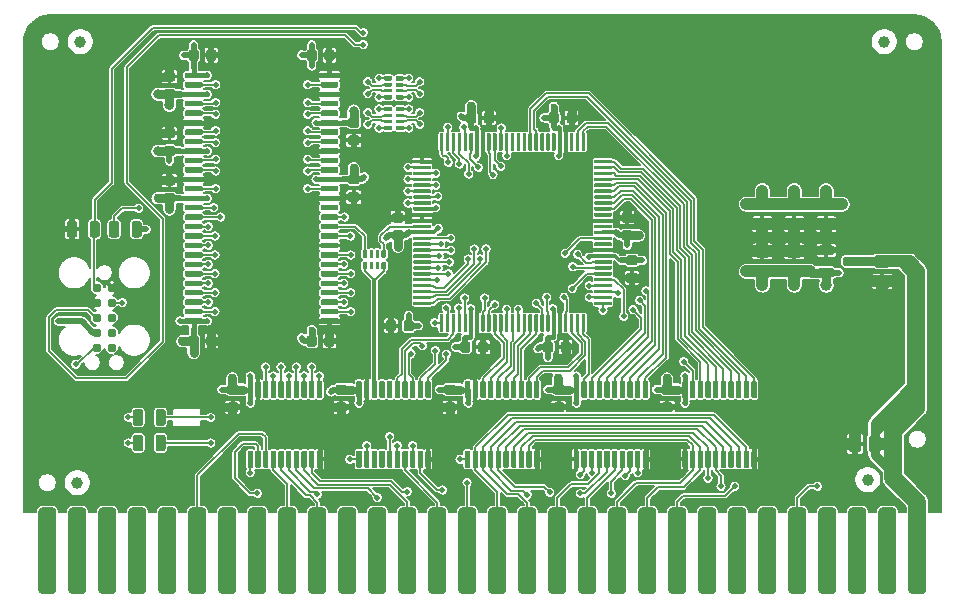
<source format=gtl>
G04 #@! TF.GenerationSoftware,KiCad,Pcbnew,(5.1.5-0-10_14)*
G04 #@! TF.CreationDate,2020-08-04T18:57:17-04:00*
G04 #@! TF.ProjectId,RAM2E,52414d32-452e-46b6-9963-61645f706362,1.1*
G04 #@! TF.SameCoordinates,Original*
G04 #@! TF.FileFunction,Copper,L1,Top*
G04 #@! TF.FilePolarity,Positive*
%FSLAX46Y46*%
G04 Gerber Fmt 4.6, Leading zero omitted, Abs format (unit mm)*
G04 Created by KiCad (PCBNEW (5.1.5-0-10_14)) date 2020-08-04 18:57:17*
%MOMM*%
%LPD*%
G04 APERTURE LIST*
%ADD10C,0.100000*%
%ADD11C,1.000000*%
%ADD12C,2.000000*%
%ADD13C,0.787400*%
%ADD14C,0.500000*%
%ADD15C,0.762000*%
%ADD16C,0.600000*%
%ADD17C,0.800000*%
%ADD18C,0.508000*%
%ADD19C,0.450000*%
%ADD20C,0.762000*%
%ADD21C,0.508000*%
%ADD22C,1.524000*%
%ADD23C,1.000000*%
%ADD24C,0.800000*%
%ADD25C,0.150000*%
%ADD26C,0.500000*%
%ADD27C,0.250000*%
%ADD28C,0.600000*%
%ADD29C,0.300000*%
%ADD30C,0.400000*%
%ADD31C,0.254000*%
%ADD32C,0.152400*%
G04 APERTURE END LIST*
G04 #@! TA.AperFunction,SMDPad,CuDef*
D10*
G36*
X267063229Y-107126264D02*
G01*
X267088711Y-107130044D01*
X267113700Y-107136303D01*
X267137954Y-107144982D01*
X267161242Y-107155996D01*
X267183337Y-107169239D01*
X267204028Y-107184585D01*
X267223116Y-107201884D01*
X267240415Y-107220972D01*
X267255761Y-107241663D01*
X267269004Y-107263758D01*
X267280018Y-107287046D01*
X267288697Y-107311300D01*
X267294956Y-107336289D01*
X267298736Y-107361771D01*
X267300000Y-107387500D01*
X267300000Y-107912500D01*
X267298736Y-107938229D01*
X267294956Y-107963711D01*
X267288697Y-107988700D01*
X267280018Y-108012954D01*
X267269004Y-108036242D01*
X267255761Y-108058337D01*
X267240415Y-108079028D01*
X267223116Y-108098116D01*
X267204028Y-108115415D01*
X267183337Y-108130761D01*
X267161242Y-108144004D01*
X267137954Y-108155018D01*
X267113700Y-108163697D01*
X267088711Y-108169956D01*
X267063229Y-108173736D01*
X267037500Y-108175000D01*
X266162500Y-108175000D01*
X266136771Y-108173736D01*
X266111289Y-108169956D01*
X266086300Y-108163697D01*
X266062046Y-108155018D01*
X266038758Y-108144004D01*
X266016663Y-108130761D01*
X265995972Y-108115415D01*
X265976884Y-108098116D01*
X265959585Y-108079028D01*
X265944239Y-108058337D01*
X265930996Y-108036242D01*
X265919982Y-108012954D01*
X265911303Y-107988700D01*
X265905044Y-107963711D01*
X265901264Y-107938229D01*
X265900000Y-107912500D01*
X265900000Y-107387500D01*
X265901264Y-107361771D01*
X265905044Y-107336289D01*
X265911303Y-107311300D01*
X265919982Y-107287046D01*
X265930996Y-107263758D01*
X265944239Y-107241663D01*
X265959585Y-107220972D01*
X265976884Y-107201884D01*
X265995972Y-107184585D01*
X266016663Y-107169239D01*
X266038758Y-107155996D01*
X266062046Y-107144982D01*
X266086300Y-107136303D01*
X266111289Y-107130044D01*
X266136771Y-107126264D01*
X266162500Y-107125000D01*
X267037500Y-107125000D01*
X267063229Y-107126264D01*
G37*
G04 #@! TD.AperFunction*
G04 #@! TA.AperFunction,SMDPad,CuDef*
G36*
X267063229Y-105426264D02*
G01*
X267088711Y-105430044D01*
X267113700Y-105436303D01*
X267137954Y-105444982D01*
X267161242Y-105455996D01*
X267183337Y-105469239D01*
X267204028Y-105484585D01*
X267223116Y-105501884D01*
X267240415Y-105520972D01*
X267255761Y-105541663D01*
X267269004Y-105563758D01*
X267280018Y-105587046D01*
X267288697Y-105611300D01*
X267294956Y-105636289D01*
X267298736Y-105661771D01*
X267300000Y-105687500D01*
X267300000Y-106212500D01*
X267298736Y-106238229D01*
X267294956Y-106263711D01*
X267288697Y-106288700D01*
X267280018Y-106312954D01*
X267269004Y-106336242D01*
X267255761Y-106358337D01*
X267240415Y-106379028D01*
X267223116Y-106398116D01*
X267204028Y-106415415D01*
X267183337Y-106430761D01*
X267161242Y-106444004D01*
X267137954Y-106455018D01*
X267113700Y-106463697D01*
X267088711Y-106469956D01*
X267063229Y-106473736D01*
X267037500Y-106475000D01*
X266162500Y-106475000D01*
X266136771Y-106473736D01*
X266111289Y-106469956D01*
X266086300Y-106463697D01*
X266062046Y-106455018D01*
X266038758Y-106444004D01*
X266016663Y-106430761D01*
X265995972Y-106415415D01*
X265976884Y-106398116D01*
X265959585Y-106379028D01*
X265944239Y-106358337D01*
X265930996Y-106336242D01*
X265919982Y-106312954D01*
X265911303Y-106288700D01*
X265905044Y-106263711D01*
X265901264Y-106238229D01*
X265900000Y-106212500D01*
X265900000Y-105687500D01*
X265901264Y-105661771D01*
X265905044Y-105636289D01*
X265911303Y-105611300D01*
X265919982Y-105587046D01*
X265930996Y-105563758D01*
X265944239Y-105541663D01*
X265959585Y-105520972D01*
X265976884Y-105501884D01*
X265995972Y-105484585D01*
X266016663Y-105469239D01*
X266038758Y-105455996D01*
X266062046Y-105444982D01*
X266086300Y-105436303D01*
X266111289Y-105430044D01*
X266136771Y-105426264D01*
X266162500Y-105425000D01*
X267037500Y-105425000D01*
X267063229Y-105426264D01*
G37*
G04 #@! TD.AperFunction*
G04 #@! TA.AperFunction,SMDPad,CuDef*
G36*
X233057351Y-102200361D02*
G01*
X233064632Y-102201441D01*
X233071771Y-102203229D01*
X233078701Y-102205709D01*
X233085355Y-102208856D01*
X233091668Y-102212640D01*
X233097579Y-102217024D01*
X233103033Y-102221967D01*
X233107976Y-102227421D01*
X233112360Y-102233332D01*
X233116144Y-102239645D01*
X233119291Y-102246299D01*
X233121771Y-102253229D01*
X233123559Y-102260368D01*
X233124639Y-102267649D01*
X233125000Y-102275000D01*
X233125000Y-102425000D01*
X233124639Y-102432351D01*
X233123559Y-102439632D01*
X233121771Y-102446771D01*
X233119291Y-102453701D01*
X233116144Y-102460355D01*
X233112360Y-102466668D01*
X233107976Y-102472579D01*
X233103033Y-102478033D01*
X233097579Y-102482976D01*
X233091668Y-102487360D01*
X233085355Y-102491144D01*
X233078701Y-102494291D01*
X233071771Y-102496771D01*
X233064632Y-102498559D01*
X233057351Y-102499639D01*
X233050000Y-102500000D01*
X231725000Y-102500000D01*
X231717649Y-102499639D01*
X231710368Y-102498559D01*
X231703229Y-102496771D01*
X231696299Y-102494291D01*
X231689645Y-102491144D01*
X231683332Y-102487360D01*
X231677421Y-102482976D01*
X231671967Y-102478033D01*
X231667024Y-102472579D01*
X231662640Y-102466668D01*
X231658856Y-102460355D01*
X231655709Y-102453701D01*
X231653229Y-102446771D01*
X231651441Y-102439632D01*
X231650361Y-102432351D01*
X231650000Y-102425000D01*
X231650000Y-102275000D01*
X231650361Y-102267649D01*
X231651441Y-102260368D01*
X231653229Y-102253229D01*
X231655709Y-102246299D01*
X231658856Y-102239645D01*
X231662640Y-102233332D01*
X231667024Y-102227421D01*
X231671967Y-102221967D01*
X231677421Y-102217024D01*
X231683332Y-102212640D01*
X231689645Y-102208856D01*
X231696299Y-102205709D01*
X231703229Y-102203229D01*
X231710368Y-102201441D01*
X231717649Y-102200361D01*
X231725000Y-102200000D01*
X233050000Y-102200000D01*
X233057351Y-102200361D01*
G37*
G04 #@! TD.AperFunction*
G04 #@! TA.AperFunction,SMDPad,CuDef*
G36*
X233057351Y-102700361D02*
G01*
X233064632Y-102701441D01*
X233071771Y-102703229D01*
X233078701Y-102705709D01*
X233085355Y-102708856D01*
X233091668Y-102712640D01*
X233097579Y-102717024D01*
X233103033Y-102721967D01*
X233107976Y-102727421D01*
X233112360Y-102733332D01*
X233116144Y-102739645D01*
X233119291Y-102746299D01*
X233121771Y-102753229D01*
X233123559Y-102760368D01*
X233124639Y-102767649D01*
X233125000Y-102775000D01*
X233125000Y-102925000D01*
X233124639Y-102932351D01*
X233123559Y-102939632D01*
X233121771Y-102946771D01*
X233119291Y-102953701D01*
X233116144Y-102960355D01*
X233112360Y-102966668D01*
X233107976Y-102972579D01*
X233103033Y-102978033D01*
X233097579Y-102982976D01*
X233091668Y-102987360D01*
X233085355Y-102991144D01*
X233078701Y-102994291D01*
X233071771Y-102996771D01*
X233064632Y-102998559D01*
X233057351Y-102999639D01*
X233050000Y-103000000D01*
X231725000Y-103000000D01*
X231717649Y-102999639D01*
X231710368Y-102998559D01*
X231703229Y-102996771D01*
X231696299Y-102994291D01*
X231689645Y-102991144D01*
X231683332Y-102987360D01*
X231677421Y-102982976D01*
X231671967Y-102978033D01*
X231667024Y-102972579D01*
X231662640Y-102966668D01*
X231658856Y-102960355D01*
X231655709Y-102953701D01*
X231653229Y-102946771D01*
X231651441Y-102939632D01*
X231650361Y-102932351D01*
X231650000Y-102925000D01*
X231650000Y-102775000D01*
X231650361Y-102767649D01*
X231651441Y-102760368D01*
X231653229Y-102753229D01*
X231655709Y-102746299D01*
X231658856Y-102739645D01*
X231662640Y-102733332D01*
X231667024Y-102727421D01*
X231671967Y-102721967D01*
X231677421Y-102717024D01*
X231683332Y-102712640D01*
X231689645Y-102708856D01*
X231696299Y-102705709D01*
X231703229Y-102703229D01*
X231710368Y-102701441D01*
X231717649Y-102700361D01*
X231725000Y-102700000D01*
X233050000Y-102700000D01*
X233057351Y-102700361D01*
G37*
G04 #@! TD.AperFunction*
G04 #@! TA.AperFunction,SMDPad,CuDef*
G36*
X233057351Y-103200361D02*
G01*
X233064632Y-103201441D01*
X233071771Y-103203229D01*
X233078701Y-103205709D01*
X233085355Y-103208856D01*
X233091668Y-103212640D01*
X233097579Y-103217024D01*
X233103033Y-103221967D01*
X233107976Y-103227421D01*
X233112360Y-103233332D01*
X233116144Y-103239645D01*
X233119291Y-103246299D01*
X233121771Y-103253229D01*
X233123559Y-103260368D01*
X233124639Y-103267649D01*
X233125000Y-103275000D01*
X233125000Y-103425000D01*
X233124639Y-103432351D01*
X233123559Y-103439632D01*
X233121771Y-103446771D01*
X233119291Y-103453701D01*
X233116144Y-103460355D01*
X233112360Y-103466668D01*
X233107976Y-103472579D01*
X233103033Y-103478033D01*
X233097579Y-103482976D01*
X233091668Y-103487360D01*
X233085355Y-103491144D01*
X233078701Y-103494291D01*
X233071771Y-103496771D01*
X233064632Y-103498559D01*
X233057351Y-103499639D01*
X233050000Y-103500000D01*
X231725000Y-103500000D01*
X231717649Y-103499639D01*
X231710368Y-103498559D01*
X231703229Y-103496771D01*
X231696299Y-103494291D01*
X231689645Y-103491144D01*
X231683332Y-103487360D01*
X231677421Y-103482976D01*
X231671967Y-103478033D01*
X231667024Y-103472579D01*
X231662640Y-103466668D01*
X231658856Y-103460355D01*
X231655709Y-103453701D01*
X231653229Y-103446771D01*
X231651441Y-103439632D01*
X231650361Y-103432351D01*
X231650000Y-103425000D01*
X231650000Y-103275000D01*
X231650361Y-103267649D01*
X231651441Y-103260368D01*
X231653229Y-103253229D01*
X231655709Y-103246299D01*
X231658856Y-103239645D01*
X231662640Y-103233332D01*
X231667024Y-103227421D01*
X231671967Y-103221967D01*
X231677421Y-103217024D01*
X231683332Y-103212640D01*
X231689645Y-103208856D01*
X231696299Y-103205709D01*
X231703229Y-103203229D01*
X231710368Y-103201441D01*
X231717649Y-103200361D01*
X231725000Y-103200000D01*
X233050000Y-103200000D01*
X233057351Y-103200361D01*
G37*
G04 #@! TD.AperFunction*
G04 #@! TA.AperFunction,SMDPad,CuDef*
G36*
X233057351Y-103700361D02*
G01*
X233064632Y-103701441D01*
X233071771Y-103703229D01*
X233078701Y-103705709D01*
X233085355Y-103708856D01*
X233091668Y-103712640D01*
X233097579Y-103717024D01*
X233103033Y-103721967D01*
X233107976Y-103727421D01*
X233112360Y-103733332D01*
X233116144Y-103739645D01*
X233119291Y-103746299D01*
X233121771Y-103753229D01*
X233123559Y-103760368D01*
X233124639Y-103767649D01*
X233125000Y-103775000D01*
X233125000Y-103925000D01*
X233124639Y-103932351D01*
X233123559Y-103939632D01*
X233121771Y-103946771D01*
X233119291Y-103953701D01*
X233116144Y-103960355D01*
X233112360Y-103966668D01*
X233107976Y-103972579D01*
X233103033Y-103978033D01*
X233097579Y-103982976D01*
X233091668Y-103987360D01*
X233085355Y-103991144D01*
X233078701Y-103994291D01*
X233071771Y-103996771D01*
X233064632Y-103998559D01*
X233057351Y-103999639D01*
X233050000Y-104000000D01*
X231725000Y-104000000D01*
X231717649Y-103999639D01*
X231710368Y-103998559D01*
X231703229Y-103996771D01*
X231696299Y-103994291D01*
X231689645Y-103991144D01*
X231683332Y-103987360D01*
X231677421Y-103982976D01*
X231671967Y-103978033D01*
X231667024Y-103972579D01*
X231662640Y-103966668D01*
X231658856Y-103960355D01*
X231655709Y-103953701D01*
X231653229Y-103946771D01*
X231651441Y-103939632D01*
X231650361Y-103932351D01*
X231650000Y-103925000D01*
X231650000Y-103775000D01*
X231650361Y-103767649D01*
X231651441Y-103760368D01*
X231653229Y-103753229D01*
X231655709Y-103746299D01*
X231658856Y-103739645D01*
X231662640Y-103733332D01*
X231667024Y-103727421D01*
X231671967Y-103721967D01*
X231677421Y-103717024D01*
X231683332Y-103712640D01*
X231689645Y-103708856D01*
X231696299Y-103705709D01*
X231703229Y-103703229D01*
X231710368Y-103701441D01*
X231717649Y-103700361D01*
X231725000Y-103700000D01*
X233050000Y-103700000D01*
X233057351Y-103700361D01*
G37*
G04 #@! TD.AperFunction*
G04 #@! TA.AperFunction,SMDPad,CuDef*
G36*
X233057351Y-104200361D02*
G01*
X233064632Y-104201441D01*
X233071771Y-104203229D01*
X233078701Y-104205709D01*
X233085355Y-104208856D01*
X233091668Y-104212640D01*
X233097579Y-104217024D01*
X233103033Y-104221967D01*
X233107976Y-104227421D01*
X233112360Y-104233332D01*
X233116144Y-104239645D01*
X233119291Y-104246299D01*
X233121771Y-104253229D01*
X233123559Y-104260368D01*
X233124639Y-104267649D01*
X233125000Y-104275000D01*
X233125000Y-104425000D01*
X233124639Y-104432351D01*
X233123559Y-104439632D01*
X233121771Y-104446771D01*
X233119291Y-104453701D01*
X233116144Y-104460355D01*
X233112360Y-104466668D01*
X233107976Y-104472579D01*
X233103033Y-104478033D01*
X233097579Y-104482976D01*
X233091668Y-104487360D01*
X233085355Y-104491144D01*
X233078701Y-104494291D01*
X233071771Y-104496771D01*
X233064632Y-104498559D01*
X233057351Y-104499639D01*
X233050000Y-104500000D01*
X231725000Y-104500000D01*
X231717649Y-104499639D01*
X231710368Y-104498559D01*
X231703229Y-104496771D01*
X231696299Y-104494291D01*
X231689645Y-104491144D01*
X231683332Y-104487360D01*
X231677421Y-104482976D01*
X231671967Y-104478033D01*
X231667024Y-104472579D01*
X231662640Y-104466668D01*
X231658856Y-104460355D01*
X231655709Y-104453701D01*
X231653229Y-104446771D01*
X231651441Y-104439632D01*
X231650361Y-104432351D01*
X231650000Y-104425000D01*
X231650000Y-104275000D01*
X231650361Y-104267649D01*
X231651441Y-104260368D01*
X231653229Y-104253229D01*
X231655709Y-104246299D01*
X231658856Y-104239645D01*
X231662640Y-104233332D01*
X231667024Y-104227421D01*
X231671967Y-104221967D01*
X231677421Y-104217024D01*
X231683332Y-104212640D01*
X231689645Y-104208856D01*
X231696299Y-104205709D01*
X231703229Y-104203229D01*
X231710368Y-104201441D01*
X231717649Y-104200361D01*
X231725000Y-104200000D01*
X233050000Y-104200000D01*
X233057351Y-104200361D01*
G37*
G04 #@! TD.AperFunction*
G04 #@! TA.AperFunction,SMDPad,CuDef*
G36*
X233057351Y-104700361D02*
G01*
X233064632Y-104701441D01*
X233071771Y-104703229D01*
X233078701Y-104705709D01*
X233085355Y-104708856D01*
X233091668Y-104712640D01*
X233097579Y-104717024D01*
X233103033Y-104721967D01*
X233107976Y-104727421D01*
X233112360Y-104733332D01*
X233116144Y-104739645D01*
X233119291Y-104746299D01*
X233121771Y-104753229D01*
X233123559Y-104760368D01*
X233124639Y-104767649D01*
X233125000Y-104775000D01*
X233125000Y-104925000D01*
X233124639Y-104932351D01*
X233123559Y-104939632D01*
X233121771Y-104946771D01*
X233119291Y-104953701D01*
X233116144Y-104960355D01*
X233112360Y-104966668D01*
X233107976Y-104972579D01*
X233103033Y-104978033D01*
X233097579Y-104982976D01*
X233091668Y-104987360D01*
X233085355Y-104991144D01*
X233078701Y-104994291D01*
X233071771Y-104996771D01*
X233064632Y-104998559D01*
X233057351Y-104999639D01*
X233050000Y-105000000D01*
X231725000Y-105000000D01*
X231717649Y-104999639D01*
X231710368Y-104998559D01*
X231703229Y-104996771D01*
X231696299Y-104994291D01*
X231689645Y-104991144D01*
X231683332Y-104987360D01*
X231677421Y-104982976D01*
X231671967Y-104978033D01*
X231667024Y-104972579D01*
X231662640Y-104966668D01*
X231658856Y-104960355D01*
X231655709Y-104953701D01*
X231653229Y-104946771D01*
X231651441Y-104939632D01*
X231650361Y-104932351D01*
X231650000Y-104925000D01*
X231650000Y-104775000D01*
X231650361Y-104767649D01*
X231651441Y-104760368D01*
X231653229Y-104753229D01*
X231655709Y-104746299D01*
X231658856Y-104739645D01*
X231662640Y-104733332D01*
X231667024Y-104727421D01*
X231671967Y-104721967D01*
X231677421Y-104717024D01*
X231683332Y-104712640D01*
X231689645Y-104708856D01*
X231696299Y-104705709D01*
X231703229Y-104703229D01*
X231710368Y-104701441D01*
X231717649Y-104700361D01*
X231725000Y-104700000D01*
X233050000Y-104700000D01*
X233057351Y-104700361D01*
G37*
G04 #@! TD.AperFunction*
G04 #@! TA.AperFunction,SMDPad,CuDef*
G36*
X233057351Y-105200361D02*
G01*
X233064632Y-105201441D01*
X233071771Y-105203229D01*
X233078701Y-105205709D01*
X233085355Y-105208856D01*
X233091668Y-105212640D01*
X233097579Y-105217024D01*
X233103033Y-105221967D01*
X233107976Y-105227421D01*
X233112360Y-105233332D01*
X233116144Y-105239645D01*
X233119291Y-105246299D01*
X233121771Y-105253229D01*
X233123559Y-105260368D01*
X233124639Y-105267649D01*
X233125000Y-105275000D01*
X233125000Y-105425000D01*
X233124639Y-105432351D01*
X233123559Y-105439632D01*
X233121771Y-105446771D01*
X233119291Y-105453701D01*
X233116144Y-105460355D01*
X233112360Y-105466668D01*
X233107976Y-105472579D01*
X233103033Y-105478033D01*
X233097579Y-105482976D01*
X233091668Y-105487360D01*
X233085355Y-105491144D01*
X233078701Y-105494291D01*
X233071771Y-105496771D01*
X233064632Y-105498559D01*
X233057351Y-105499639D01*
X233050000Y-105500000D01*
X231725000Y-105500000D01*
X231717649Y-105499639D01*
X231710368Y-105498559D01*
X231703229Y-105496771D01*
X231696299Y-105494291D01*
X231689645Y-105491144D01*
X231683332Y-105487360D01*
X231677421Y-105482976D01*
X231671967Y-105478033D01*
X231667024Y-105472579D01*
X231662640Y-105466668D01*
X231658856Y-105460355D01*
X231655709Y-105453701D01*
X231653229Y-105446771D01*
X231651441Y-105439632D01*
X231650361Y-105432351D01*
X231650000Y-105425000D01*
X231650000Y-105275000D01*
X231650361Y-105267649D01*
X231651441Y-105260368D01*
X231653229Y-105253229D01*
X231655709Y-105246299D01*
X231658856Y-105239645D01*
X231662640Y-105233332D01*
X231667024Y-105227421D01*
X231671967Y-105221967D01*
X231677421Y-105217024D01*
X231683332Y-105212640D01*
X231689645Y-105208856D01*
X231696299Y-105205709D01*
X231703229Y-105203229D01*
X231710368Y-105201441D01*
X231717649Y-105200361D01*
X231725000Y-105200000D01*
X233050000Y-105200000D01*
X233057351Y-105200361D01*
G37*
G04 #@! TD.AperFunction*
G04 #@! TA.AperFunction,SMDPad,CuDef*
G36*
X233057351Y-105700361D02*
G01*
X233064632Y-105701441D01*
X233071771Y-105703229D01*
X233078701Y-105705709D01*
X233085355Y-105708856D01*
X233091668Y-105712640D01*
X233097579Y-105717024D01*
X233103033Y-105721967D01*
X233107976Y-105727421D01*
X233112360Y-105733332D01*
X233116144Y-105739645D01*
X233119291Y-105746299D01*
X233121771Y-105753229D01*
X233123559Y-105760368D01*
X233124639Y-105767649D01*
X233125000Y-105775000D01*
X233125000Y-105925000D01*
X233124639Y-105932351D01*
X233123559Y-105939632D01*
X233121771Y-105946771D01*
X233119291Y-105953701D01*
X233116144Y-105960355D01*
X233112360Y-105966668D01*
X233107976Y-105972579D01*
X233103033Y-105978033D01*
X233097579Y-105982976D01*
X233091668Y-105987360D01*
X233085355Y-105991144D01*
X233078701Y-105994291D01*
X233071771Y-105996771D01*
X233064632Y-105998559D01*
X233057351Y-105999639D01*
X233050000Y-106000000D01*
X231725000Y-106000000D01*
X231717649Y-105999639D01*
X231710368Y-105998559D01*
X231703229Y-105996771D01*
X231696299Y-105994291D01*
X231689645Y-105991144D01*
X231683332Y-105987360D01*
X231677421Y-105982976D01*
X231671967Y-105978033D01*
X231667024Y-105972579D01*
X231662640Y-105966668D01*
X231658856Y-105960355D01*
X231655709Y-105953701D01*
X231653229Y-105946771D01*
X231651441Y-105939632D01*
X231650361Y-105932351D01*
X231650000Y-105925000D01*
X231650000Y-105775000D01*
X231650361Y-105767649D01*
X231651441Y-105760368D01*
X231653229Y-105753229D01*
X231655709Y-105746299D01*
X231658856Y-105739645D01*
X231662640Y-105733332D01*
X231667024Y-105727421D01*
X231671967Y-105721967D01*
X231677421Y-105717024D01*
X231683332Y-105712640D01*
X231689645Y-105708856D01*
X231696299Y-105705709D01*
X231703229Y-105703229D01*
X231710368Y-105701441D01*
X231717649Y-105700361D01*
X231725000Y-105700000D01*
X233050000Y-105700000D01*
X233057351Y-105700361D01*
G37*
G04 #@! TD.AperFunction*
G04 #@! TA.AperFunction,SMDPad,CuDef*
G36*
X233057351Y-106200361D02*
G01*
X233064632Y-106201441D01*
X233071771Y-106203229D01*
X233078701Y-106205709D01*
X233085355Y-106208856D01*
X233091668Y-106212640D01*
X233097579Y-106217024D01*
X233103033Y-106221967D01*
X233107976Y-106227421D01*
X233112360Y-106233332D01*
X233116144Y-106239645D01*
X233119291Y-106246299D01*
X233121771Y-106253229D01*
X233123559Y-106260368D01*
X233124639Y-106267649D01*
X233125000Y-106275000D01*
X233125000Y-106425000D01*
X233124639Y-106432351D01*
X233123559Y-106439632D01*
X233121771Y-106446771D01*
X233119291Y-106453701D01*
X233116144Y-106460355D01*
X233112360Y-106466668D01*
X233107976Y-106472579D01*
X233103033Y-106478033D01*
X233097579Y-106482976D01*
X233091668Y-106487360D01*
X233085355Y-106491144D01*
X233078701Y-106494291D01*
X233071771Y-106496771D01*
X233064632Y-106498559D01*
X233057351Y-106499639D01*
X233050000Y-106500000D01*
X231725000Y-106500000D01*
X231717649Y-106499639D01*
X231710368Y-106498559D01*
X231703229Y-106496771D01*
X231696299Y-106494291D01*
X231689645Y-106491144D01*
X231683332Y-106487360D01*
X231677421Y-106482976D01*
X231671967Y-106478033D01*
X231667024Y-106472579D01*
X231662640Y-106466668D01*
X231658856Y-106460355D01*
X231655709Y-106453701D01*
X231653229Y-106446771D01*
X231651441Y-106439632D01*
X231650361Y-106432351D01*
X231650000Y-106425000D01*
X231650000Y-106275000D01*
X231650361Y-106267649D01*
X231651441Y-106260368D01*
X231653229Y-106253229D01*
X231655709Y-106246299D01*
X231658856Y-106239645D01*
X231662640Y-106233332D01*
X231667024Y-106227421D01*
X231671967Y-106221967D01*
X231677421Y-106217024D01*
X231683332Y-106212640D01*
X231689645Y-106208856D01*
X231696299Y-106205709D01*
X231703229Y-106203229D01*
X231710368Y-106201441D01*
X231717649Y-106200361D01*
X231725000Y-106200000D01*
X233050000Y-106200000D01*
X233057351Y-106200361D01*
G37*
G04 #@! TD.AperFunction*
G04 #@! TA.AperFunction,SMDPad,CuDef*
G36*
X233057351Y-106700361D02*
G01*
X233064632Y-106701441D01*
X233071771Y-106703229D01*
X233078701Y-106705709D01*
X233085355Y-106708856D01*
X233091668Y-106712640D01*
X233097579Y-106717024D01*
X233103033Y-106721967D01*
X233107976Y-106727421D01*
X233112360Y-106733332D01*
X233116144Y-106739645D01*
X233119291Y-106746299D01*
X233121771Y-106753229D01*
X233123559Y-106760368D01*
X233124639Y-106767649D01*
X233125000Y-106775000D01*
X233125000Y-106925000D01*
X233124639Y-106932351D01*
X233123559Y-106939632D01*
X233121771Y-106946771D01*
X233119291Y-106953701D01*
X233116144Y-106960355D01*
X233112360Y-106966668D01*
X233107976Y-106972579D01*
X233103033Y-106978033D01*
X233097579Y-106982976D01*
X233091668Y-106987360D01*
X233085355Y-106991144D01*
X233078701Y-106994291D01*
X233071771Y-106996771D01*
X233064632Y-106998559D01*
X233057351Y-106999639D01*
X233050000Y-107000000D01*
X231725000Y-107000000D01*
X231717649Y-106999639D01*
X231710368Y-106998559D01*
X231703229Y-106996771D01*
X231696299Y-106994291D01*
X231689645Y-106991144D01*
X231683332Y-106987360D01*
X231677421Y-106982976D01*
X231671967Y-106978033D01*
X231667024Y-106972579D01*
X231662640Y-106966668D01*
X231658856Y-106960355D01*
X231655709Y-106953701D01*
X231653229Y-106946771D01*
X231651441Y-106939632D01*
X231650361Y-106932351D01*
X231650000Y-106925000D01*
X231650000Y-106775000D01*
X231650361Y-106767649D01*
X231651441Y-106760368D01*
X231653229Y-106753229D01*
X231655709Y-106746299D01*
X231658856Y-106739645D01*
X231662640Y-106733332D01*
X231667024Y-106727421D01*
X231671967Y-106721967D01*
X231677421Y-106717024D01*
X231683332Y-106712640D01*
X231689645Y-106708856D01*
X231696299Y-106705709D01*
X231703229Y-106703229D01*
X231710368Y-106701441D01*
X231717649Y-106700361D01*
X231725000Y-106700000D01*
X233050000Y-106700000D01*
X233057351Y-106700361D01*
G37*
G04 #@! TD.AperFunction*
G04 #@! TA.AperFunction,SMDPad,CuDef*
G36*
X233057351Y-107200361D02*
G01*
X233064632Y-107201441D01*
X233071771Y-107203229D01*
X233078701Y-107205709D01*
X233085355Y-107208856D01*
X233091668Y-107212640D01*
X233097579Y-107217024D01*
X233103033Y-107221967D01*
X233107976Y-107227421D01*
X233112360Y-107233332D01*
X233116144Y-107239645D01*
X233119291Y-107246299D01*
X233121771Y-107253229D01*
X233123559Y-107260368D01*
X233124639Y-107267649D01*
X233125000Y-107275000D01*
X233125000Y-107425000D01*
X233124639Y-107432351D01*
X233123559Y-107439632D01*
X233121771Y-107446771D01*
X233119291Y-107453701D01*
X233116144Y-107460355D01*
X233112360Y-107466668D01*
X233107976Y-107472579D01*
X233103033Y-107478033D01*
X233097579Y-107482976D01*
X233091668Y-107487360D01*
X233085355Y-107491144D01*
X233078701Y-107494291D01*
X233071771Y-107496771D01*
X233064632Y-107498559D01*
X233057351Y-107499639D01*
X233050000Y-107500000D01*
X231725000Y-107500000D01*
X231717649Y-107499639D01*
X231710368Y-107498559D01*
X231703229Y-107496771D01*
X231696299Y-107494291D01*
X231689645Y-107491144D01*
X231683332Y-107487360D01*
X231677421Y-107482976D01*
X231671967Y-107478033D01*
X231667024Y-107472579D01*
X231662640Y-107466668D01*
X231658856Y-107460355D01*
X231655709Y-107453701D01*
X231653229Y-107446771D01*
X231651441Y-107439632D01*
X231650361Y-107432351D01*
X231650000Y-107425000D01*
X231650000Y-107275000D01*
X231650361Y-107267649D01*
X231651441Y-107260368D01*
X231653229Y-107253229D01*
X231655709Y-107246299D01*
X231658856Y-107239645D01*
X231662640Y-107233332D01*
X231667024Y-107227421D01*
X231671967Y-107221967D01*
X231677421Y-107217024D01*
X231683332Y-107212640D01*
X231689645Y-107208856D01*
X231696299Y-107205709D01*
X231703229Y-107203229D01*
X231710368Y-107201441D01*
X231717649Y-107200361D01*
X231725000Y-107200000D01*
X233050000Y-107200000D01*
X233057351Y-107200361D01*
G37*
G04 #@! TD.AperFunction*
G04 #@! TA.AperFunction,SMDPad,CuDef*
G36*
X233057351Y-107700361D02*
G01*
X233064632Y-107701441D01*
X233071771Y-107703229D01*
X233078701Y-107705709D01*
X233085355Y-107708856D01*
X233091668Y-107712640D01*
X233097579Y-107717024D01*
X233103033Y-107721967D01*
X233107976Y-107727421D01*
X233112360Y-107733332D01*
X233116144Y-107739645D01*
X233119291Y-107746299D01*
X233121771Y-107753229D01*
X233123559Y-107760368D01*
X233124639Y-107767649D01*
X233125000Y-107775000D01*
X233125000Y-107925000D01*
X233124639Y-107932351D01*
X233123559Y-107939632D01*
X233121771Y-107946771D01*
X233119291Y-107953701D01*
X233116144Y-107960355D01*
X233112360Y-107966668D01*
X233107976Y-107972579D01*
X233103033Y-107978033D01*
X233097579Y-107982976D01*
X233091668Y-107987360D01*
X233085355Y-107991144D01*
X233078701Y-107994291D01*
X233071771Y-107996771D01*
X233064632Y-107998559D01*
X233057351Y-107999639D01*
X233050000Y-108000000D01*
X231725000Y-108000000D01*
X231717649Y-107999639D01*
X231710368Y-107998559D01*
X231703229Y-107996771D01*
X231696299Y-107994291D01*
X231689645Y-107991144D01*
X231683332Y-107987360D01*
X231677421Y-107982976D01*
X231671967Y-107978033D01*
X231667024Y-107972579D01*
X231662640Y-107966668D01*
X231658856Y-107960355D01*
X231655709Y-107953701D01*
X231653229Y-107946771D01*
X231651441Y-107939632D01*
X231650361Y-107932351D01*
X231650000Y-107925000D01*
X231650000Y-107775000D01*
X231650361Y-107767649D01*
X231651441Y-107760368D01*
X231653229Y-107753229D01*
X231655709Y-107746299D01*
X231658856Y-107739645D01*
X231662640Y-107733332D01*
X231667024Y-107727421D01*
X231671967Y-107721967D01*
X231677421Y-107717024D01*
X231683332Y-107712640D01*
X231689645Y-107708856D01*
X231696299Y-107705709D01*
X231703229Y-107703229D01*
X231710368Y-107701441D01*
X231717649Y-107700361D01*
X231725000Y-107700000D01*
X233050000Y-107700000D01*
X233057351Y-107700361D01*
G37*
G04 #@! TD.AperFunction*
G04 #@! TA.AperFunction,SMDPad,CuDef*
G36*
X233057351Y-108200361D02*
G01*
X233064632Y-108201441D01*
X233071771Y-108203229D01*
X233078701Y-108205709D01*
X233085355Y-108208856D01*
X233091668Y-108212640D01*
X233097579Y-108217024D01*
X233103033Y-108221967D01*
X233107976Y-108227421D01*
X233112360Y-108233332D01*
X233116144Y-108239645D01*
X233119291Y-108246299D01*
X233121771Y-108253229D01*
X233123559Y-108260368D01*
X233124639Y-108267649D01*
X233125000Y-108275000D01*
X233125000Y-108425000D01*
X233124639Y-108432351D01*
X233123559Y-108439632D01*
X233121771Y-108446771D01*
X233119291Y-108453701D01*
X233116144Y-108460355D01*
X233112360Y-108466668D01*
X233107976Y-108472579D01*
X233103033Y-108478033D01*
X233097579Y-108482976D01*
X233091668Y-108487360D01*
X233085355Y-108491144D01*
X233078701Y-108494291D01*
X233071771Y-108496771D01*
X233064632Y-108498559D01*
X233057351Y-108499639D01*
X233050000Y-108500000D01*
X231725000Y-108500000D01*
X231717649Y-108499639D01*
X231710368Y-108498559D01*
X231703229Y-108496771D01*
X231696299Y-108494291D01*
X231689645Y-108491144D01*
X231683332Y-108487360D01*
X231677421Y-108482976D01*
X231671967Y-108478033D01*
X231667024Y-108472579D01*
X231662640Y-108466668D01*
X231658856Y-108460355D01*
X231655709Y-108453701D01*
X231653229Y-108446771D01*
X231651441Y-108439632D01*
X231650361Y-108432351D01*
X231650000Y-108425000D01*
X231650000Y-108275000D01*
X231650361Y-108267649D01*
X231651441Y-108260368D01*
X231653229Y-108253229D01*
X231655709Y-108246299D01*
X231658856Y-108239645D01*
X231662640Y-108233332D01*
X231667024Y-108227421D01*
X231671967Y-108221967D01*
X231677421Y-108217024D01*
X231683332Y-108212640D01*
X231689645Y-108208856D01*
X231696299Y-108205709D01*
X231703229Y-108203229D01*
X231710368Y-108201441D01*
X231717649Y-108200361D01*
X231725000Y-108200000D01*
X233050000Y-108200000D01*
X233057351Y-108200361D01*
G37*
G04 #@! TD.AperFunction*
G04 #@! TA.AperFunction,SMDPad,CuDef*
G36*
X233057351Y-108700361D02*
G01*
X233064632Y-108701441D01*
X233071771Y-108703229D01*
X233078701Y-108705709D01*
X233085355Y-108708856D01*
X233091668Y-108712640D01*
X233097579Y-108717024D01*
X233103033Y-108721967D01*
X233107976Y-108727421D01*
X233112360Y-108733332D01*
X233116144Y-108739645D01*
X233119291Y-108746299D01*
X233121771Y-108753229D01*
X233123559Y-108760368D01*
X233124639Y-108767649D01*
X233125000Y-108775000D01*
X233125000Y-108925000D01*
X233124639Y-108932351D01*
X233123559Y-108939632D01*
X233121771Y-108946771D01*
X233119291Y-108953701D01*
X233116144Y-108960355D01*
X233112360Y-108966668D01*
X233107976Y-108972579D01*
X233103033Y-108978033D01*
X233097579Y-108982976D01*
X233091668Y-108987360D01*
X233085355Y-108991144D01*
X233078701Y-108994291D01*
X233071771Y-108996771D01*
X233064632Y-108998559D01*
X233057351Y-108999639D01*
X233050000Y-109000000D01*
X231725000Y-109000000D01*
X231717649Y-108999639D01*
X231710368Y-108998559D01*
X231703229Y-108996771D01*
X231696299Y-108994291D01*
X231689645Y-108991144D01*
X231683332Y-108987360D01*
X231677421Y-108982976D01*
X231671967Y-108978033D01*
X231667024Y-108972579D01*
X231662640Y-108966668D01*
X231658856Y-108960355D01*
X231655709Y-108953701D01*
X231653229Y-108946771D01*
X231651441Y-108939632D01*
X231650361Y-108932351D01*
X231650000Y-108925000D01*
X231650000Y-108775000D01*
X231650361Y-108767649D01*
X231651441Y-108760368D01*
X231653229Y-108753229D01*
X231655709Y-108746299D01*
X231658856Y-108739645D01*
X231662640Y-108733332D01*
X231667024Y-108727421D01*
X231671967Y-108721967D01*
X231677421Y-108717024D01*
X231683332Y-108712640D01*
X231689645Y-108708856D01*
X231696299Y-108705709D01*
X231703229Y-108703229D01*
X231710368Y-108701441D01*
X231717649Y-108700361D01*
X231725000Y-108700000D01*
X233050000Y-108700000D01*
X233057351Y-108700361D01*
G37*
G04 #@! TD.AperFunction*
G04 #@! TA.AperFunction,SMDPad,CuDef*
G36*
X233057351Y-109200361D02*
G01*
X233064632Y-109201441D01*
X233071771Y-109203229D01*
X233078701Y-109205709D01*
X233085355Y-109208856D01*
X233091668Y-109212640D01*
X233097579Y-109217024D01*
X233103033Y-109221967D01*
X233107976Y-109227421D01*
X233112360Y-109233332D01*
X233116144Y-109239645D01*
X233119291Y-109246299D01*
X233121771Y-109253229D01*
X233123559Y-109260368D01*
X233124639Y-109267649D01*
X233125000Y-109275000D01*
X233125000Y-109425000D01*
X233124639Y-109432351D01*
X233123559Y-109439632D01*
X233121771Y-109446771D01*
X233119291Y-109453701D01*
X233116144Y-109460355D01*
X233112360Y-109466668D01*
X233107976Y-109472579D01*
X233103033Y-109478033D01*
X233097579Y-109482976D01*
X233091668Y-109487360D01*
X233085355Y-109491144D01*
X233078701Y-109494291D01*
X233071771Y-109496771D01*
X233064632Y-109498559D01*
X233057351Y-109499639D01*
X233050000Y-109500000D01*
X231725000Y-109500000D01*
X231717649Y-109499639D01*
X231710368Y-109498559D01*
X231703229Y-109496771D01*
X231696299Y-109494291D01*
X231689645Y-109491144D01*
X231683332Y-109487360D01*
X231677421Y-109482976D01*
X231671967Y-109478033D01*
X231667024Y-109472579D01*
X231662640Y-109466668D01*
X231658856Y-109460355D01*
X231655709Y-109453701D01*
X231653229Y-109446771D01*
X231651441Y-109439632D01*
X231650361Y-109432351D01*
X231650000Y-109425000D01*
X231650000Y-109275000D01*
X231650361Y-109267649D01*
X231651441Y-109260368D01*
X231653229Y-109253229D01*
X231655709Y-109246299D01*
X231658856Y-109239645D01*
X231662640Y-109233332D01*
X231667024Y-109227421D01*
X231671967Y-109221967D01*
X231677421Y-109217024D01*
X231683332Y-109212640D01*
X231689645Y-109208856D01*
X231696299Y-109205709D01*
X231703229Y-109203229D01*
X231710368Y-109201441D01*
X231717649Y-109200361D01*
X231725000Y-109200000D01*
X233050000Y-109200000D01*
X233057351Y-109200361D01*
G37*
G04 #@! TD.AperFunction*
G04 #@! TA.AperFunction,SMDPad,CuDef*
G36*
X233057351Y-109700361D02*
G01*
X233064632Y-109701441D01*
X233071771Y-109703229D01*
X233078701Y-109705709D01*
X233085355Y-109708856D01*
X233091668Y-109712640D01*
X233097579Y-109717024D01*
X233103033Y-109721967D01*
X233107976Y-109727421D01*
X233112360Y-109733332D01*
X233116144Y-109739645D01*
X233119291Y-109746299D01*
X233121771Y-109753229D01*
X233123559Y-109760368D01*
X233124639Y-109767649D01*
X233125000Y-109775000D01*
X233125000Y-109925000D01*
X233124639Y-109932351D01*
X233123559Y-109939632D01*
X233121771Y-109946771D01*
X233119291Y-109953701D01*
X233116144Y-109960355D01*
X233112360Y-109966668D01*
X233107976Y-109972579D01*
X233103033Y-109978033D01*
X233097579Y-109982976D01*
X233091668Y-109987360D01*
X233085355Y-109991144D01*
X233078701Y-109994291D01*
X233071771Y-109996771D01*
X233064632Y-109998559D01*
X233057351Y-109999639D01*
X233050000Y-110000000D01*
X231725000Y-110000000D01*
X231717649Y-109999639D01*
X231710368Y-109998559D01*
X231703229Y-109996771D01*
X231696299Y-109994291D01*
X231689645Y-109991144D01*
X231683332Y-109987360D01*
X231677421Y-109982976D01*
X231671967Y-109978033D01*
X231667024Y-109972579D01*
X231662640Y-109966668D01*
X231658856Y-109960355D01*
X231655709Y-109953701D01*
X231653229Y-109946771D01*
X231651441Y-109939632D01*
X231650361Y-109932351D01*
X231650000Y-109925000D01*
X231650000Y-109775000D01*
X231650361Y-109767649D01*
X231651441Y-109760368D01*
X231653229Y-109753229D01*
X231655709Y-109746299D01*
X231658856Y-109739645D01*
X231662640Y-109733332D01*
X231667024Y-109727421D01*
X231671967Y-109721967D01*
X231677421Y-109717024D01*
X231683332Y-109712640D01*
X231689645Y-109708856D01*
X231696299Y-109705709D01*
X231703229Y-109703229D01*
X231710368Y-109701441D01*
X231717649Y-109700361D01*
X231725000Y-109700000D01*
X233050000Y-109700000D01*
X233057351Y-109700361D01*
G37*
G04 #@! TD.AperFunction*
G04 #@! TA.AperFunction,SMDPad,CuDef*
G36*
X233057351Y-110200361D02*
G01*
X233064632Y-110201441D01*
X233071771Y-110203229D01*
X233078701Y-110205709D01*
X233085355Y-110208856D01*
X233091668Y-110212640D01*
X233097579Y-110217024D01*
X233103033Y-110221967D01*
X233107976Y-110227421D01*
X233112360Y-110233332D01*
X233116144Y-110239645D01*
X233119291Y-110246299D01*
X233121771Y-110253229D01*
X233123559Y-110260368D01*
X233124639Y-110267649D01*
X233125000Y-110275000D01*
X233125000Y-110425000D01*
X233124639Y-110432351D01*
X233123559Y-110439632D01*
X233121771Y-110446771D01*
X233119291Y-110453701D01*
X233116144Y-110460355D01*
X233112360Y-110466668D01*
X233107976Y-110472579D01*
X233103033Y-110478033D01*
X233097579Y-110482976D01*
X233091668Y-110487360D01*
X233085355Y-110491144D01*
X233078701Y-110494291D01*
X233071771Y-110496771D01*
X233064632Y-110498559D01*
X233057351Y-110499639D01*
X233050000Y-110500000D01*
X231725000Y-110500000D01*
X231717649Y-110499639D01*
X231710368Y-110498559D01*
X231703229Y-110496771D01*
X231696299Y-110494291D01*
X231689645Y-110491144D01*
X231683332Y-110487360D01*
X231677421Y-110482976D01*
X231671967Y-110478033D01*
X231667024Y-110472579D01*
X231662640Y-110466668D01*
X231658856Y-110460355D01*
X231655709Y-110453701D01*
X231653229Y-110446771D01*
X231651441Y-110439632D01*
X231650361Y-110432351D01*
X231650000Y-110425000D01*
X231650000Y-110275000D01*
X231650361Y-110267649D01*
X231651441Y-110260368D01*
X231653229Y-110253229D01*
X231655709Y-110246299D01*
X231658856Y-110239645D01*
X231662640Y-110233332D01*
X231667024Y-110227421D01*
X231671967Y-110221967D01*
X231677421Y-110217024D01*
X231683332Y-110212640D01*
X231689645Y-110208856D01*
X231696299Y-110205709D01*
X231703229Y-110203229D01*
X231710368Y-110201441D01*
X231717649Y-110200361D01*
X231725000Y-110200000D01*
X233050000Y-110200000D01*
X233057351Y-110200361D01*
G37*
G04 #@! TD.AperFunction*
G04 #@! TA.AperFunction,SMDPad,CuDef*
G36*
X233057351Y-110700361D02*
G01*
X233064632Y-110701441D01*
X233071771Y-110703229D01*
X233078701Y-110705709D01*
X233085355Y-110708856D01*
X233091668Y-110712640D01*
X233097579Y-110717024D01*
X233103033Y-110721967D01*
X233107976Y-110727421D01*
X233112360Y-110733332D01*
X233116144Y-110739645D01*
X233119291Y-110746299D01*
X233121771Y-110753229D01*
X233123559Y-110760368D01*
X233124639Y-110767649D01*
X233125000Y-110775000D01*
X233125000Y-110925000D01*
X233124639Y-110932351D01*
X233123559Y-110939632D01*
X233121771Y-110946771D01*
X233119291Y-110953701D01*
X233116144Y-110960355D01*
X233112360Y-110966668D01*
X233107976Y-110972579D01*
X233103033Y-110978033D01*
X233097579Y-110982976D01*
X233091668Y-110987360D01*
X233085355Y-110991144D01*
X233078701Y-110994291D01*
X233071771Y-110996771D01*
X233064632Y-110998559D01*
X233057351Y-110999639D01*
X233050000Y-111000000D01*
X231725000Y-111000000D01*
X231717649Y-110999639D01*
X231710368Y-110998559D01*
X231703229Y-110996771D01*
X231696299Y-110994291D01*
X231689645Y-110991144D01*
X231683332Y-110987360D01*
X231677421Y-110982976D01*
X231671967Y-110978033D01*
X231667024Y-110972579D01*
X231662640Y-110966668D01*
X231658856Y-110960355D01*
X231655709Y-110953701D01*
X231653229Y-110946771D01*
X231651441Y-110939632D01*
X231650361Y-110932351D01*
X231650000Y-110925000D01*
X231650000Y-110775000D01*
X231650361Y-110767649D01*
X231651441Y-110760368D01*
X231653229Y-110753229D01*
X231655709Y-110746299D01*
X231658856Y-110739645D01*
X231662640Y-110733332D01*
X231667024Y-110727421D01*
X231671967Y-110721967D01*
X231677421Y-110717024D01*
X231683332Y-110712640D01*
X231689645Y-110708856D01*
X231696299Y-110705709D01*
X231703229Y-110703229D01*
X231710368Y-110701441D01*
X231717649Y-110700361D01*
X231725000Y-110700000D01*
X233050000Y-110700000D01*
X233057351Y-110700361D01*
G37*
G04 #@! TD.AperFunction*
G04 #@! TA.AperFunction,SMDPad,CuDef*
G36*
X233057351Y-111200361D02*
G01*
X233064632Y-111201441D01*
X233071771Y-111203229D01*
X233078701Y-111205709D01*
X233085355Y-111208856D01*
X233091668Y-111212640D01*
X233097579Y-111217024D01*
X233103033Y-111221967D01*
X233107976Y-111227421D01*
X233112360Y-111233332D01*
X233116144Y-111239645D01*
X233119291Y-111246299D01*
X233121771Y-111253229D01*
X233123559Y-111260368D01*
X233124639Y-111267649D01*
X233125000Y-111275000D01*
X233125000Y-111425000D01*
X233124639Y-111432351D01*
X233123559Y-111439632D01*
X233121771Y-111446771D01*
X233119291Y-111453701D01*
X233116144Y-111460355D01*
X233112360Y-111466668D01*
X233107976Y-111472579D01*
X233103033Y-111478033D01*
X233097579Y-111482976D01*
X233091668Y-111487360D01*
X233085355Y-111491144D01*
X233078701Y-111494291D01*
X233071771Y-111496771D01*
X233064632Y-111498559D01*
X233057351Y-111499639D01*
X233050000Y-111500000D01*
X231725000Y-111500000D01*
X231717649Y-111499639D01*
X231710368Y-111498559D01*
X231703229Y-111496771D01*
X231696299Y-111494291D01*
X231689645Y-111491144D01*
X231683332Y-111487360D01*
X231677421Y-111482976D01*
X231671967Y-111478033D01*
X231667024Y-111472579D01*
X231662640Y-111466668D01*
X231658856Y-111460355D01*
X231655709Y-111453701D01*
X231653229Y-111446771D01*
X231651441Y-111439632D01*
X231650361Y-111432351D01*
X231650000Y-111425000D01*
X231650000Y-111275000D01*
X231650361Y-111267649D01*
X231651441Y-111260368D01*
X231653229Y-111253229D01*
X231655709Y-111246299D01*
X231658856Y-111239645D01*
X231662640Y-111233332D01*
X231667024Y-111227421D01*
X231671967Y-111221967D01*
X231677421Y-111217024D01*
X231683332Y-111212640D01*
X231689645Y-111208856D01*
X231696299Y-111205709D01*
X231703229Y-111203229D01*
X231710368Y-111201441D01*
X231717649Y-111200361D01*
X231725000Y-111200000D01*
X233050000Y-111200000D01*
X233057351Y-111200361D01*
G37*
G04 #@! TD.AperFunction*
G04 #@! TA.AperFunction,SMDPad,CuDef*
G36*
X233057351Y-111700361D02*
G01*
X233064632Y-111701441D01*
X233071771Y-111703229D01*
X233078701Y-111705709D01*
X233085355Y-111708856D01*
X233091668Y-111712640D01*
X233097579Y-111717024D01*
X233103033Y-111721967D01*
X233107976Y-111727421D01*
X233112360Y-111733332D01*
X233116144Y-111739645D01*
X233119291Y-111746299D01*
X233121771Y-111753229D01*
X233123559Y-111760368D01*
X233124639Y-111767649D01*
X233125000Y-111775000D01*
X233125000Y-111925000D01*
X233124639Y-111932351D01*
X233123559Y-111939632D01*
X233121771Y-111946771D01*
X233119291Y-111953701D01*
X233116144Y-111960355D01*
X233112360Y-111966668D01*
X233107976Y-111972579D01*
X233103033Y-111978033D01*
X233097579Y-111982976D01*
X233091668Y-111987360D01*
X233085355Y-111991144D01*
X233078701Y-111994291D01*
X233071771Y-111996771D01*
X233064632Y-111998559D01*
X233057351Y-111999639D01*
X233050000Y-112000000D01*
X231725000Y-112000000D01*
X231717649Y-111999639D01*
X231710368Y-111998559D01*
X231703229Y-111996771D01*
X231696299Y-111994291D01*
X231689645Y-111991144D01*
X231683332Y-111987360D01*
X231677421Y-111982976D01*
X231671967Y-111978033D01*
X231667024Y-111972579D01*
X231662640Y-111966668D01*
X231658856Y-111960355D01*
X231655709Y-111953701D01*
X231653229Y-111946771D01*
X231651441Y-111939632D01*
X231650361Y-111932351D01*
X231650000Y-111925000D01*
X231650000Y-111775000D01*
X231650361Y-111767649D01*
X231651441Y-111760368D01*
X231653229Y-111753229D01*
X231655709Y-111746299D01*
X231658856Y-111739645D01*
X231662640Y-111733332D01*
X231667024Y-111727421D01*
X231671967Y-111721967D01*
X231677421Y-111717024D01*
X231683332Y-111712640D01*
X231689645Y-111708856D01*
X231696299Y-111705709D01*
X231703229Y-111703229D01*
X231710368Y-111701441D01*
X231717649Y-111700361D01*
X231725000Y-111700000D01*
X233050000Y-111700000D01*
X233057351Y-111700361D01*
G37*
G04 #@! TD.AperFunction*
G04 #@! TA.AperFunction,SMDPad,CuDef*
G36*
X233057351Y-112200361D02*
G01*
X233064632Y-112201441D01*
X233071771Y-112203229D01*
X233078701Y-112205709D01*
X233085355Y-112208856D01*
X233091668Y-112212640D01*
X233097579Y-112217024D01*
X233103033Y-112221967D01*
X233107976Y-112227421D01*
X233112360Y-112233332D01*
X233116144Y-112239645D01*
X233119291Y-112246299D01*
X233121771Y-112253229D01*
X233123559Y-112260368D01*
X233124639Y-112267649D01*
X233125000Y-112275000D01*
X233125000Y-112425000D01*
X233124639Y-112432351D01*
X233123559Y-112439632D01*
X233121771Y-112446771D01*
X233119291Y-112453701D01*
X233116144Y-112460355D01*
X233112360Y-112466668D01*
X233107976Y-112472579D01*
X233103033Y-112478033D01*
X233097579Y-112482976D01*
X233091668Y-112487360D01*
X233085355Y-112491144D01*
X233078701Y-112494291D01*
X233071771Y-112496771D01*
X233064632Y-112498559D01*
X233057351Y-112499639D01*
X233050000Y-112500000D01*
X231725000Y-112500000D01*
X231717649Y-112499639D01*
X231710368Y-112498559D01*
X231703229Y-112496771D01*
X231696299Y-112494291D01*
X231689645Y-112491144D01*
X231683332Y-112487360D01*
X231677421Y-112482976D01*
X231671967Y-112478033D01*
X231667024Y-112472579D01*
X231662640Y-112466668D01*
X231658856Y-112460355D01*
X231655709Y-112453701D01*
X231653229Y-112446771D01*
X231651441Y-112439632D01*
X231650361Y-112432351D01*
X231650000Y-112425000D01*
X231650000Y-112275000D01*
X231650361Y-112267649D01*
X231651441Y-112260368D01*
X231653229Y-112253229D01*
X231655709Y-112246299D01*
X231658856Y-112239645D01*
X231662640Y-112233332D01*
X231667024Y-112227421D01*
X231671967Y-112221967D01*
X231677421Y-112217024D01*
X231683332Y-112212640D01*
X231689645Y-112208856D01*
X231696299Y-112205709D01*
X231703229Y-112203229D01*
X231710368Y-112201441D01*
X231717649Y-112200361D01*
X231725000Y-112200000D01*
X233050000Y-112200000D01*
X233057351Y-112200361D01*
G37*
G04 #@! TD.AperFunction*
G04 #@! TA.AperFunction,SMDPad,CuDef*
G36*
X233057351Y-112700361D02*
G01*
X233064632Y-112701441D01*
X233071771Y-112703229D01*
X233078701Y-112705709D01*
X233085355Y-112708856D01*
X233091668Y-112712640D01*
X233097579Y-112717024D01*
X233103033Y-112721967D01*
X233107976Y-112727421D01*
X233112360Y-112733332D01*
X233116144Y-112739645D01*
X233119291Y-112746299D01*
X233121771Y-112753229D01*
X233123559Y-112760368D01*
X233124639Y-112767649D01*
X233125000Y-112775000D01*
X233125000Y-112925000D01*
X233124639Y-112932351D01*
X233123559Y-112939632D01*
X233121771Y-112946771D01*
X233119291Y-112953701D01*
X233116144Y-112960355D01*
X233112360Y-112966668D01*
X233107976Y-112972579D01*
X233103033Y-112978033D01*
X233097579Y-112982976D01*
X233091668Y-112987360D01*
X233085355Y-112991144D01*
X233078701Y-112994291D01*
X233071771Y-112996771D01*
X233064632Y-112998559D01*
X233057351Y-112999639D01*
X233050000Y-113000000D01*
X231725000Y-113000000D01*
X231717649Y-112999639D01*
X231710368Y-112998559D01*
X231703229Y-112996771D01*
X231696299Y-112994291D01*
X231689645Y-112991144D01*
X231683332Y-112987360D01*
X231677421Y-112982976D01*
X231671967Y-112978033D01*
X231667024Y-112972579D01*
X231662640Y-112966668D01*
X231658856Y-112960355D01*
X231655709Y-112953701D01*
X231653229Y-112946771D01*
X231651441Y-112939632D01*
X231650361Y-112932351D01*
X231650000Y-112925000D01*
X231650000Y-112775000D01*
X231650361Y-112767649D01*
X231651441Y-112760368D01*
X231653229Y-112753229D01*
X231655709Y-112746299D01*
X231658856Y-112739645D01*
X231662640Y-112733332D01*
X231667024Y-112727421D01*
X231671967Y-112721967D01*
X231677421Y-112717024D01*
X231683332Y-112712640D01*
X231689645Y-112708856D01*
X231696299Y-112705709D01*
X231703229Y-112703229D01*
X231710368Y-112701441D01*
X231717649Y-112700361D01*
X231725000Y-112700000D01*
X233050000Y-112700000D01*
X233057351Y-112700361D01*
G37*
G04 #@! TD.AperFunction*
G04 #@! TA.AperFunction,SMDPad,CuDef*
G36*
X233057351Y-113200361D02*
G01*
X233064632Y-113201441D01*
X233071771Y-113203229D01*
X233078701Y-113205709D01*
X233085355Y-113208856D01*
X233091668Y-113212640D01*
X233097579Y-113217024D01*
X233103033Y-113221967D01*
X233107976Y-113227421D01*
X233112360Y-113233332D01*
X233116144Y-113239645D01*
X233119291Y-113246299D01*
X233121771Y-113253229D01*
X233123559Y-113260368D01*
X233124639Y-113267649D01*
X233125000Y-113275000D01*
X233125000Y-113425000D01*
X233124639Y-113432351D01*
X233123559Y-113439632D01*
X233121771Y-113446771D01*
X233119291Y-113453701D01*
X233116144Y-113460355D01*
X233112360Y-113466668D01*
X233107976Y-113472579D01*
X233103033Y-113478033D01*
X233097579Y-113482976D01*
X233091668Y-113487360D01*
X233085355Y-113491144D01*
X233078701Y-113494291D01*
X233071771Y-113496771D01*
X233064632Y-113498559D01*
X233057351Y-113499639D01*
X233050000Y-113500000D01*
X231725000Y-113500000D01*
X231717649Y-113499639D01*
X231710368Y-113498559D01*
X231703229Y-113496771D01*
X231696299Y-113494291D01*
X231689645Y-113491144D01*
X231683332Y-113487360D01*
X231677421Y-113482976D01*
X231671967Y-113478033D01*
X231667024Y-113472579D01*
X231662640Y-113466668D01*
X231658856Y-113460355D01*
X231655709Y-113453701D01*
X231653229Y-113446771D01*
X231651441Y-113439632D01*
X231650361Y-113432351D01*
X231650000Y-113425000D01*
X231650000Y-113275000D01*
X231650361Y-113267649D01*
X231651441Y-113260368D01*
X231653229Y-113253229D01*
X231655709Y-113246299D01*
X231658856Y-113239645D01*
X231662640Y-113233332D01*
X231667024Y-113227421D01*
X231671967Y-113221967D01*
X231677421Y-113217024D01*
X231683332Y-113212640D01*
X231689645Y-113208856D01*
X231696299Y-113205709D01*
X231703229Y-113203229D01*
X231710368Y-113201441D01*
X231717649Y-113200361D01*
X231725000Y-113200000D01*
X233050000Y-113200000D01*
X233057351Y-113200361D01*
G37*
G04 #@! TD.AperFunction*
G04 #@! TA.AperFunction,SMDPad,CuDef*
G36*
X233057351Y-113700361D02*
G01*
X233064632Y-113701441D01*
X233071771Y-113703229D01*
X233078701Y-113705709D01*
X233085355Y-113708856D01*
X233091668Y-113712640D01*
X233097579Y-113717024D01*
X233103033Y-113721967D01*
X233107976Y-113727421D01*
X233112360Y-113733332D01*
X233116144Y-113739645D01*
X233119291Y-113746299D01*
X233121771Y-113753229D01*
X233123559Y-113760368D01*
X233124639Y-113767649D01*
X233125000Y-113775000D01*
X233125000Y-113925000D01*
X233124639Y-113932351D01*
X233123559Y-113939632D01*
X233121771Y-113946771D01*
X233119291Y-113953701D01*
X233116144Y-113960355D01*
X233112360Y-113966668D01*
X233107976Y-113972579D01*
X233103033Y-113978033D01*
X233097579Y-113982976D01*
X233091668Y-113987360D01*
X233085355Y-113991144D01*
X233078701Y-113994291D01*
X233071771Y-113996771D01*
X233064632Y-113998559D01*
X233057351Y-113999639D01*
X233050000Y-114000000D01*
X231725000Y-114000000D01*
X231717649Y-113999639D01*
X231710368Y-113998559D01*
X231703229Y-113996771D01*
X231696299Y-113994291D01*
X231689645Y-113991144D01*
X231683332Y-113987360D01*
X231677421Y-113982976D01*
X231671967Y-113978033D01*
X231667024Y-113972579D01*
X231662640Y-113966668D01*
X231658856Y-113960355D01*
X231655709Y-113953701D01*
X231653229Y-113946771D01*
X231651441Y-113939632D01*
X231650361Y-113932351D01*
X231650000Y-113925000D01*
X231650000Y-113775000D01*
X231650361Y-113767649D01*
X231651441Y-113760368D01*
X231653229Y-113753229D01*
X231655709Y-113746299D01*
X231658856Y-113739645D01*
X231662640Y-113733332D01*
X231667024Y-113727421D01*
X231671967Y-113721967D01*
X231677421Y-113717024D01*
X231683332Y-113712640D01*
X231689645Y-113708856D01*
X231696299Y-113705709D01*
X231703229Y-113703229D01*
X231710368Y-113701441D01*
X231717649Y-113700361D01*
X231725000Y-113700000D01*
X233050000Y-113700000D01*
X233057351Y-113700361D01*
G37*
G04 #@! TD.AperFunction*
G04 #@! TA.AperFunction,SMDPad,CuDef*
G36*
X233057351Y-114200361D02*
G01*
X233064632Y-114201441D01*
X233071771Y-114203229D01*
X233078701Y-114205709D01*
X233085355Y-114208856D01*
X233091668Y-114212640D01*
X233097579Y-114217024D01*
X233103033Y-114221967D01*
X233107976Y-114227421D01*
X233112360Y-114233332D01*
X233116144Y-114239645D01*
X233119291Y-114246299D01*
X233121771Y-114253229D01*
X233123559Y-114260368D01*
X233124639Y-114267649D01*
X233125000Y-114275000D01*
X233125000Y-114425000D01*
X233124639Y-114432351D01*
X233123559Y-114439632D01*
X233121771Y-114446771D01*
X233119291Y-114453701D01*
X233116144Y-114460355D01*
X233112360Y-114466668D01*
X233107976Y-114472579D01*
X233103033Y-114478033D01*
X233097579Y-114482976D01*
X233091668Y-114487360D01*
X233085355Y-114491144D01*
X233078701Y-114494291D01*
X233071771Y-114496771D01*
X233064632Y-114498559D01*
X233057351Y-114499639D01*
X233050000Y-114500000D01*
X231725000Y-114500000D01*
X231717649Y-114499639D01*
X231710368Y-114498559D01*
X231703229Y-114496771D01*
X231696299Y-114494291D01*
X231689645Y-114491144D01*
X231683332Y-114487360D01*
X231677421Y-114482976D01*
X231671967Y-114478033D01*
X231667024Y-114472579D01*
X231662640Y-114466668D01*
X231658856Y-114460355D01*
X231655709Y-114453701D01*
X231653229Y-114446771D01*
X231651441Y-114439632D01*
X231650361Y-114432351D01*
X231650000Y-114425000D01*
X231650000Y-114275000D01*
X231650361Y-114267649D01*
X231651441Y-114260368D01*
X231653229Y-114253229D01*
X231655709Y-114246299D01*
X231658856Y-114239645D01*
X231662640Y-114233332D01*
X231667024Y-114227421D01*
X231671967Y-114221967D01*
X231677421Y-114217024D01*
X231683332Y-114212640D01*
X231689645Y-114208856D01*
X231696299Y-114205709D01*
X231703229Y-114203229D01*
X231710368Y-114201441D01*
X231717649Y-114200361D01*
X231725000Y-114200000D01*
X233050000Y-114200000D01*
X233057351Y-114200361D01*
G37*
G04 #@! TD.AperFunction*
G04 #@! TA.AperFunction,SMDPad,CuDef*
G36*
X234132351Y-115275361D02*
G01*
X234139632Y-115276441D01*
X234146771Y-115278229D01*
X234153701Y-115280709D01*
X234160355Y-115283856D01*
X234166668Y-115287640D01*
X234172579Y-115292024D01*
X234178033Y-115296967D01*
X234182976Y-115302421D01*
X234187360Y-115308332D01*
X234191144Y-115314645D01*
X234194291Y-115321299D01*
X234196771Y-115328229D01*
X234198559Y-115335368D01*
X234199639Y-115342649D01*
X234200000Y-115350000D01*
X234200000Y-116675000D01*
X234199639Y-116682351D01*
X234198559Y-116689632D01*
X234196771Y-116696771D01*
X234194291Y-116703701D01*
X234191144Y-116710355D01*
X234187360Y-116716668D01*
X234182976Y-116722579D01*
X234178033Y-116728033D01*
X234172579Y-116732976D01*
X234166668Y-116737360D01*
X234160355Y-116741144D01*
X234153701Y-116744291D01*
X234146771Y-116746771D01*
X234139632Y-116748559D01*
X234132351Y-116749639D01*
X234125000Y-116750000D01*
X233975000Y-116750000D01*
X233967649Y-116749639D01*
X233960368Y-116748559D01*
X233953229Y-116746771D01*
X233946299Y-116744291D01*
X233939645Y-116741144D01*
X233933332Y-116737360D01*
X233927421Y-116732976D01*
X233921967Y-116728033D01*
X233917024Y-116722579D01*
X233912640Y-116716668D01*
X233908856Y-116710355D01*
X233905709Y-116703701D01*
X233903229Y-116696771D01*
X233901441Y-116689632D01*
X233900361Y-116682351D01*
X233900000Y-116675000D01*
X233900000Y-115350000D01*
X233900361Y-115342649D01*
X233901441Y-115335368D01*
X233903229Y-115328229D01*
X233905709Y-115321299D01*
X233908856Y-115314645D01*
X233912640Y-115308332D01*
X233917024Y-115302421D01*
X233921967Y-115296967D01*
X233927421Y-115292024D01*
X233933332Y-115287640D01*
X233939645Y-115283856D01*
X233946299Y-115280709D01*
X233953229Y-115278229D01*
X233960368Y-115276441D01*
X233967649Y-115275361D01*
X233975000Y-115275000D01*
X234125000Y-115275000D01*
X234132351Y-115275361D01*
G37*
G04 #@! TD.AperFunction*
G04 #@! TA.AperFunction,SMDPad,CuDef*
G36*
X234632351Y-115275361D02*
G01*
X234639632Y-115276441D01*
X234646771Y-115278229D01*
X234653701Y-115280709D01*
X234660355Y-115283856D01*
X234666668Y-115287640D01*
X234672579Y-115292024D01*
X234678033Y-115296967D01*
X234682976Y-115302421D01*
X234687360Y-115308332D01*
X234691144Y-115314645D01*
X234694291Y-115321299D01*
X234696771Y-115328229D01*
X234698559Y-115335368D01*
X234699639Y-115342649D01*
X234700000Y-115350000D01*
X234700000Y-116675000D01*
X234699639Y-116682351D01*
X234698559Y-116689632D01*
X234696771Y-116696771D01*
X234694291Y-116703701D01*
X234691144Y-116710355D01*
X234687360Y-116716668D01*
X234682976Y-116722579D01*
X234678033Y-116728033D01*
X234672579Y-116732976D01*
X234666668Y-116737360D01*
X234660355Y-116741144D01*
X234653701Y-116744291D01*
X234646771Y-116746771D01*
X234639632Y-116748559D01*
X234632351Y-116749639D01*
X234625000Y-116750000D01*
X234475000Y-116750000D01*
X234467649Y-116749639D01*
X234460368Y-116748559D01*
X234453229Y-116746771D01*
X234446299Y-116744291D01*
X234439645Y-116741144D01*
X234433332Y-116737360D01*
X234427421Y-116732976D01*
X234421967Y-116728033D01*
X234417024Y-116722579D01*
X234412640Y-116716668D01*
X234408856Y-116710355D01*
X234405709Y-116703701D01*
X234403229Y-116696771D01*
X234401441Y-116689632D01*
X234400361Y-116682351D01*
X234400000Y-116675000D01*
X234400000Y-115350000D01*
X234400361Y-115342649D01*
X234401441Y-115335368D01*
X234403229Y-115328229D01*
X234405709Y-115321299D01*
X234408856Y-115314645D01*
X234412640Y-115308332D01*
X234417024Y-115302421D01*
X234421967Y-115296967D01*
X234427421Y-115292024D01*
X234433332Y-115287640D01*
X234439645Y-115283856D01*
X234446299Y-115280709D01*
X234453229Y-115278229D01*
X234460368Y-115276441D01*
X234467649Y-115275361D01*
X234475000Y-115275000D01*
X234625000Y-115275000D01*
X234632351Y-115275361D01*
G37*
G04 #@! TD.AperFunction*
G04 #@! TA.AperFunction,SMDPad,CuDef*
G36*
X235132351Y-115275361D02*
G01*
X235139632Y-115276441D01*
X235146771Y-115278229D01*
X235153701Y-115280709D01*
X235160355Y-115283856D01*
X235166668Y-115287640D01*
X235172579Y-115292024D01*
X235178033Y-115296967D01*
X235182976Y-115302421D01*
X235187360Y-115308332D01*
X235191144Y-115314645D01*
X235194291Y-115321299D01*
X235196771Y-115328229D01*
X235198559Y-115335368D01*
X235199639Y-115342649D01*
X235200000Y-115350000D01*
X235200000Y-116675000D01*
X235199639Y-116682351D01*
X235198559Y-116689632D01*
X235196771Y-116696771D01*
X235194291Y-116703701D01*
X235191144Y-116710355D01*
X235187360Y-116716668D01*
X235182976Y-116722579D01*
X235178033Y-116728033D01*
X235172579Y-116732976D01*
X235166668Y-116737360D01*
X235160355Y-116741144D01*
X235153701Y-116744291D01*
X235146771Y-116746771D01*
X235139632Y-116748559D01*
X235132351Y-116749639D01*
X235125000Y-116750000D01*
X234975000Y-116750000D01*
X234967649Y-116749639D01*
X234960368Y-116748559D01*
X234953229Y-116746771D01*
X234946299Y-116744291D01*
X234939645Y-116741144D01*
X234933332Y-116737360D01*
X234927421Y-116732976D01*
X234921967Y-116728033D01*
X234917024Y-116722579D01*
X234912640Y-116716668D01*
X234908856Y-116710355D01*
X234905709Y-116703701D01*
X234903229Y-116696771D01*
X234901441Y-116689632D01*
X234900361Y-116682351D01*
X234900000Y-116675000D01*
X234900000Y-115350000D01*
X234900361Y-115342649D01*
X234901441Y-115335368D01*
X234903229Y-115328229D01*
X234905709Y-115321299D01*
X234908856Y-115314645D01*
X234912640Y-115308332D01*
X234917024Y-115302421D01*
X234921967Y-115296967D01*
X234927421Y-115292024D01*
X234933332Y-115287640D01*
X234939645Y-115283856D01*
X234946299Y-115280709D01*
X234953229Y-115278229D01*
X234960368Y-115276441D01*
X234967649Y-115275361D01*
X234975000Y-115275000D01*
X235125000Y-115275000D01*
X235132351Y-115275361D01*
G37*
G04 #@! TD.AperFunction*
G04 #@! TA.AperFunction,SMDPad,CuDef*
G36*
X235632351Y-115275361D02*
G01*
X235639632Y-115276441D01*
X235646771Y-115278229D01*
X235653701Y-115280709D01*
X235660355Y-115283856D01*
X235666668Y-115287640D01*
X235672579Y-115292024D01*
X235678033Y-115296967D01*
X235682976Y-115302421D01*
X235687360Y-115308332D01*
X235691144Y-115314645D01*
X235694291Y-115321299D01*
X235696771Y-115328229D01*
X235698559Y-115335368D01*
X235699639Y-115342649D01*
X235700000Y-115350000D01*
X235700000Y-116675000D01*
X235699639Y-116682351D01*
X235698559Y-116689632D01*
X235696771Y-116696771D01*
X235694291Y-116703701D01*
X235691144Y-116710355D01*
X235687360Y-116716668D01*
X235682976Y-116722579D01*
X235678033Y-116728033D01*
X235672579Y-116732976D01*
X235666668Y-116737360D01*
X235660355Y-116741144D01*
X235653701Y-116744291D01*
X235646771Y-116746771D01*
X235639632Y-116748559D01*
X235632351Y-116749639D01*
X235625000Y-116750000D01*
X235475000Y-116750000D01*
X235467649Y-116749639D01*
X235460368Y-116748559D01*
X235453229Y-116746771D01*
X235446299Y-116744291D01*
X235439645Y-116741144D01*
X235433332Y-116737360D01*
X235427421Y-116732976D01*
X235421967Y-116728033D01*
X235417024Y-116722579D01*
X235412640Y-116716668D01*
X235408856Y-116710355D01*
X235405709Y-116703701D01*
X235403229Y-116696771D01*
X235401441Y-116689632D01*
X235400361Y-116682351D01*
X235400000Y-116675000D01*
X235400000Y-115350000D01*
X235400361Y-115342649D01*
X235401441Y-115335368D01*
X235403229Y-115328229D01*
X235405709Y-115321299D01*
X235408856Y-115314645D01*
X235412640Y-115308332D01*
X235417024Y-115302421D01*
X235421967Y-115296967D01*
X235427421Y-115292024D01*
X235433332Y-115287640D01*
X235439645Y-115283856D01*
X235446299Y-115280709D01*
X235453229Y-115278229D01*
X235460368Y-115276441D01*
X235467649Y-115275361D01*
X235475000Y-115275000D01*
X235625000Y-115275000D01*
X235632351Y-115275361D01*
G37*
G04 #@! TD.AperFunction*
G04 #@! TA.AperFunction,SMDPad,CuDef*
G36*
X236132351Y-115275361D02*
G01*
X236139632Y-115276441D01*
X236146771Y-115278229D01*
X236153701Y-115280709D01*
X236160355Y-115283856D01*
X236166668Y-115287640D01*
X236172579Y-115292024D01*
X236178033Y-115296967D01*
X236182976Y-115302421D01*
X236187360Y-115308332D01*
X236191144Y-115314645D01*
X236194291Y-115321299D01*
X236196771Y-115328229D01*
X236198559Y-115335368D01*
X236199639Y-115342649D01*
X236200000Y-115350000D01*
X236200000Y-116675000D01*
X236199639Y-116682351D01*
X236198559Y-116689632D01*
X236196771Y-116696771D01*
X236194291Y-116703701D01*
X236191144Y-116710355D01*
X236187360Y-116716668D01*
X236182976Y-116722579D01*
X236178033Y-116728033D01*
X236172579Y-116732976D01*
X236166668Y-116737360D01*
X236160355Y-116741144D01*
X236153701Y-116744291D01*
X236146771Y-116746771D01*
X236139632Y-116748559D01*
X236132351Y-116749639D01*
X236125000Y-116750000D01*
X235975000Y-116750000D01*
X235967649Y-116749639D01*
X235960368Y-116748559D01*
X235953229Y-116746771D01*
X235946299Y-116744291D01*
X235939645Y-116741144D01*
X235933332Y-116737360D01*
X235927421Y-116732976D01*
X235921967Y-116728033D01*
X235917024Y-116722579D01*
X235912640Y-116716668D01*
X235908856Y-116710355D01*
X235905709Y-116703701D01*
X235903229Y-116696771D01*
X235901441Y-116689632D01*
X235900361Y-116682351D01*
X235900000Y-116675000D01*
X235900000Y-115350000D01*
X235900361Y-115342649D01*
X235901441Y-115335368D01*
X235903229Y-115328229D01*
X235905709Y-115321299D01*
X235908856Y-115314645D01*
X235912640Y-115308332D01*
X235917024Y-115302421D01*
X235921967Y-115296967D01*
X235927421Y-115292024D01*
X235933332Y-115287640D01*
X235939645Y-115283856D01*
X235946299Y-115280709D01*
X235953229Y-115278229D01*
X235960368Y-115276441D01*
X235967649Y-115275361D01*
X235975000Y-115275000D01*
X236125000Y-115275000D01*
X236132351Y-115275361D01*
G37*
G04 #@! TD.AperFunction*
G04 #@! TA.AperFunction,SMDPad,CuDef*
G36*
X236632351Y-115275361D02*
G01*
X236639632Y-115276441D01*
X236646771Y-115278229D01*
X236653701Y-115280709D01*
X236660355Y-115283856D01*
X236666668Y-115287640D01*
X236672579Y-115292024D01*
X236678033Y-115296967D01*
X236682976Y-115302421D01*
X236687360Y-115308332D01*
X236691144Y-115314645D01*
X236694291Y-115321299D01*
X236696771Y-115328229D01*
X236698559Y-115335368D01*
X236699639Y-115342649D01*
X236700000Y-115350000D01*
X236700000Y-116675000D01*
X236699639Y-116682351D01*
X236698559Y-116689632D01*
X236696771Y-116696771D01*
X236694291Y-116703701D01*
X236691144Y-116710355D01*
X236687360Y-116716668D01*
X236682976Y-116722579D01*
X236678033Y-116728033D01*
X236672579Y-116732976D01*
X236666668Y-116737360D01*
X236660355Y-116741144D01*
X236653701Y-116744291D01*
X236646771Y-116746771D01*
X236639632Y-116748559D01*
X236632351Y-116749639D01*
X236625000Y-116750000D01*
X236475000Y-116750000D01*
X236467649Y-116749639D01*
X236460368Y-116748559D01*
X236453229Y-116746771D01*
X236446299Y-116744291D01*
X236439645Y-116741144D01*
X236433332Y-116737360D01*
X236427421Y-116732976D01*
X236421967Y-116728033D01*
X236417024Y-116722579D01*
X236412640Y-116716668D01*
X236408856Y-116710355D01*
X236405709Y-116703701D01*
X236403229Y-116696771D01*
X236401441Y-116689632D01*
X236400361Y-116682351D01*
X236400000Y-116675000D01*
X236400000Y-115350000D01*
X236400361Y-115342649D01*
X236401441Y-115335368D01*
X236403229Y-115328229D01*
X236405709Y-115321299D01*
X236408856Y-115314645D01*
X236412640Y-115308332D01*
X236417024Y-115302421D01*
X236421967Y-115296967D01*
X236427421Y-115292024D01*
X236433332Y-115287640D01*
X236439645Y-115283856D01*
X236446299Y-115280709D01*
X236453229Y-115278229D01*
X236460368Y-115276441D01*
X236467649Y-115275361D01*
X236475000Y-115275000D01*
X236625000Y-115275000D01*
X236632351Y-115275361D01*
G37*
G04 #@! TD.AperFunction*
G04 #@! TA.AperFunction,SMDPad,CuDef*
G36*
X237132351Y-115275361D02*
G01*
X237139632Y-115276441D01*
X237146771Y-115278229D01*
X237153701Y-115280709D01*
X237160355Y-115283856D01*
X237166668Y-115287640D01*
X237172579Y-115292024D01*
X237178033Y-115296967D01*
X237182976Y-115302421D01*
X237187360Y-115308332D01*
X237191144Y-115314645D01*
X237194291Y-115321299D01*
X237196771Y-115328229D01*
X237198559Y-115335368D01*
X237199639Y-115342649D01*
X237200000Y-115350000D01*
X237200000Y-116675000D01*
X237199639Y-116682351D01*
X237198559Y-116689632D01*
X237196771Y-116696771D01*
X237194291Y-116703701D01*
X237191144Y-116710355D01*
X237187360Y-116716668D01*
X237182976Y-116722579D01*
X237178033Y-116728033D01*
X237172579Y-116732976D01*
X237166668Y-116737360D01*
X237160355Y-116741144D01*
X237153701Y-116744291D01*
X237146771Y-116746771D01*
X237139632Y-116748559D01*
X237132351Y-116749639D01*
X237125000Y-116750000D01*
X236975000Y-116750000D01*
X236967649Y-116749639D01*
X236960368Y-116748559D01*
X236953229Y-116746771D01*
X236946299Y-116744291D01*
X236939645Y-116741144D01*
X236933332Y-116737360D01*
X236927421Y-116732976D01*
X236921967Y-116728033D01*
X236917024Y-116722579D01*
X236912640Y-116716668D01*
X236908856Y-116710355D01*
X236905709Y-116703701D01*
X236903229Y-116696771D01*
X236901441Y-116689632D01*
X236900361Y-116682351D01*
X236900000Y-116675000D01*
X236900000Y-115350000D01*
X236900361Y-115342649D01*
X236901441Y-115335368D01*
X236903229Y-115328229D01*
X236905709Y-115321299D01*
X236908856Y-115314645D01*
X236912640Y-115308332D01*
X236917024Y-115302421D01*
X236921967Y-115296967D01*
X236927421Y-115292024D01*
X236933332Y-115287640D01*
X236939645Y-115283856D01*
X236946299Y-115280709D01*
X236953229Y-115278229D01*
X236960368Y-115276441D01*
X236967649Y-115275361D01*
X236975000Y-115275000D01*
X237125000Y-115275000D01*
X237132351Y-115275361D01*
G37*
G04 #@! TD.AperFunction*
G04 #@! TA.AperFunction,SMDPad,CuDef*
G36*
X237632351Y-115275361D02*
G01*
X237639632Y-115276441D01*
X237646771Y-115278229D01*
X237653701Y-115280709D01*
X237660355Y-115283856D01*
X237666668Y-115287640D01*
X237672579Y-115292024D01*
X237678033Y-115296967D01*
X237682976Y-115302421D01*
X237687360Y-115308332D01*
X237691144Y-115314645D01*
X237694291Y-115321299D01*
X237696771Y-115328229D01*
X237698559Y-115335368D01*
X237699639Y-115342649D01*
X237700000Y-115350000D01*
X237700000Y-116675000D01*
X237699639Y-116682351D01*
X237698559Y-116689632D01*
X237696771Y-116696771D01*
X237694291Y-116703701D01*
X237691144Y-116710355D01*
X237687360Y-116716668D01*
X237682976Y-116722579D01*
X237678033Y-116728033D01*
X237672579Y-116732976D01*
X237666668Y-116737360D01*
X237660355Y-116741144D01*
X237653701Y-116744291D01*
X237646771Y-116746771D01*
X237639632Y-116748559D01*
X237632351Y-116749639D01*
X237625000Y-116750000D01*
X237475000Y-116750000D01*
X237467649Y-116749639D01*
X237460368Y-116748559D01*
X237453229Y-116746771D01*
X237446299Y-116744291D01*
X237439645Y-116741144D01*
X237433332Y-116737360D01*
X237427421Y-116732976D01*
X237421967Y-116728033D01*
X237417024Y-116722579D01*
X237412640Y-116716668D01*
X237408856Y-116710355D01*
X237405709Y-116703701D01*
X237403229Y-116696771D01*
X237401441Y-116689632D01*
X237400361Y-116682351D01*
X237400000Y-116675000D01*
X237400000Y-115350000D01*
X237400361Y-115342649D01*
X237401441Y-115335368D01*
X237403229Y-115328229D01*
X237405709Y-115321299D01*
X237408856Y-115314645D01*
X237412640Y-115308332D01*
X237417024Y-115302421D01*
X237421967Y-115296967D01*
X237427421Y-115292024D01*
X237433332Y-115287640D01*
X237439645Y-115283856D01*
X237446299Y-115280709D01*
X237453229Y-115278229D01*
X237460368Y-115276441D01*
X237467649Y-115275361D01*
X237475000Y-115275000D01*
X237625000Y-115275000D01*
X237632351Y-115275361D01*
G37*
G04 #@! TD.AperFunction*
G04 #@! TA.AperFunction,SMDPad,CuDef*
G36*
X238132351Y-115275361D02*
G01*
X238139632Y-115276441D01*
X238146771Y-115278229D01*
X238153701Y-115280709D01*
X238160355Y-115283856D01*
X238166668Y-115287640D01*
X238172579Y-115292024D01*
X238178033Y-115296967D01*
X238182976Y-115302421D01*
X238187360Y-115308332D01*
X238191144Y-115314645D01*
X238194291Y-115321299D01*
X238196771Y-115328229D01*
X238198559Y-115335368D01*
X238199639Y-115342649D01*
X238200000Y-115350000D01*
X238200000Y-116675000D01*
X238199639Y-116682351D01*
X238198559Y-116689632D01*
X238196771Y-116696771D01*
X238194291Y-116703701D01*
X238191144Y-116710355D01*
X238187360Y-116716668D01*
X238182976Y-116722579D01*
X238178033Y-116728033D01*
X238172579Y-116732976D01*
X238166668Y-116737360D01*
X238160355Y-116741144D01*
X238153701Y-116744291D01*
X238146771Y-116746771D01*
X238139632Y-116748559D01*
X238132351Y-116749639D01*
X238125000Y-116750000D01*
X237975000Y-116750000D01*
X237967649Y-116749639D01*
X237960368Y-116748559D01*
X237953229Y-116746771D01*
X237946299Y-116744291D01*
X237939645Y-116741144D01*
X237933332Y-116737360D01*
X237927421Y-116732976D01*
X237921967Y-116728033D01*
X237917024Y-116722579D01*
X237912640Y-116716668D01*
X237908856Y-116710355D01*
X237905709Y-116703701D01*
X237903229Y-116696771D01*
X237901441Y-116689632D01*
X237900361Y-116682351D01*
X237900000Y-116675000D01*
X237900000Y-115350000D01*
X237900361Y-115342649D01*
X237901441Y-115335368D01*
X237903229Y-115328229D01*
X237905709Y-115321299D01*
X237908856Y-115314645D01*
X237912640Y-115308332D01*
X237917024Y-115302421D01*
X237921967Y-115296967D01*
X237927421Y-115292024D01*
X237933332Y-115287640D01*
X237939645Y-115283856D01*
X237946299Y-115280709D01*
X237953229Y-115278229D01*
X237960368Y-115276441D01*
X237967649Y-115275361D01*
X237975000Y-115275000D01*
X238125000Y-115275000D01*
X238132351Y-115275361D01*
G37*
G04 #@! TD.AperFunction*
G04 #@! TA.AperFunction,SMDPad,CuDef*
G36*
X238632351Y-115275361D02*
G01*
X238639632Y-115276441D01*
X238646771Y-115278229D01*
X238653701Y-115280709D01*
X238660355Y-115283856D01*
X238666668Y-115287640D01*
X238672579Y-115292024D01*
X238678033Y-115296967D01*
X238682976Y-115302421D01*
X238687360Y-115308332D01*
X238691144Y-115314645D01*
X238694291Y-115321299D01*
X238696771Y-115328229D01*
X238698559Y-115335368D01*
X238699639Y-115342649D01*
X238700000Y-115350000D01*
X238700000Y-116675000D01*
X238699639Y-116682351D01*
X238698559Y-116689632D01*
X238696771Y-116696771D01*
X238694291Y-116703701D01*
X238691144Y-116710355D01*
X238687360Y-116716668D01*
X238682976Y-116722579D01*
X238678033Y-116728033D01*
X238672579Y-116732976D01*
X238666668Y-116737360D01*
X238660355Y-116741144D01*
X238653701Y-116744291D01*
X238646771Y-116746771D01*
X238639632Y-116748559D01*
X238632351Y-116749639D01*
X238625000Y-116750000D01*
X238475000Y-116750000D01*
X238467649Y-116749639D01*
X238460368Y-116748559D01*
X238453229Y-116746771D01*
X238446299Y-116744291D01*
X238439645Y-116741144D01*
X238433332Y-116737360D01*
X238427421Y-116732976D01*
X238421967Y-116728033D01*
X238417024Y-116722579D01*
X238412640Y-116716668D01*
X238408856Y-116710355D01*
X238405709Y-116703701D01*
X238403229Y-116696771D01*
X238401441Y-116689632D01*
X238400361Y-116682351D01*
X238400000Y-116675000D01*
X238400000Y-115350000D01*
X238400361Y-115342649D01*
X238401441Y-115335368D01*
X238403229Y-115328229D01*
X238405709Y-115321299D01*
X238408856Y-115314645D01*
X238412640Y-115308332D01*
X238417024Y-115302421D01*
X238421967Y-115296967D01*
X238427421Y-115292024D01*
X238433332Y-115287640D01*
X238439645Y-115283856D01*
X238446299Y-115280709D01*
X238453229Y-115278229D01*
X238460368Y-115276441D01*
X238467649Y-115275361D01*
X238475000Y-115275000D01*
X238625000Y-115275000D01*
X238632351Y-115275361D01*
G37*
G04 #@! TD.AperFunction*
G04 #@! TA.AperFunction,SMDPad,CuDef*
G36*
X239132351Y-115275361D02*
G01*
X239139632Y-115276441D01*
X239146771Y-115278229D01*
X239153701Y-115280709D01*
X239160355Y-115283856D01*
X239166668Y-115287640D01*
X239172579Y-115292024D01*
X239178033Y-115296967D01*
X239182976Y-115302421D01*
X239187360Y-115308332D01*
X239191144Y-115314645D01*
X239194291Y-115321299D01*
X239196771Y-115328229D01*
X239198559Y-115335368D01*
X239199639Y-115342649D01*
X239200000Y-115350000D01*
X239200000Y-116675000D01*
X239199639Y-116682351D01*
X239198559Y-116689632D01*
X239196771Y-116696771D01*
X239194291Y-116703701D01*
X239191144Y-116710355D01*
X239187360Y-116716668D01*
X239182976Y-116722579D01*
X239178033Y-116728033D01*
X239172579Y-116732976D01*
X239166668Y-116737360D01*
X239160355Y-116741144D01*
X239153701Y-116744291D01*
X239146771Y-116746771D01*
X239139632Y-116748559D01*
X239132351Y-116749639D01*
X239125000Y-116750000D01*
X238975000Y-116750000D01*
X238967649Y-116749639D01*
X238960368Y-116748559D01*
X238953229Y-116746771D01*
X238946299Y-116744291D01*
X238939645Y-116741144D01*
X238933332Y-116737360D01*
X238927421Y-116732976D01*
X238921967Y-116728033D01*
X238917024Y-116722579D01*
X238912640Y-116716668D01*
X238908856Y-116710355D01*
X238905709Y-116703701D01*
X238903229Y-116696771D01*
X238901441Y-116689632D01*
X238900361Y-116682351D01*
X238900000Y-116675000D01*
X238900000Y-115350000D01*
X238900361Y-115342649D01*
X238901441Y-115335368D01*
X238903229Y-115328229D01*
X238905709Y-115321299D01*
X238908856Y-115314645D01*
X238912640Y-115308332D01*
X238917024Y-115302421D01*
X238921967Y-115296967D01*
X238927421Y-115292024D01*
X238933332Y-115287640D01*
X238939645Y-115283856D01*
X238946299Y-115280709D01*
X238953229Y-115278229D01*
X238960368Y-115276441D01*
X238967649Y-115275361D01*
X238975000Y-115275000D01*
X239125000Y-115275000D01*
X239132351Y-115275361D01*
G37*
G04 #@! TD.AperFunction*
G04 #@! TA.AperFunction,SMDPad,CuDef*
G36*
X239632351Y-115275361D02*
G01*
X239639632Y-115276441D01*
X239646771Y-115278229D01*
X239653701Y-115280709D01*
X239660355Y-115283856D01*
X239666668Y-115287640D01*
X239672579Y-115292024D01*
X239678033Y-115296967D01*
X239682976Y-115302421D01*
X239687360Y-115308332D01*
X239691144Y-115314645D01*
X239694291Y-115321299D01*
X239696771Y-115328229D01*
X239698559Y-115335368D01*
X239699639Y-115342649D01*
X239700000Y-115350000D01*
X239700000Y-116675000D01*
X239699639Y-116682351D01*
X239698559Y-116689632D01*
X239696771Y-116696771D01*
X239694291Y-116703701D01*
X239691144Y-116710355D01*
X239687360Y-116716668D01*
X239682976Y-116722579D01*
X239678033Y-116728033D01*
X239672579Y-116732976D01*
X239666668Y-116737360D01*
X239660355Y-116741144D01*
X239653701Y-116744291D01*
X239646771Y-116746771D01*
X239639632Y-116748559D01*
X239632351Y-116749639D01*
X239625000Y-116750000D01*
X239475000Y-116750000D01*
X239467649Y-116749639D01*
X239460368Y-116748559D01*
X239453229Y-116746771D01*
X239446299Y-116744291D01*
X239439645Y-116741144D01*
X239433332Y-116737360D01*
X239427421Y-116732976D01*
X239421967Y-116728033D01*
X239417024Y-116722579D01*
X239412640Y-116716668D01*
X239408856Y-116710355D01*
X239405709Y-116703701D01*
X239403229Y-116696771D01*
X239401441Y-116689632D01*
X239400361Y-116682351D01*
X239400000Y-116675000D01*
X239400000Y-115350000D01*
X239400361Y-115342649D01*
X239401441Y-115335368D01*
X239403229Y-115328229D01*
X239405709Y-115321299D01*
X239408856Y-115314645D01*
X239412640Y-115308332D01*
X239417024Y-115302421D01*
X239421967Y-115296967D01*
X239427421Y-115292024D01*
X239433332Y-115287640D01*
X239439645Y-115283856D01*
X239446299Y-115280709D01*
X239453229Y-115278229D01*
X239460368Y-115276441D01*
X239467649Y-115275361D01*
X239475000Y-115275000D01*
X239625000Y-115275000D01*
X239632351Y-115275361D01*
G37*
G04 #@! TD.AperFunction*
G04 #@! TA.AperFunction,SMDPad,CuDef*
G36*
X240132351Y-115275361D02*
G01*
X240139632Y-115276441D01*
X240146771Y-115278229D01*
X240153701Y-115280709D01*
X240160355Y-115283856D01*
X240166668Y-115287640D01*
X240172579Y-115292024D01*
X240178033Y-115296967D01*
X240182976Y-115302421D01*
X240187360Y-115308332D01*
X240191144Y-115314645D01*
X240194291Y-115321299D01*
X240196771Y-115328229D01*
X240198559Y-115335368D01*
X240199639Y-115342649D01*
X240200000Y-115350000D01*
X240200000Y-116675000D01*
X240199639Y-116682351D01*
X240198559Y-116689632D01*
X240196771Y-116696771D01*
X240194291Y-116703701D01*
X240191144Y-116710355D01*
X240187360Y-116716668D01*
X240182976Y-116722579D01*
X240178033Y-116728033D01*
X240172579Y-116732976D01*
X240166668Y-116737360D01*
X240160355Y-116741144D01*
X240153701Y-116744291D01*
X240146771Y-116746771D01*
X240139632Y-116748559D01*
X240132351Y-116749639D01*
X240125000Y-116750000D01*
X239975000Y-116750000D01*
X239967649Y-116749639D01*
X239960368Y-116748559D01*
X239953229Y-116746771D01*
X239946299Y-116744291D01*
X239939645Y-116741144D01*
X239933332Y-116737360D01*
X239927421Y-116732976D01*
X239921967Y-116728033D01*
X239917024Y-116722579D01*
X239912640Y-116716668D01*
X239908856Y-116710355D01*
X239905709Y-116703701D01*
X239903229Y-116696771D01*
X239901441Y-116689632D01*
X239900361Y-116682351D01*
X239900000Y-116675000D01*
X239900000Y-115350000D01*
X239900361Y-115342649D01*
X239901441Y-115335368D01*
X239903229Y-115328229D01*
X239905709Y-115321299D01*
X239908856Y-115314645D01*
X239912640Y-115308332D01*
X239917024Y-115302421D01*
X239921967Y-115296967D01*
X239927421Y-115292024D01*
X239933332Y-115287640D01*
X239939645Y-115283856D01*
X239946299Y-115280709D01*
X239953229Y-115278229D01*
X239960368Y-115276441D01*
X239967649Y-115275361D01*
X239975000Y-115275000D01*
X240125000Y-115275000D01*
X240132351Y-115275361D01*
G37*
G04 #@! TD.AperFunction*
G04 #@! TA.AperFunction,SMDPad,CuDef*
G36*
X240632351Y-115275361D02*
G01*
X240639632Y-115276441D01*
X240646771Y-115278229D01*
X240653701Y-115280709D01*
X240660355Y-115283856D01*
X240666668Y-115287640D01*
X240672579Y-115292024D01*
X240678033Y-115296967D01*
X240682976Y-115302421D01*
X240687360Y-115308332D01*
X240691144Y-115314645D01*
X240694291Y-115321299D01*
X240696771Y-115328229D01*
X240698559Y-115335368D01*
X240699639Y-115342649D01*
X240700000Y-115350000D01*
X240700000Y-116675000D01*
X240699639Y-116682351D01*
X240698559Y-116689632D01*
X240696771Y-116696771D01*
X240694291Y-116703701D01*
X240691144Y-116710355D01*
X240687360Y-116716668D01*
X240682976Y-116722579D01*
X240678033Y-116728033D01*
X240672579Y-116732976D01*
X240666668Y-116737360D01*
X240660355Y-116741144D01*
X240653701Y-116744291D01*
X240646771Y-116746771D01*
X240639632Y-116748559D01*
X240632351Y-116749639D01*
X240625000Y-116750000D01*
X240475000Y-116750000D01*
X240467649Y-116749639D01*
X240460368Y-116748559D01*
X240453229Y-116746771D01*
X240446299Y-116744291D01*
X240439645Y-116741144D01*
X240433332Y-116737360D01*
X240427421Y-116732976D01*
X240421967Y-116728033D01*
X240417024Y-116722579D01*
X240412640Y-116716668D01*
X240408856Y-116710355D01*
X240405709Y-116703701D01*
X240403229Y-116696771D01*
X240401441Y-116689632D01*
X240400361Y-116682351D01*
X240400000Y-116675000D01*
X240400000Y-115350000D01*
X240400361Y-115342649D01*
X240401441Y-115335368D01*
X240403229Y-115328229D01*
X240405709Y-115321299D01*
X240408856Y-115314645D01*
X240412640Y-115308332D01*
X240417024Y-115302421D01*
X240421967Y-115296967D01*
X240427421Y-115292024D01*
X240433332Y-115287640D01*
X240439645Y-115283856D01*
X240446299Y-115280709D01*
X240453229Y-115278229D01*
X240460368Y-115276441D01*
X240467649Y-115275361D01*
X240475000Y-115275000D01*
X240625000Y-115275000D01*
X240632351Y-115275361D01*
G37*
G04 #@! TD.AperFunction*
G04 #@! TA.AperFunction,SMDPad,CuDef*
G36*
X241132351Y-115275361D02*
G01*
X241139632Y-115276441D01*
X241146771Y-115278229D01*
X241153701Y-115280709D01*
X241160355Y-115283856D01*
X241166668Y-115287640D01*
X241172579Y-115292024D01*
X241178033Y-115296967D01*
X241182976Y-115302421D01*
X241187360Y-115308332D01*
X241191144Y-115314645D01*
X241194291Y-115321299D01*
X241196771Y-115328229D01*
X241198559Y-115335368D01*
X241199639Y-115342649D01*
X241200000Y-115350000D01*
X241200000Y-116675000D01*
X241199639Y-116682351D01*
X241198559Y-116689632D01*
X241196771Y-116696771D01*
X241194291Y-116703701D01*
X241191144Y-116710355D01*
X241187360Y-116716668D01*
X241182976Y-116722579D01*
X241178033Y-116728033D01*
X241172579Y-116732976D01*
X241166668Y-116737360D01*
X241160355Y-116741144D01*
X241153701Y-116744291D01*
X241146771Y-116746771D01*
X241139632Y-116748559D01*
X241132351Y-116749639D01*
X241125000Y-116750000D01*
X240975000Y-116750000D01*
X240967649Y-116749639D01*
X240960368Y-116748559D01*
X240953229Y-116746771D01*
X240946299Y-116744291D01*
X240939645Y-116741144D01*
X240933332Y-116737360D01*
X240927421Y-116732976D01*
X240921967Y-116728033D01*
X240917024Y-116722579D01*
X240912640Y-116716668D01*
X240908856Y-116710355D01*
X240905709Y-116703701D01*
X240903229Y-116696771D01*
X240901441Y-116689632D01*
X240900361Y-116682351D01*
X240900000Y-116675000D01*
X240900000Y-115350000D01*
X240900361Y-115342649D01*
X240901441Y-115335368D01*
X240903229Y-115328229D01*
X240905709Y-115321299D01*
X240908856Y-115314645D01*
X240912640Y-115308332D01*
X240917024Y-115302421D01*
X240921967Y-115296967D01*
X240927421Y-115292024D01*
X240933332Y-115287640D01*
X240939645Y-115283856D01*
X240946299Y-115280709D01*
X240953229Y-115278229D01*
X240960368Y-115276441D01*
X240967649Y-115275361D01*
X240975000Y-115275000D01*
X241125000Y-115275000D01*
X241132351Y-115275361D01*
G37*
G04 #@! TD.AperFunction*
G04 #@! TA.AperFunction,SMDPad,CuDef*
G36*
X241632351Y-115275361D02*
G01*
X241639632Y-115276441D01*
X241646771Y-115278229D01*
X241653701Y-115280709D01*
X241660355Y-115283856D01*
X241666668Y-115287640D01*
X241672579Y-115292024D01*
X241678033Y-115296967D01*
X241682976Y-115302421D01*
X241687360Y-115308332D01*
X241691144Y-115314645D01*
X241694291Y-115321299D01*
X241696771Y-115328229D01*
X241698559Y-115335368D01*
X241699639Y-115342649D01*
X241700000Y-115350000D01*
X241700000Y-116675000D01*
X241699639Y-116682351D01*
X241698559Y-116689632D01*
X241696771Y-116696771D01*
X241694291Y-116703701D01*
X241691144Y-116710355D01*
X241687360Y-116716668D01*
X241682976Y-116722579D01*
X241678033Y-116728033D01*
X241672579Y-116732976D01*
X241666668Y-116737360D01*
X241660355Y-116741144D01*
X241653701Y-116744291D01*
X241646771Y-116746771D01*
X241639632Y-116748559D01*
X241632351Y-116749639D01*
X241625000Y-116750000D01*
X241475000Y-116750000D01*
X241467649Y-116749639D01*
X241460368Y-116748559D01*
X241453229Y-116746771D01*
X241446299Y-116744291D01*
X241439645Y-116741144D01*
X241433332Y-116737360D01*
X241427421Y-116732976D01*
X241421967Y-116728033D01*
X241417024Y-116722579D01*
X241412640Y-116716668D01*
X241408856Y-116710355D01*
X241405709Y-116703701D01*
X241403229Y-116696771D01*
X241401441Y-116689632D01*
X241400361Y-116682351D01*
X241400000Y-116675000D01*
X241400000Y-115350000D01*
X241400361Y-115342649D01*
X241401441Y-115335368D01*
X241403229Y-115328229D01*
X241405709Y-115321299D01*
X241408856Y-115314645D01*
X241412640Y-115308332D01*
X241417024Y-115302421D01*
X241421967Y-115296967D01*
X241427421Y-115292024D01*
X241433332Y-115287640D01*
X241439645Y-115283856D01*
X241446299Y-115280709D01*
X241453229Y-115278229D01*
X241460368Y-115276441D01*
X241467649Y-115275361D01*
X241475000Y-115275000D01*
X241625000Y-115275000D01*
X241632351Y-115275361D01*
G37*
G04 #@! TD.AperFunction*
G04 #@! TA.AperFunction,SMDPad,CuDef*
G36*
X242132351Y-115275361D02*
G01*
X242139632Y-115276441D01*
X242146771Y-115278229D01*
X242153701Y-115280709D01*
X242160355Y-115283856D01*
X242166668Y-115287640D01*
X242172579Y-115292024D01*
X242178033Y-115296967D01*
X242182976Y-115302421D01*
X242187360Y-115308332D01*
X242191144Y-115314645D01*
X242194291Y-115321299D01*
X242196771Y-115328229D01*
X242198559Y-115335368D01*
X242199639Y-115342649D01*
X242200000Y-115350000D01*
X242200000Y-116675000D01*
X242199639Y-116682351D01*
X242198559Y-116689632D01*
X242196771Y-116696771D01*
X242194291Y-116703701D01*
X242191144Y-116710355D01*
X242187360Y-116716668D01*
X242182976Y-116722579D01*
X242178033Y-116728033D01*
X242172579Y-116732976D01*
X242166668Y-116737360D01*
X242160355Y-116741144D01*
X242153701Y-116744291D01*
X242146771Y-116746771D01*
X242139632Y-116748559D01*
X242132351Y-116749639D01*
X242125000Y-116750000D01*
X241975000Y-116750000D01*
X241967649Y-116749639D01*
X241960368Y-116748559D01*
X241953229Y-116746771D01*
X241946299Y-116744291D01*
X241939645Y-116741144D01*
X241933332Y-116737360D01*
X241927421Y-116732976D01*
X241921967Y-116728033D01*
X241917024Y-116722579D01*
X241912640Y-116716668D01*
X241908856Y-116710355D01*
X241905709Y-116703701D01*
X241903229Y-116696771D01*
X241901441Y-116689632D01*
X241900361Y-116682351D01*
X241900000Y-116675000D01*
X241900000Y-115350000D01*
X241900361Y-115342649D01*
X241901441Y-115335368D01*
X241903229Y-115328229D01*
X241905709Y-115321299D01*
X241908856Y-115314645D01*
X241912640Y-115308332D01*
X241917024Y-115302421D01*
X241921967Y-115296967D01*
X241927421Y-115292024D01*
X241933332Y-115287640D01*
X241939645Y-115283856D01*
X241946299Y-115280709D01*
X241953229Y-115278229D01*
X241960368Y-115276441D01*
X241967649Y-115275361D01*
X241975000Y-115275000D01*
X242125000Y-115275000D01*
X242132351Y-115275361D01*
G37*
G04 #@! TD.AperFunction*
G04 #@! TA.AperFunction,SMDPad,CuDef*
G36*
X242632351Y-115275361D02*
G01*
X242639632Y-115276441D01*
X242646771Y-115278229D01*
X242653701Y-115280709D01*
X242660355Y-115283856D01*
X242666668Y-115287640D01*
X242672579Y-115292024D01*
X242678033Y-115296967D01*
X242682976Y-115302421D01*
X242687360Y-115308332D01*
X242691144Y-115314645D01*
X242694291Y-115321299D01*
X242696771Y-115328229D01*
X242698559Y-115335368D01*
X242699639Y-115342649D01*
X242700000Y-115350000D01*
X242700000Y-116675000D01*
X242699639Y-116682351D01*
X242698559Y-116689632D01*
X242696771Y-116696771D01*
X242694291Y-116703701D01*
X242691144Y-116710355D01*
X242687360Y-116716668D01*
X242682976Y-116722579D01*
X242678033Y-116728033D01*
X242672579Y-116732976D01*
X242666668Y-116737360D01*
X242660355Y-116741144D01*
X242653701Y-116744291D01*
X242646771Y-116746771D01*
X242639632Y-116748559D01*
X242632351Y-116749639D01*
X242625000Y-116750000D01*
X242475000Y-116750000D01*
X242467649Y-116749639D01*
X242460368Y-116748559D01*
X242453229Y-116746771D01*
X242446299Y-116744291D01*
X242439645Y-116741144D01*
X242433332Y-116737360D01*
X242427421Y-116732976D01*
X242421967Y-116728033D01*
X242417024Y-116722579D01*
X242412640Y-116716668D01*
X242408856Y-116710355D01*
X242405709Y-116703701D01*
X242403229Y-116696771D01*
X242401441Y-116689632D01*
X242400361Y-116682351D01*
X242400000Y-116675000D01*
X242400000Y-115350000D01*
X242400361Y-115342649D01*
X242401441Y-115335368D01*
X242403229Y-115328229D01*
X242405709Y-115321299D01*
X242408856Y-115314645D01*
X242412640Y-115308332D01*
X242417024Y-115302421D01*
X242421967Y-115296967D01*
X242427421Y-115292024D01*
X242433332Y-115287640D01*
X242439645Y-115283856D01*
X242446299Y-115280709D01*
X242453229Y-115278229D01*
X242460368Y-115276441D01*
X242467649Y-115275361D01*
X242475000Y-115275000D01*
X242625000Y-115275000D01*
X242632351Y-115275361D01*
G37*
G04 #@! TD.AperFunction*
G04 #@! TA.AperFunction,SMDPad,CuDef*
G36*
X243132351Y-115275361D02*
G01*
X243139632Y-115276441D01*
X243146771Y-115278229D01*
X243153701Y-115280709D01*
X243160355Y-115283856D01*
X243166668Y-115287640D01*
X243172579Y-115292024D01*
X243178033Y-115296967D01*
X243182976Y-115302421D01*
X243187360Y-115308332D01*
X243191144Y-115314645D01*
X243194291Y-115321299D01*
X243196771Y-115328229D01*
X243198559Y-115335368D01*
X243199639Y-115342649D01*
X243200000Y-115350000D01*
X243200000Y-116675000D01*
X243199639Y-116682351D01*
X243198559Y-116689632D01*
X243196771Y-116696771D01*
X243194291Y-116703701D01*
X243191144Y-116710355D01*
X243187360Y-116716668D01*
X243182976Y-116722579D01*
X243178033Y-116728033D01*
X243172579Y-116732976D01*
X243166668Y-116737360D01*
X243160355Y-116741144D01*
X243153701Y-116744291D01*
X243146771Y-116746771D01*
X243139632Y-116748559D01*
X243132351Y-116749639D01*
X243125000Y-116750000D01*
X242975000Y-116750000D01*
X242967649Y-116749639D01*
X242960368Y-116748559D01*
X242953229Y-116746771D01*
X242946299Y-116744291D01*
X242939645Y-116741144D01*
X242933332Y-116737360D01*
X242927421Y-116732976D01*
X242921967Y-116728033D01*
X242917024Y-116722579D01*
X242912640Y-116716668D01*
X242908856Y-116710355D01*
X242905709Y-116703701D01*
X242903229Y-116696771D01*
X242901441Y-116689632D01*
X242900361Y-116682351D01*
X242900000Y-116675000D01*
X242900000Y-115350000D01*
X242900361Y-115342649D01*
X242901441Y-115335368D01*
X242903229Y-115328229D01*
X242905709Y-115321299D01*
X242908856Y-115314645D01*
X242912640Y-115308332D01*
X242917024Y-115302421D01*
X242921967Y-115296967D01*
X242927421Y-115292024D01*
X242933332Y-115287640D01*
X242939645Y-115283856D01*
X242946299Y-115280709D01*
X242953229Y-115278229D01*
X242960368Y-115276441D01*
X242967649Y-115275361D01*
X242975000Y-115275000D01*
X243125000Y-115275000D01*
X243132351Y-115275361D01*
G37*
G04 #@! TD.AperFunction*
G04 #@! TA.AperFunction,SMDPad,CuDef*
G36*
X243632351Y-115275361D02*
G01*
X243639632Y-115276441D01*
X243646771Y-115278229D01*
X243653701Y-115280709D01*
X243660355Y-115283856D01*
X243666668Y-115287640D01*
X243672579Y-115292024D01*
X243678033Y-115296967D01*
X243682976Y-115302421D01*
X243687360Y-115308332D01*
X243691144Y-115314645D01*
X243694291Y-115321299D01*
X243696771Y-115328229D01*
X243698559Y-115335368D01*
X243699639Y-115342649D01*
X243700000Y-115350000D01*
X243700000Y-116675000D01*
X243699639Y-116682351D01*
X243698559Y-116689632D01*
X243696771Y-116696771D01*
X243694291Y-116703701D01*
X243691144Y-116710355D01*
X243687360Y-116716668D01*
X243682976Y-116722579D01*
X243678033Y-116728033D01*
X243672579Y-116732976D01*
X243666668Y-116737360D01*
X243660355Y-116741144D01*
X243653701Y-116744291D01*
X243646771Y-116746771D01*
X243639632Y-116748559D01*
X243632351Y-116749639D01*
X243625000Y-116750000D01*
X243475000Y-116750000D01*
X243467649Y-116749639D01*
X243460368Y-116748559D01*
X243453229Y-116746771D01*
X243446299Y-116744291D01*
X243439645Y-116741144D01*
X243433332Y-116737360D01*
X243427421Y-116732976D01*
X243421967Y-116728033D01*
X243417024Y-116722579D01*
X243412640Y-116716668D01*
X243408856Y-116710355D01*
X243405709Y-116703701D01*
X243403229Y-116696771D01*
X243401441Y-116689632D01*
X243400361Y-116682351D01*
X243400000Y-116675000D01*
X243400000Y-115350000D01*
X243400361Y-115342649D01*
X243401441Y-115335368D01*
X243403229Y-115328229D01*
X243405709Y-115321299D01*
X243408856Y-115314645D01*
X243412640Y-115308332D01*
X243417024Y-115302421D01*
X243421967Y-115296967D01*
X243427421Y-115292024D01*
X243433332Y-115287640D01*
X243439645Y-115283856D01*
X243446299Y-115280709D01*
X243453229Y-115278229D01*
X243460368Y-115276441D01*
X243467649Y-115275361D01*
X243475000Y-115275000D01*
X243625000Y-115275000D01*
X243632351Y-115275361D01*
G37*
G04 #@! TD.AperFunction*
G04 #@! TA.AperFunction,SMDPad,CuDef*
G36*
X244132351Y-115275361D02*
G01*
X244139632Y-115276441D01*
X244146771Y-115278229D01*
X244153701Y-115280709D01*
X244160355Y-115283856D01*
X244166668Y-115287640D01*
X244172579Y-115292024D01*
X244178033Y-115296967D01*
X244182976Y-115302421D01*
X244187360Y-115308332D01*
X244191144Y-115314645D01*
X244194291Y-115321299D01*
X244196771Y-115328229D01*
X244198559Y-115335368D01*
X244199639Y-115342649D01*
X244200000Y-115350000D01*
X244200000Y-116675000D01*
X244199639Y-116682351D01*
X244198559Y-116689632D01*
X244196771Y-116696771D01*
X244194291Y-116703701D01*
X244191144Y-116710355D01*
X244187360Y-116716668D01*
X244182976Y-116722579D01*
X244178033Y-116728033D01*
X244172579Y-116732976D01*
X244166668Y-116737360D01*
X244160355Y-116741144D01*
X244153701Y-116744291D01*
X244146771Y-116746771D01*
X244139632Y-116748559D01*
X244132351Y-116749639D01*
X244125000Y-116750000D01*
X243975000Y-116750000D01*
X243967649Y-116749639D01*
X243960368Y-116748559D01*
X243953229Y-116746771D01*
X243946299Y-116744291D01*
X243939645Y-116741144D01*
X243933332Y-116737360D01*
X243927421Y-116732976D01*
X243921967Y-116728033D01*
X243917024Y-116722579D01*
X243912640Y-116716668D01*
X243908856Y-116710355D01*
X243905709Y-116703701D01*
X243903229Y-116696771D01*
X243901441Y-116689632D01*
X243900361Y-116682351D01*
X243900000Y-116675000D01*
X243900000Y-115350000D01*
X243900361Y-115342649D01*
X243901441Y-115335368D01*
X243903229Y-115328229D01*
X243905709Y-115321299D01*
X243908856Y-115314645D01*
X243912640Y-115308332D01*
X243917024Y-115302421D01*
X243921967Y-115296967D01*
X243927421Y-115292024D01*
X243933332Y-115287640D01*
X243939645Y-115283856D01*
X243946299Y-115280709D01*
X243953229Y-115278229D01*
X243960368Y-115276441D01*
X243967649Y-115275361D01*
X243975000Y-115275000D01*
X244125000Y-115275000D01*
X244132351Y-115275361D01*
G37*
G04 #@! TD.AperFunction*
G04 #@! TA.AperFunction,SMDPad,CuDef*
G36*
X244632351Y-115275361D02*
G01*
X244639632Y-115276441D01*
X244646771Y-115278229D01*
X244653701Y-115280709D01*
X244660355Y-115283856D01*
X244666668Y-115287640D01*
X244672579Y-115292024D01*
X244678033Y-115296967D01*
X244682976Y-115302421D01*
X244687360Y-115308332D01*
X244691144Y-115314645D01*
X244694291Y-115321299D01*
X244696771Y-115328229D01*
X244698559Y-115335368D01*
X244699639Y-115342649D01*
X244700000Y-115350000D01*
X244700000Y-116675000D01*
X244699639Y-116682351D01*
X244698559Y-116689632D01*
X244696771Y-116696771D01*
X244694291Y-116703701D01*
X244691144Y-116710355D01*
X244687360Y-116716668D01*
X244682976Y-116722579D01*
X244678033Y-116728033D01*
X244672579Y-116732976D01*
X244666668Y-116737360D01*
X244660355Y-116741144D01*
X244653701Y-116744291D01*
X244646771Y-116746771D01*
X244639632Y-116748559D01*
X244632351Y-116749639D01*
X244625000Y-116750000D01*
X244475000Y-116750000D01*
X244467649Y-116749639D01*
X244460368Y-116748559D01*
X244453229Y-116746771D01*
X244446299Y-116744291D01*
X244439645Y-116741144D01*
X244433332Y-116737360D01*
X244427421Y-116732976D01*
X244421967Y-116728033D01*
X244417024Y-116722579D01*
X244412640Y-116716668D01*
X244408856Y-116710355D01*
X244405709Y-116703701D01*
X244403229Y-116696771D01*
X244401441Y-116689632D01*
X244400361Y-116682351D01*
X244400000Y-116675000D01*
X244400000Y-115350000D01*
X244400361Y-115342649D01*
X244401441Y-115335368D01*
X244403229Y-115328229D01*
X244405709Y-115321299D01*
X244408856Y-115314645D01*
X244412640Y-115308332D01*
X244417024Y-115302421D01*
X244421967Y-115296967D01*
X244427421Y-115292024D01*
X244433332Y-115287640D01*
X244439645Y-115283856D01*
X244446299Y-115280709D01*
X244453229Y-115278229D01*
X244460368Y-115276441D01*
X244467649Y-115275361D01*
X244475000Y-115275000D01*
X244625000Y-115275000D01*
X244632351Y-115275361D01*
G37*
G04 #@! TD.AperFunction*
G04 #@! TA.AperFunction,SMDPad,CuDef*
G36*
X245132351Y-115275361D02*
G01*
X245139632Y-115276441D01*
X245146771Y-115278229D01*
X245153701Y-115280709D01*
X245160355Y-115283856D01*
X245166668Y-115287640D01*
X245172579Y-115292024D01*
X245178033Y-115296967D01*
X245182976Y-115302421D01*
X245187360Y-115308332D01*
X245191144Y-115314645D01*
X245194291Y-115321299D01*
X245196771Y-115328229D01*
X245198559Y-115335368D01*
X245199639Y-115342649D01*
X245200000Y-115350000D01*
X245200000Y-116675000D01*
X245199639Y-116682351D01*
X245198559Y-116689632D01*
X245196771Y-116696771D01*
X245194291Y-116703701D01*
X245191144Y-116710355D01*
X245187360Y-116716668D01*
X245182976Y-116722579D01*
X245178033Y-116728033D01*
X245172579Y-116732976D01*
X245166668Y-116737360D01*
X245160355Y-116741144D01*
X245153701Y-116744291D01*
X245146771Y-116746771D01*
X245139632Y-116748559D01*
X245132351Y-116749639D01*
X245125000Y-116750000D01*
X244975000Y-116750000D01*
X244967649Y-116749639D01*
X244960368Y-116748559D01*
X244953229Y-116746771D01*
X244946299Y-116744291D01*
X244939645Y-116741144D01*
X244933332Y-116737360D01*
X244927421Y-116732976D01*
X244921967Y-116728033D01*
X244917024Y-116722579D01*
X244912640Y-116716668D01*
X244908856Y-116710355D01*
X244905709Y-116703701D01*
X244903229Y-116696771D01*
X244901441Y-116689632D01*
X244900361Y-116682351D01*
X244900000Y-116675000D01*
X244900000Y-115350000D01*
X244900361Y-115342649D01*
X244901441Y-115335368D01*
X244903229Y-115328229D01*
X244905709Y-115321299D01*
X244908856Y-115314645D01*
X244912640Y-115308332D01*
X244917024Y-115302421D01*
X244921967Y-115296967D01*
X244927421Y-115292024D01*
X244933332Y-115287640D01*
X244939645Y-115283856D01*
X244946299Y-115280709D01*
X244953229Y-115278229D01*
X244960368Y-115276441D01*
X244967649Y-115275361D01*
X244975000Y-115275000D01*
X245125000Y-115275000D01*
X245132351Y-115275361D01*
G37*
G04 #@! TD.AperFunction*
G04 #@! TA.AperFunction,SMDPad,CuDef*
G36*
X245632351Y-115275361D02*
G01*
X245639632Y-115276441D01*
X245646771Y-115278229D01*
X245653701Y-115280709D01*
X245660355Y-115283856D01*
X245666668Y-115287640D01*
X245672579Y-115292024D01*
X245678033Y-115296967D01*
X245682976Y-115302421D01*
X245687360Y-115308332D01*
X245691144Y-115314645D01*
X245694291Y-115321299D01*
X245696771Y-115328229D01*
X245698559Y-115335368D01*
X245699639Y-115342649D01*
X245700000Y-115350000D01*
X245700000Y-116675000D01*
X245699639Y-116682351D01*
X245698559Y-116689632D01*
X245696771Y-116696771D01*
X245694291Y-116703701D01*
X245691144Y-116710355D01*
X245687360Y-116716668D01*
X245682976Y-116722579D01*
X245678033Y-116728033D01*
X245672579Y-116732976D01*
X245666668Y-116737360D01*
X245660355Y-116741144D01*
X245653701Y-116744291D01*
X245646771Y-116746771D01*
X245639632Y-116748559D01*
X245632351Y-116749639D01*
X245625000Y-116750000D01*
X245475000Y-116750000D01*
X245467649Y-116749639D01*
X245460368Y-116748559D01*
X245453229Y-116746771D01*
X245446299Y-116744291D01*
X245439645Y-116741144D01*
X245433332Y-116737360D01*
X245427421Y-116732976D01*
X245421967Y-116728033D01*
X245417024Y-116722579D01*
X245412640Y-116716668D01*
X245408856Y-116710355D01*
X245405709Y-116703701D01*
X245403229Y-116696771D01*
X245401441Y-116689632D01*
X245400361Y-116682351D01*
X245400000Y-116675000D01*
X245400000Y-115350000D01*
X245400361Y-115342649D01*
X245401441Y-115335368D01*
X245403229Y-115328229D01*
X245405709Y-115321299D01*
X245408856Y-115314645D01*
X245412640Y-115308332D01*
X245417024Y-115302421D01*
X245421967Y-115296967D01*
X245427421Y-115292024D01*
X245433332Y-115287640D01*
X245439645Y-115283856D01*
X245446299Y-115280709D01*
X245453229Y-115278229D01*
X245460368Y-115276441D01*
X245467649Y-115275361D01*
X245475000Y-115275000D01*
X245625000Y-115275000D01*
X245632351Y-115275361D01*
G37*
G04 #@! TD.AperFunction*
G04 #@! TA.AperFunction,SMDPad,CuDef*
G36*
X246132351Y-115275361D02*
G01*
X246139632Y-115276441D01*
X246146771Y-115278229D01*
X246153701Y-115280709D01*
X246160355Y-115283856D01*
X246166668Y-115287640D01*
X246172579Y-115292024D01*
X246178033Y-115296967D01*
X246182976Y-115302421D01*
X246187360Y-115308332D01*
X246191144Y-115314645D01*
X246194291Y-115321299D01*
X246196771Y-115328229D01*
X246198559Y-115335368D01*
X246199639Y-115342649D01*
X246200000Y-115350000D01*
X246200000Y-116675000D01*
X246199639Y-116682351D01*
X246198559Y-116689632D01*
X246196771Y-116696771D01*
X246194291Y-116703701D01*
X246191144Y-116710355D01*
X246187360Y-116716668D01*
X246182976Y-116722579D01*
X246178033Y-116728033D01*
X246172579Y-116732976D01*
X246166668Y-116737360D01*
X246160355Y-116741144D01*
X246153701Y-116744291D01*
X246146771Y-116746771D01*
X246139632Y-116748559D01*
X246132351Y-116749639D01*
X246125000Y-116750000D01*
X245975000Y-116750000D01*
X245967649Y-116749639D01*
X245960368Y-116748559D01*
X245953229Y-116746771D01*
X245946299Y-116744291D01*
X245939645Y-116741144D01*
X245933332Y-116737360D01*
X245927421Y-116732976D01*
X245921967Y-116728033D01*
X245917024Y-116722579D01*
X245912640Y-116716668D01*
X245908856Y-116710355D01*
X245905709Y-116703701D01*
X245903229Y-116696771D01*
X245901441Y-116689632D01*
X245900361Y-116682351D01*
X245900000Y-116675000D01*
X245900000Y-115350000D01*
X245900361Y-115342649D01*
X245901441Y-115335368D01*
X245903229Y-115328229D01*
X245905709Y-115321299D01*
X245908856Y-115314645D01*
X245912640Y-115308332D01*
X245917024Y-115302421D01*
X245921967Y-115296967D01*
X245927421Y-115292024D01*
X245933332Y-115287640D01*
X245939645Y-115283856D01*
X245946299Y-115280709D01*
X245953229Y-115278229D01*
X245960368Y-115276441D01*
X245967649Y-115275361D01*
X245975000Y-115275000D01*
X246125000Y-115275000D01*
X246132351Y-115275361D01*
G37*
G04 #@! TD.AperFunction*
G04 #@! TA.AperFunction,SMDPad,CuDef*
G36*
X248382351Y-114200361D02*
G01*
X248389632Y-114201441D01*
X248396771Y-114203229D01*
X248403701Y-114205709D01*
X248410355Y-114208856D01*
X248416668Y-114212640D01*
X248422579Y-114217024D01*
X248428033Y-114221967D01*
X248432976Y-114227421D01*
X248437360Y-114233332D01*
X248441144Y-114239645D01*
X248444291Y-114246299D01*
X248446771Y-114253229D01*
X248448559Y-114260368D01*
X248449639Y-114267649D01*
X248450000Y-114275000D01*
X248450000Y-114425000D01*
X248449639Y-114432351D01*
X248448559Y-114439632D01*
X248446771Y-114446771D01*
X248444291Y-114453701D01*
X248441144Y-114460355D01*
X248437360Y-114466668D01*
X248432976Y-114472579D01*
X248428033Y-114478033D01*
X248422579Y-114482976D01*
X248416668Y-114487360D01*
X248410355Y-114491144D01*
X248403701Y-114494291D01*
X248396771Y-114496771D01*
X248389632Y-114498559D01*
X248382351Y-114499639D01*
X248375000Y-114500000D01*
X247050000Y-114500000D01*
X247042649Y-114499639D01*
X247035368Y-114498559D01*
X247028229Y-114496771D01*
X247021299Y-114494291D01*
X247014645Y-114491144D01*
X247008332Y-114487360D01*
X247002421Y-114482976D01*
X246996967Y-114478033D01*
X246992024Y-114472579D01*
X246987640Y-114466668D01*
X246983856Y-114460355D01*
X246980709Y-114453701D01*
X246978229Y-114446771D01*
X246976441Y-114439632D01*
X246975361Y-114432351D01*
X246975000Y-114425000D01*
X246975000Y-114275000D01*
X246975361Y-114267649D01*
X246976441Y-114260368D01*
X246978229Y-114253229D01*
X246980709Y-114246299D01*
X246983856Y-114239645D01*
X246987640Y-114233332D01*
X246992024Y-114227421D01*
X246996967Y-114221967D01*
X247002421Y-114217024D01*
X247008332Y-114212640D01*
X247014645Y-114208856D01*
X247021299Y-114205709D01*
X247028229Y-114203229D01*
X247035368Y-114201441D01*
X247042649Y-114200361D01*
X247050000Y-114200000D01*
X248375000Y-114200000D01*
X248382351Y-114200361D01*
G37*
G04 #@! TD.AperFunction*
G04 #@! TA.AperFunction,SMDPad,CuDef*
G36*
X248382351Y-113700361D02*
G01*
X248389632Y-113701441D01*
X248396771Y-113703229D01*
X248403701Y-113705709D01*
X248410355Y-113708856D01*
X248416668Y-113712640D01*
X248422579Y-113717024D01*
X248428033Y-113721967D01*
X248432976Y-113727421D01*
X248437360Y-113733332D01*
X248441144Y-113739645D01*
X248444291Y-113746299D01*
X248446771Y-113753229D01*
X248448559Y-113760368D01*
X248449639Y-113767649D01*
X248450000Y-113775000D01*
X248450000Y-113925000D01*
X248449639Y-113932351D01*
X248448559Y-113939632D01*
X248446771Y-113946771D01*
X248444291Y-113953701D01*
X248441144Y-113960355D01*
X248437360Y-113966668D01*
X248432976Y-113972579D01*
X248428033Y-113978033D01*
X248422579Y-113982976D01*
X248416668Y-113987360D01*
X248410355Y-113991144D01*
X248403701Y-113994291D01*
X248396771Y-113996771D01*
X248389632Y-113998559D01*
X248382351Y-113999639D01*
X248375000Y-114000000D01*
X247050000Y-114000000D01*
X247042649Y-113999639D01*
X247035368Y-113998559D01*
X247028229Y-113996771D01*
X247021299Y-113994291D01*
X247014645Y-113991144D01*
X247008332Y-113987360D01*
X247002421Y-113982976D01*
X246996967Y-113978033D01*
X246992024Y-113972579D01*
X246987640Y-113966668D01*
X246983856Y-113960355D01*
X246980709Y-113953701D01*
X246978229Y-113946771D01*
X246976441Y-113939632D01*
X246975361Y-113932351D01*
X246975000Y-113925000D01*
X246975000Y-113775000D01*
X246975361Y-113767649D01*
X246976441Y-113760368D01*
X246978229Y-113753229D01*
X246980709Y-113746299D01*
X246983856Y-113739645D01*
X246987640Y-113733332D01*
X246992024Y-113727421D01*
X246996967Y-113721967D01*
X247002421Y-113717024D01*
X247008332Y-113712640D01*
X247014645Y-113708856D01*
X247021299Y-113705709D01*
X247028229Y-113703229D01*
X247035368Y-113701441D01*
X247042649Y-113700361D01*
X247050000Y-113700000D01*
X248375000Y-113700000D01*
X248382351Y-113700361D01*
G37*
G04 #@! TD.AperFunction*
G04 #@! TA.AperFunction,SMDPad,CuDef*
G36*
X248382351Y-113200361D02*
G01*
X248389632Y-113201441D01*
X248396771Y-113203229D01*
X248403701Y-113205709D01*
X248410355Y-113208856D01*
X248416668Y-113212640D01*
X248422579Y-113217024D01*
X248428033Y-113221967D01*
X248432976Y-113227421D01*
X248437360Y-113233332D01*
X248441144Y-113239645D01*
X248444291Y-113246299D01*
X248446771Y-113253229D01*
X248448559Y-113260368D01*
X248449639Y-113267649D01*
X248450000Y-113275000D01*
X248450000Y-113425000D01*
X248449639Y-113432351D01*
X248448559Y-113439632D01*
X248446771Y-113446771D01*
X248444291Y-113453701D01*
X248441144Y-113460355D01*
X248437360Y-113466668D01*
X248432976Y-113472579D01*
X248428033Y-113478033D01*
X248422579Y-113482976D01*
X248416668Y-113487360D01*
X248410355Y-113491144D01*
X248403701Y-113494291D01*
X248396771Y-113496771D01*
X248389632Y-113498559D01*
X248382351Y-113499639D01*
X248375000Y-113500000D01*
X247050000Y-113500000D01*
X247042649Y-113499639D01*
X247035368Y-113498559D01*
X247028229Y-113496771D01*
X247021299Y-113494291D01*
X247014645Y-113491144D01*
X247008332Y-113487360D01*
X247002421Y-113482976D01*
X246996967Y-113478033D01*
X246992024Y-113472579D01*
X246987640Y-113466668D01*
X246983856Y-113460355D01*
X246980709Y-113453701D01*
X246978229Y-113446771D01*
X246976441Y-113439632D01*
X246975361Y-113432351D01*
X246975000Y-113425000D01*
X246975000Y-113275000D01*
X246975361Y-113267649D01*
X246976441Y-113260368D01*
X246978229Y-113253229D01*
X246980709Y-113246299D01*
X246983856Y-113239645D01*
X246987640Y-113233332D01*
X246992024Y-113227421D01*
X246996967Y-113221967D01*
X247002421Y-113217024D01*
X247008332Y-113212640D01*
X247014645Y-113208856D01*
X247021299Y-113205709D01*
X247028229Y-113203229D01*
X247035368Y-113201441D01*
X247042649Y-113200361D01*
X247050000Y-113200000D01*
X248375000Y-113200000D01*
X248382351Y-113200361D01*
G37*
G04 #@! TD.AperFunction*
G04 #@! TA.AperFunction,SMDPad,CuDef*
G36*
X248382351Y-112700361D02*
G01*
X248389632Y-112701441D01*
X248396771Y-112703229D01*
X248403701Y-112705709D01*
X248410355Y-112708856D01*
X248416668Y-112712640D01*
X248422579Y-112717024D01*
X248428033Y-112721967D01*
X248432976Y-112727421D01*
X248437360Y-112733332D01*
X248441144Y-112739645D01*
X248444291Y-112746299D01*
X248446771Y-112753229D01*
X248448559Y-112760368D01*
X248449639Y-112767649D01*
X248450000Y-112775000D01*
X248450000Y-112925000D01*
X248449639Y-112932351D01*
X248448559Y-112939632D01*
X248446771Y-112946771D01*
X248444291Y-112953701D01*
X248441144Y-112960355D01*
X248437360Y-112966668D01*
X248432976Y-112972579D01*
X248428033Y-112978033D01*
X248422579Y-112982976D01*
X248416668Y-112987360D01*
X248410355Y-112991144D01*
X248403701Y-112994291D01*
X248396771Y-112996771D01*
X248389632Y-112998559D01*
X248382351Y-112999639D01*
X248375000Y-113000000D01*
X247050000Y-113000000D01*
X247042649Y-112999639D01*
X247035368Y-112998559D01*
X247028229Y-112996771D01*
X247021299Y-112994291D01*
X247014645Y-112991144D01*
X247008332Y-112987360D01*
X247002421Y-112982976D01*
X246996967Y-112978033D01*
X246992024Y-112972579D01*
X246987640Y-112966668D01*
X246983856Y-112960355D01*
X246980709Y-112953701D01*
X246978229Y-112946771D01*
X246976441Y-112939632D01*
X246975361Y-112932351D01*
X246975000Y-112925000D01*
X246975000Y-112775000D01*
X246975361Y-112767649D01*
X246976441Y-112760368D01*
X246978229Y-112753229D01*
X246980709Y-112746299D01*
X246983856Y-112739645D01*
X246987640Y-112733332D01*
X246992024Y-112727421D01*
X246996967Y-112721967D01*
X247002421Y-112717024D01*
X247008332Y-112712640D01*
X247014645Y-112708856D01*
X247021299Y-112705709D01*
X247028229Y-112703229D01*
X247035368Y-112701441D01*
X247042649Y-112700361D01*
X247050000Y-112700000D01*
X248375000Y-112700000D01*
X248382351Y-112700361D01*
G37*
G04 #@! TD.AperFunction*
G04 #@! TA.AperFunction,SMDPad,CuDef*
G36*
X248382351Y-112200361D02*
G01*
X248389632Y-112201441D01*
X248396771Y-112203229D01*
X248403701Y-112205709D01*
X248410355Y-112208856D01*
X248416668Y-112212640D01*
X248422579Y-112217024D01*
X248428033Y-112221967D01*
X248432976Y-112227421D01*
X248437360Y-112233332D01*
X248441144Y-112239645D01*
X248444291Y-112246299D01*
X248446771Y-112253229D01*
X248448559Y-112260368D01*
X248449639Y-112267649D01*
X248450000Y-112275000D01*
X248450000Y-112425000D01*
X248449639Y-112432351D01*
X248448559Y-112439632D01*
X248446771Y-112446771D01*
X248444291Y-112453701D01*
X248441144Y-112460355D01*
X248437360Y-112466668D01*
X248432976Y-112472579D01*
X248428033Y-112478033D01*
X248422579Y-112482976D01*
X248416668Y-112487360D01*
X248410355Y-112491144D01*
X248403701Y-112494291D01*
X248396771Y-112496771D01*
X248389632Y-112498559D01*
X248382351Y-112499639D01*
X248375000Y-112500000D01*
X247050000Y-112500000D01*
X247042649Y-112499639D01*
X247035368Y-112498559D01*
X247028229Y-112496771D01*
X247021299Y-112494291D01*
X247014645Y-112491144D01*
X247008332Y-112487360D01*
X247002421Y-112482976D01*
X246996967Y-112478033D01*
X246992024Y-112472579D01*
X246987640Y-112466668D01*
X246983856Y-112460355D01*
X246980709Y-112453701D01*
X246978229Y-112446771D01*
X246976441Y-112439632D01*
X246975361Y-112432351D01*
X246975000Y-112425000D01*
X246975000Y-112275000D01*
X246975361Y-112267649D01*
X246976441Y-112260368D01*
X246978229Y-112253229D01*
X246980709Y-112246299D01*
X246983856Y-112239645D01*
X246987640Y-112233332D01*
X246992024Y-112227421D01*
X246996967Y-112221967D01*
X247002421Y-112217024D01*
X247008332Y-112212640D01*
X247014645Y-112208856D01*
X247021299Y-112205709D01*
X247028229Y-112203229D01*
X247035368Y-112201441D01*
X247042649Y-112200361D01*
X247050000Y-112200000D01*
X248375000Y-112200000D01*
X248382351Y-112200361D01*
G37*
G04 #@! TD.AperFunction*
G04 #@! TA.AperFunction,SMDPad,CuDef*
G36*
X248382351Y-111700361D02*
G01*
X248389632Y-111701441D01*
X248396771Y-111703229D01*
X248403701Y-111705709D01*
X248410355Y-111708856D01*
X248416668Y-111712640D01*
X248422579Y-111717024D01*
X248428033Y-111721967D01*
X248432976Y-111727421D01*
X248437360Y-111733332D01*
X248441144Y-111739645D01*
X248444291Y-111746299D01*
X248446771Y-111753229D01*
X248448559Y-111760368D01*
X248449639Y-111767649D01*
X248450000Y-111775000D01*
X248450000Y-111925000D01*
X248449639Y-111932351D01*
X248448559Y-111939632D01*
X248446771Y-111946771D01*
X248444291Y-111953701D01*
X248441144Y-111960355D01*
X248437360Y-111966668D01*
X248432976Y-111972579D01*
X248428033Y-111978033D01*
X248422579Y-111982976D01*
X248416668Y-111987360D01*
X248410355Y-111991144D01*
X248403701Y-111994291D01*
X248396771Y-111996771D01*
X248389632Y-111998559D01*
X248382351Y-111999639D01*
X248375000Y-112000000D01*
X247050000Y-112000000D01*
X247042649Y-111999639D01*
X247035368Y-111998559D01*
X247028229Y-111996771D01*
X247021299Y-111994291D01*
X247014645Y-111991144D01*
X247008332Y-111987360D01*
X247002421Y-111982976D01*
X246996967Y-111978033D01*
X246992024Y-111972579D01*
X246987640Y-111966668D01*
X246983856Y-111960355D01*
X246980709Y-111953701D01*
X246978229Y-111946771D01*
X246976441Y-111939632D01*
X246975361Y-111932351D01*
X246975000Y-111925000D01*
X246975000Y-111775000D01*
X246975361Y-111767649D01*
X246976441Y-111760368D01*
X246978229Y-111753229D01*
X246980709Y-111746299D01*
X246983856Y-111739645D01*
X246987640Y-111733332D01*
X246992024Y-111727421D01*
X246996967Y-111721967D01*
X247002421Y-111717024D01*
X247008332Y-111712640D01*
X247014645Y-111708856D01*
X247021299Y-111705709D01*
X247028229Y-111703229D01*
X247035368Y-111701441D01*
X247042649Y-111700361D01*
X247050000Y-111700000D01*
X248375000Y-111700000D01*
X248382351Y-111700361D01*
G37*
G04 #@! TD.AperFunction*
G04 #@! TA.AperFunction,SMDPad,CuDef*
G36*
X248382351Y-111200361D02*
G01*
X248389632Y-111201441D01*
X248396771Y-111203229D01*
X248403701Y-111205709D01*
X248410355Y-111208856D01*
X248416668Y-111212640D01*
X248422579Y-111217024D01*
X248428033Y-111221967D01*
X248432976Y-111227421D01*
X248437360Y-111233332D01*
X248441144Y-111239645D01*
X248444291Y-111246299D01*
X248446771Y-111253229D01*
X248448559Y-111260368D01*
X248449639Y-111267649D01*
X248450000Y-111275000D01*
X248450000Y-111425000D01*
X248449639Y-111432351D01*
X248448559Y-111439632D01*
X248446771Y-111446771D01*
X248444291Y-111453701D01*
X248441144Y-111460355D01*
X248437360Y-111466668D01*
X248432976Y-111472579D01*
X248428033Y-111478033D01*
X248422579Y-111482976D01*
X248416668Y-111487360D01*
X248410355Y-111491144D01*
X248403701Y-111494291D01*
X248396771Y-111496771D01*
X248389632Y-111498559D01*
X248382351Y-111499639D01*
X248375000Y-111500000D01*
X247050000Y-111500000D01*
X247042649Y-111499639D01*
X247035368Y-111498559D01*
X247028229Y-111496771D01*
X247021299Y-111494291D01*
X247014645Y-111491144D01*
X247008332Y-111487360D01*
X247002421Y-111482976D01*
X246996967Y-111478033D01*
X246992024Y-111472579D01*
X246987640Y-111466668D01*
X246983856Y-111460355D01*
X246980709Y-111453701D01*
X246978229Y-111446771D01*
X246976441Y-111439632D01*
X246975361Y-111432351D01*
X246975000Y-111425000D01*
X246975000Y-111275000D01*
X246975361Y-111267649D01*
X246976441Y-111260368D01*
X246978229Y-111253229D01*
X246980709Y-111246299D01*
X246983856Y-111239645D01*
X246987640Y-111233332D01*
X246992024Y-111227421D01*
X246996967Y-111221967D01*
X247002421Y-111217024D01*
X247008332Y-111212640D01*
X247014645Y-111208856D01*
X247021299Y-111205709D01*
X247028229Y-111203229D01*
X247035368Y-111201441D01*
X247042649Y-111200361D01*
X247050000Y-111200000D01*
X248375000Y-111200000D01*
X248382351Y-111200361D01*
G37*
G04 #@! TD.AperFunction*
G04 #@! TA.AperFunction,SMDPad,CuDef*
G36*
X248382351Y-110700361D02*
G01*
X248389632Y-110701441D01*
X248396771Y-110703229D01*
X248403701Y-110705709D01*
X248410355Y-110708856D01*
X248416668Y-110712640D01*
X248422579Y-110717024D01*
X248428033Y-110721967D01*
X248432976Y-110727421D01*
X248437360Y-110733332D01*
X248441144Y-110739645D01*
X248444291Y-110746299D01*
X248446771Y-110753229D01*
X248448559Y-110760368D01*
X248449639Y-110767649D01*
X248450000Y-110775000D01*
X248450000Y-110925000D01*
X248449639Y-110932351D01*
X248448559Y-110939632D01*
X248446771Y-110946771D01*
X248444291Y-110953701D01*
X248441144Y-110960355D01*
X248437360Y-110966668D01*
X248432976Y-110972579D01*
X248428033Y-110978033D01*
X248422579Y-110982976D01*
X248416668Y-110987360D01*
X248410355Y-110991144D01*
X248403701Y-110994291D01*
X248396771Y-110996771D01*
X248389632Y-110998559D01*
X248382351Y-110999639D01*
X248375000Y-111000000D01*
X247050000Y-111000000D01*
X247042649Y-110999639D01*
X247035368Y-110998559D01*
X247028229Y-110996771D01*
X247021299Y-110994291D01*
X247014645Y-110991144D01*
X247008332Y-110987360D01*
X247002421Y-110982976D01*
X246996967Y-110978033D01*
X246992024Y-110972579D01*
X246987640Y-110966668D01*
X246983856Y-110960355D01*
X246980709Y-110953701D01*
X246978229Y-110946771D01*
X246976441Y-110939632D01*
X246975361Y-110932351D01*
X246975000Y-110925000D01*
X246975000Y-110775000D01*
X246975361Y-110767649D01*
X246976441Y-110760368D01*
X246978229Y-110753229D01*
X246980709Y-110746299D01*
X246983856Y-110739645D01*
X246987640Y-110733332D01*
X246992024Y-110727421D01*
X246996967Y-110721967D01*
X247002421Y-110717024D01*
X247008332Y-110712640D01*
X247014645Y-110708856D01*
X247021299Y-110705709D01*
X247028229Y-110703229D01*
X247035368Y-110701441D01*
X247042649Y-110700361D01*
X247050000Y-110700000D01*
X248375000Y-110700000D01*
X248382351Y-110700361D01*
G37*
G04 #@! TD.AperFunction*
G04 #@! TA.AperFunction,SMDPad,CuDef*
G36*
X248382351Y-110200361D02*
G01*
X248389632Y-110201441D01*
X248396771Y-110203229D01*
X248403701Y-110205709D01*
X248410355Y-110208856D01*
X248416668Y-110212640D01*
X248422579Y-110217024D01*
X248428033Y-110221967D01*
X248432976Y-110227421D01*
X248437360Y-110233332D01*
X248441144Y-110239645D01*
X248444291Y-110246299D01*
X248446771Y-110253229D01*
X248448559Y-110260368D01*
X248449639Y-110267649D01*
X248450000Y-110275000D01*
X248450000Y-110425000D01*
X248449639Y-110432351D01*
X248448559Y-110439632D01*
X248446771Y-110446771D01*
X248444291Y-110453701D01*
X248441144Y-110460355D01*
X248437360Y-110466668D01*
X248432976Y-110472579D01*
X248428033Y-110478033D01*
X248422579Y-110482976D01*
X248416668Y-110487360D01*
X248410355Y-110491144D01*
X248403701Y-110494291D01*
X248396771Y-110496771D01*
X248389632Y-110498559D01*
X248382351Y-110499639D01*
X248375000Y-110500000D01*
X247050000Y-110500000D01*
X247042649Y-110499639D01*
X247035368Y-110498559D01*
X247028229Y-110496771D01*
X247021299Y-110494291D01*
X247014645Y-110491144D01*
X247008332Y-110487360D01*
X247002421Y-110482976D01*
X246996967Y-110478033D01*
X246992024Y-110472579D01*
X246987640Y-110466668D01*
X246983856Y-110460355D01*
X246980709Y-110453701D01*
X246978229Y-110446771D01*
X246976441Y-110439632D01*
X246975361Y-110432351D01*
X246975000Y-110425000D01*
X246975000Y-110275000D01*
X246975361Y-110267649D01*
X246976441Y-110260368D01*
X246978229Y-110253229D01*
X246980709Y-110246299D01*
X246983856Y-110239645D01*
X246987640Y-110233332D01*
X246992024Y-110227421D01*
X246996967Y-110221967D01*
X247002421Y-110217024D01*
X247008332Y-110212640D01*
X247014645Y-110208856D01*
X247021299Y-110205709D01*
X247028229Y-110203229D01*
X247035368Y-110201441D01*
X247042649Y-110200361D01*
X247050000Y-110200000D01*
X248375000Y-110200000D01*
X248382351Y-110200361D01*
G37*
G04 #@! TD.AperFunction*
G04 #@! TA.AperFunction,SMDPad,CuDef*
G36*
X248382351Y-109700361D02*
G01*
X248389632Y-109701441D01*
X248396771Y-109703229D01*
X248403701Y-109705709D01*
X248410355Y-109708856D01*
X248416668Y-109712640D01*
X248422579Y-109717024D01*
X248428033Y-109721967D01*
X248432976Y-109727421D01*
X248437360Y-109733332D01*
X248441144Y-109739645D01*
X248444291Y-109746299D01*
X248446771Y-109753229D01*
X248448559Y-109760368D01*
X248449639Y-109767649D01*
X248450000Y-109775000D01*
X248450000Y-109925000D01*
X248449639Y-109932351D01*
X248448559Y-109939632D01*
X248446771Y-109946771D01*
X248444291Y-109953701D01*
X248441144Y-109960355D01*
X248437360Y-109966668D01*
X248432976Y-109972579D01*
X248428033Y-109978033D01*
X248422579Y-109982976D01*
X248416668Y-109987360D01*
X248410355Y-109991144D01*
X248403701Y-109994291D01*
X248396771Y-109996771D01*
X248389632Y-109998559D01*
X248382351Y-109999639D01*
X248375000Y-110000000D01*
X247050000Y-110000000D01*
X247042649Y-109999639D01*
X247035368Y-109998559D01*
X247028229Y-109996771D01*
X247021299Y-109994291D01*
X247014645Y-109991144D01*
X247008332Y-109987360D01*
X247002421Y-109982976D01*
X246996967Y-109978033D01*
X246992024Y-109972579D01*
X246987640Y-109966668D01*
X246983856Y-109960355D01*
X246980709Y-109953701D01*
X246978229Y-109946771D01*
X246976441Y-109939632D01*
X246975361Y-109932351D01*
X246975000Y-109925000D01*
X246975000Y-109775000D01*
X246975361Y-109767649D01*
X246976441Y-109760368D01*
X246978229Y-109753229D01*
X246980709Y-109746299D01*
X246983856Y-109739645D01*
X246987640Y-109733332D01*
X246992024Y-109727421D01*
X246996967Y-109721967D01*
X247002421Y-109717024D01*
X247008332Y-109712640D01*
X247014645Y-109708856D01*
X247021299Y-109705709D01*
X247028229Y-109703229D01*
X247035368Y-109701441D01*
X247042649Y-109700361D01*
X247050000Y-109700000D01*
X248375000Y-109700000D01*
X248382351Y-109700361D01*
G37*
G04 #@! TD.AperFunction*
G04 #@! TA.AperFunction,SMDPad,CuDef*
G36*
X248382351Y-109200361D02*
G01*
X248389632Y-109201441D01*
X248396771Y-109203229D01*
X248403701Y-109205709D01*
X248410355Y-109208856D01*
X248416668Y-109212640D01*
X248422579Y-109217024D01*
X248428033Y-109221967D01*
X248432976Y-109227421D01*
X248437360Y-109233332D01*
X248441144Y-109239645D01*
X248444291Y-109246299D01*
X248446771Y-109253229D01*
X248448559Y-109260368D01*
X248449639Y-109267649D01*
X248450000Y-109275000D01*
X248450000Y-109425000D01*
X248449639Y-109432351D01*
X248448559Y-109439632D01*
X248446771Y-109446771D01*
X248444291Y-109453701D01*
X248441144Y-109460355D01*
X248437360Y-109466668D01*
X248432976Y-109472579D01*
X248428033Y-109478033D01*
X248422579Y-109482976D01*
X248416668Y-109487360D01*
X248410355Y-109491144D01*
X248403701Y-109494291D01*
X248396771Y-109496771D01*
X248389632Y-109498559D01*
X248382351Y-109499639D01*
X248375000Y-109500000D01*
X247050000Y-109500000D01*
X247042649Y-109499639D01*
X247035368Y-109498559D01*
X247028229Y-109496771D01*
X247021299Y-109494291D01*
X247014645Y-109491144D01*
X247008332Y-109487360D01*
X247002421Y-109482976D01*
X246996967Y-109478033D01*
X246992024Y-109472579D01*
X246987640Y-109466668D01*
X246983856Y-109460355D01*
X246980709Y-109453701D01*
X246978229Y-109446771D01*
X246976441Y-109439632D01*
X246975361Y-109432351D01*
X246975000Y-109425000D01*
X246975000Y-109275000D01*
X246975361Y-109267649D01*
X246976441Y-109260368D01*
X246978229Y-109253229D01*
X246980709Y-109246299D01*
X246983856Y-109239645D01*
X246987640Y-109233332D01*
X246992024Y-109227421D01*
X246996967Y-109221967D01*
X247002421Y-109217024D01*
X247008332Y-109212640D01*
X247014645Y-109208856D01*
X247021299Y-109205709D01*
X247028229Y-109203229D01*
X247035368Y-109201441D01*
X247042649Y-109200361D01*
X247050000Y-109200000D01*
X248375000Y-109200000D01*
X248382351Y-109200361D01*
G37*
G04 #@! TD.AperFunction*
G04 #@! TA.AperFunction,SMDPad,CuDef*
G36*
X248382351Y-108700361D02*
G01*
X248389632Y-108701441D01*
X248396771Y-108703229D01*
X248403701Y-108705709D01*
X248410355Y-108708856D01*
X248416668Y-108712640D01*
X248422579Y-108717024D01*
X248428033Y-108721967D01*
X248432976Y-108727421D01*
X248437360Y-108733332D01*
X248441144Y-108739645D01*
X248444291Y-108746299D01*
X248446771Y-108753229D01*
X248448559Y-108760368D01*
X248449639Y-108767649D01*
X248450000Y-108775000D01*
X248450000Y-108925000D01*
X248449639Y-108932351D01*
X248448559Y-108939632D01*
X248446771Y-108946771D01*
X248444291Y-108953701D01*
X248441144Y-108960355D01*
X248437360Y-108966668D01*
X248432976Y-108972579D01*
X248428033Y-108978033D01*
X248422579Y-108982976D01*
X248416668Y-108987360D01*
X248410355Y-108991144D01*
X248403701Y-108994291D01*
X248396771Y-108996771D01*
X248389632Y-108998559D01*
X248382351Y-108999639D01*
X248375000Y-109000000D01*
X247050000Y-109000000D01*
X247042649Y-108999639D01*
X247035368Y-108998559D01*
X247028229Y-108996771D01*
X247021299Y-108994291D01*
X247014645Y-108991144D01*
X247008332Y-108987360D01*
X247002421Y-108982976D01*
X246996967Y-108978033D01*
X246992024Y-108972579D01*
X246987640Y-108966668D01*
X246983856Y-108960355D01*
X246980709Y-108953701D01*
X246978229Y-108946771D01*
X246976441Y-108939632D01*
X246975361Y-108932351D01*
X246975000Y-108925000D01*
X246975000Y-108775000D01*
X246975361Y-108767649D01*
X246976441Y-108760368D01*
X246978229Y-108753229D01*
X246980709Y-108746299D01*
X246983856Y-108739645D01*
X246987640Y-108733332D01*
X246992024Y-108727421D01*
X246996967Y-108721967D01*
X247002421Y-108717024D01*
X247008332Y-108712640D01*
X247014645Y-108708856D01*
X247021299Y-108705709D01*
X247028229Y-108703229D01*
X247035368Y-108701441D01*
X247042649Y-108700361D01*
X247050000Y-108700000D01*
X248375000Y-108700000D01*
X248382351Y-108700361D01*
G37*
G04 #@! TD.AperFunction*
G04 #@! TA.AperFunction,SMDPad,CuDef*
G36*
X248382351Y-108200361D02*
G01*
X248389632Y-108201441D01*
X248396771Y-108203229D01*
X248403701Y-108205709D01*
X248410355Y-108208856D01*
X248416668Y-108212640D01*
X248422579Y-108217024D01*
X248428033Y-108221967D01*
X248432976Y-108227421D01*
X248437360Y-108233332D01*
X248441144Y-108239645D01*
X248444291Y-108246299D01*
X248446771Y-108253229D01*
X248448559Y-108260368D01*
X248449639Y-108267649D01*
X248450000Y-108275000D01*
X248450000Y-108425000D01*
X248449639Y-108432351D01*
X248448559Y-108439632D01*
X248446771Y-108446771D01*
X248444291Y-108453701D01*
X248441144Y-108460355D01*
X248437360Y-108466668D01*
X248432976Y-108472579D01*
X248428033Y-108478033D01*
X248422579Y-108482976D01*
X248416668Y-108487360D01*
X248410355Y-108491144D01*
X248403701Y-108494291D01*
X248396771Y-108496771D01*
X248389632Y-108498559D01*
X248382351Y-108499639D01*
X248375000Y-108500000D01*
X247050000Y-108500000D01*
X247042649Y-108499639D01*
X247035368Y-108498559D01*
X247028229Y-108496771D01*
X247021299Y-108494291D01*
X247014645Y-108491144D01*
X247008332Y-108487360D01*
X247002421Y-108482976D01*
X246996967Y-108478033D01*
X246992024Y-108472579D01*
X246987640Y-108466668D01*
X246983856Y-108460355D01*
X246980709Y-108453701D01*
X246978229Y-108446771D01*
X246976441Y-108439632D01*
X246975361Y-108432351D01*
X246975000Y-108425000D01*
X246975000Y-108275000D01*
X246975361Y-108267649D01*
X246976441Y-108260368D01*
X246978229Y-108253229D01*
X246980709Y-108246299D01*
X246983856Y-108239645D01*
X246987640Y-108233332D01*
X246992024Y-108227421D01*
X246996967Y-108221967D01*
X247002421Y-108217024D01*
X247008332Y-108212640D01*
X247014645Y-108208856D01*
X247021299Y-108205709D01*
X247028229Y-108203229D01*
X247035368Y-108201441D01*
X247042649Y-108200361D01*
X247050000Y-108200000D01*
X248375000Y-108200000D01*
X248382351Y-108200361D01*
G37*
G04 #@! TD.AperFunction*
G04 #@! TA.AperFunction,SMDPad,CuDef*
G36*
X248382351Y-107700361D02*
G01*
X248389632Y-107701441D01*
X248396771Y-107703229D01*
X248403701Y-107705709D01*
X248410355Y-107708856D01*
X248416668Y-107712640D01*
X248422579Y-107717024D01*
X248428033Y-107721967D01*
X248432976Y-107727421D01*
X248437360Y-107733332D01*
X248441144Y-107739645D01*
X248444291Y-107746299D01*
X248446771Y-107753229D01*
X248448559Y-107760368D01*
X248449639Y-107767649D01*
X248450000Y-107775000D01*
X248450000Y-107925000D01*
X248449639Y-107932351D01*
X248448559Y-107939632D01*
X248446771Y-107946771D01*
X248444291Y-107953701D01*
X248441144Y-107960355D01*
X248437360Y-107966668D01*
X248432976Y-107972579D01*
X248428033Y-107978033D01*
X248422579Y-107982976D01*
X248416668Y-107987360D01*
X248410355Y-107991144D01*
X248403701Y-107994291D01*
X248396771Y-107996771D01*
X248389632Y-107998559D01*
X248382351Y-107999639D01*
X248375000Y-108000000D01*
X247050000Y-108000000D01*
X247042649Y-107999639D01*
X247035368Y-107998559D01*
X247028229Y-107996771D01*
X247021299Y-107994291D01*
X247014645Y-107991144D01*
X247008332Y-107987360D01*
X247002421Y-107982976D01*
X246996967Y-107978033D01*
X246992024Y-107972579D01*
X246987640Y-107966668D01*
X246983856Y-107960355D01*
X246980709Y-107953701D01*
X246978229Y-107946771D01*
X246976441Y-107939632D01*
X246975361Y-107932351D01*
X246975000Y-107925000D01*
X246975000Y-107775000D01*
X246975361Y-107767649D01*
X246976441Y-107760368D01*
X246978229Y-107753229D01*
X246980709Y-107746299D01*
X246983856Y-107739645D01*
X246987640Y-107733332D01*
X246992024Y-107727421D01*
X246996967Y-107721967D01*
X247002421Y-107717024D01*
X247008332Y-107712640D01*
X247014645Y-107708856D01*
X247021299Y-107705709D01*
X247028229Y-107703229D01*
X247035368Y-107701441D01*
X247042649Y-107700361D01*
X247050000Y-107700000D01*
X248375000Y-107700000D01*
X248382351Y-107700361D01*
G37*
G04 #@! TD.AperFunction*
G04 #@! TA.AperFunction,SMDPad,CuDef*
G36*
X248382351Y-107200361D02*
G01*
X248389632Y-107201441D01*
X248396771Y-107203229D01*
X248403701Y-107205709D01*
X248410355Y-107208856D01*
X248416668Y-107212640D01*
X248422579Y-107217024D01*
X248428033Y-107221967D01*
X248432976Y-107227421D01*
X248437360Y-107233332D01*
X248441144Y-107239645D01*
X248444291Y-107246299D01*
X248446771Y-107253229D01*
X248448559Y-107260368D01*
X248449639Y-107267649D01*
X248450000Y-107275000D01*
X248450000Y-107425000D01*
X248449639Y-107432351D01*
X248448559Y-107439632D01*
X248446771Y-107446771D01*
X248444291Y-107453701D01*
X248441144Y-107460355D01*
X248437360Y-107466668D01*
X248432976Y-107472579D01*
X248428033Y-107478033D01*
X248422579Y-107482976D01*
X248416668Y-107487360D01*
X248410355Y-107491144D01*
X248403701Y-107494291D01*
X248396771Y-107496771D01*
X248389632Y-107498559D01*
X248382351Y-107499639D01*
X248375000Y-107500000D01*
X247050000Y-107500000D01*
X247042649Y-107499639D01*
X247035368Y-107498559D01*
X247028229Y-107496771D01*
X247021299Y-107494291D01*
X247014645Y-107491144D01*
X247008332Y-107487360D01*
X247002421Y-107482976D01*
X246996967Y-107478033D01*
X246992024Y-107472579D01*
X246987640Y-107466668D01*
X246983856Y-107460355D01*
X246980709Y-107453701D01*
X246978229Y-107446771D01*
X246976441Y-107439632D01*
X246975361Y-107432351D01*
X246975000Y-107425000D01*
X246975000Y-107275000D01*
X246975361Y-107267649D01*
X246976441Y-107260368D01*
X246978229Y-107253229D01*
X246980709Y-107246299D01*
X246983856Y-107239645D01*
X246987640Y-107233332D01*
X246992024Y-107227421D01*
X246996967Y-107221967D01*
X247002421Y-107217024D01*
X247008332Y-107212640D01*
X247014645Y-107208856D01*
X247021299Y-107205709D01*
X247028229Y-107203229D01*
X247035368Y-107201441D01*
X247042649Y-107200361D01*
X247050000Y-107200000D01*
X248375000Y-107200000D01*
X248382351Y-107200361D01*
G37*
G04 #@! TD.AperFunction*
G04 #@! TA.AperFunction,SMDPad,CuDef*
G36*
X248382351Y-106700361D02*
G01*
X248389632Y-106701441D01*
X248396771Y-106703229D01*
X248403701Y-106705709D01*
X248410355Y-106708856D01*
X248416668Y-106712640D01*
X248422579Y-106717024D01*
X248428033Y-106721967D01*
X248432976Y-106727421D01*
X248437360Y-106733332D01*
X248441144Y-106739645D01*
X248444291Y-106746299D01*
X248446771Y-106753229D01*
X248448559Y-106760368D01*
X248449639Y-106767649D01*
X248450000Y-106775000D01*
X248450000Y-106925000D01*
X248449639Y-106932351D01*
X248448559Y-106939632D01*
X248446771Y-106946771D01*
X248444291Y-106953701D01*
X248441144Y-106960355D01*
X248437360Y-106966668D01*
X248432976Y-106972579D01*
X248428033Y-106978033D01*
X248422579Y-106982976D01*
X248416668Y-106987360D01*
X248410355Y-106991144D01*
X248403701Y-106994291D01*
X248396771Y-106996771D01*
X248389632Y-106998559D01*
X248382351Y-106999639D01*
X248375000Y-107000000D01*
X247050000Y-107000000D01*
X247042649Y-106999639D01*
X247035368Y-106998559D01*
X247028229Y-106996771D01*
X247021299Y-106994291D01*
X247014645Y-106991144D01*
X247008332Y-106987360D01*
X247002421Y-106982976D01*
X246996967Y-106978033D01*
X246992024Y-106972579D01*
X246987640Y-106966668D01*
X246983856Y-106960355D01*
X246980709Y-106953701D01*
X246978229Y-106946771D01*
X246976441Y-106939632D01*
X246975361Y-106932351D01*
X246975000Y-106925000D01*
X246975000Y-106775000D01*
X246975361Y-106767649D01*
X246976441Y-106760368D01*
X246978229Y-106753229D01*
X246980709Y-106746299D01*
X246983856Y-106739645D01*
X246987640Y-106733332D01*
X246992024Y-106727421D01*
X246996967Y-106721967D01*
X247002421Y-106717024D01*
X247008332Y-106712640D01*
X247014645Y-106708856D01*
X247021299Y-106705709D01*
X247028229Y-106703229D01*
X247035368Y-106701441D01*
X247042649Y-106700361D01*
X247050000Y-106700000D01*
X248375000Y-106700000D01*
X248382351Y-106700361D01*
G37*
G04 #@! TD.AperFunction*
G04 #@! TA.AperFunction,SMDPad,CuDef*
G36*
X248382351Y-106200361D02*
G01*
X248389632Y-106201441D01*
X248396771Y-106203229D01*
X248403701Y-106205709D01*
X248410355Y-106208856D01*
X248416668Y-106212640D01*
X248422579Y-106217024D01*
X248428033Y-106221967D01*
X248432976Y-106227421D01*
X248437360Y-106233332D01*
X248441144Y-106239645D01*
X248444291Y-106246299D01*
X248446771Y-106253229D01*
X248448559Y-106260368D01*
X248449639Y-106267649D01*
X248450000Y-106275000D01*
X248450000Y-106425000D01*
X248449639Y-106432351D01*
X248448559Y-106439632D01*
X248446771Y-106446771D01*
X248444291Y-106453701D01*
X248441144Y-106460355D01*
X248437360Y-106466668D01*
X248432976Y-106472579D01*
X248428033Y-106478033D01*
X248422579Y-106482976D01*
X248416668Y-106487360D01*
X248410355Y-106491144D01*
X248403701Y-106494291D01*
X248396771Y-106496771D01*
X248389632Y-106498559D01*
X248382351Y-106499639D01*
X248375000Y-106500000D01*
X247050000Y-106500000D01*
X247042649Y-106499639D01*
X247035368Y-106498559D01*
X247028229Y-106496771D01*
X247021299Y-106494291D01*
X247014645Y-106491144D01*
X247008332Y-106487360D01*
X247002421Y-106482976D01*
X246996967Y-106478033D01*
X246992024Y-106472579D01*
X246987640Y-106466668D01*
X246983856Y-106460355D01*
X246980709Y-106453701D01*
X246978229Y-106446771D01*
X246976441Y-106439632D01*
X246975361Y-106432351D01*
X246975000Y-106425000D01*
X246975000Y-106275000D01*
X246975361Y-106267649D01*
X246976441Y-106260368D01*
X246978229Y-106253229D01*
X246980709Y-106246299D01*
X246983856Y-106239645D01*
X246987640Y-106233332D01*
X246992024Y-106227421D01*
X246996967Y-106221967D01*
X247002421Y-106217024D01*
X247008332Y-106212640D01*
X247014645Y-106208856D01*
X247021299Y-106205709D01*
X247028229Y-106203229D01*
X247035368Y-106201441D01*
X247042649Y-106200361D01*
X247050000Y-106200000D01*
X248375000Y-106200000D01*
X248382351Y-106200361D01*
G37*
G04 #@! TD.AperFunction*
G04 #@! TA.AperFunction,SMDPad,CuDef*
G36*
X248382351Y-105700361D02*
G01*
X248389632Y-105701441D01*
X248396771Y-105703229D01*
X248403701Y-105705709D01*
X248410355Y-105708856D01*
X248416668Y-105712640D01*
X248422579Y-105717024D01*
X248428033Y-105721967D01*
X248432976Y-105727421D01*
X248437360Y-105733332D01*
X248441144Y-105739645D01*
X248444291Y-105746299D01*
X248446771Y-105753229D01*
X248448559Y-105760368D01*
X248449639Y-105767649D01*
X248450000Y-105775000D01*
X248450000Y-105925000D01*
X248449639Y-105932351D01*
X248448559Y-105939632D01*
X248446771Y-105946771D01*
X248444291Y-105953701D01*
X248441144Y-105960355D01*
X248437360Y-105966668D01*
X248432976Y-105972579D01*
X248428033Y-105978033D01*
X248422579Y-105982976D01*
X248416668Y-105987360D01*
X248410355Y-105991144D01*
X248403701Y-105994291D01*
X248396771Y-105996771D01*
X248389632Y-105998559D01*
X248382351Y-105999639D01*
X248375000Y-106000000D01*
X247050000Y-106000000D01*
X247042649Y-105999639D01*
X247035368Y-105998559D01*
X247028229Y-105996771D01*
X247021299Y-105994291D01*
X247014645Y-105991144D01*
X247008332Y-105987360D01*
X247002421Y-105982976D01*
X246996967Y-105978033D01*
X246992024Y-105972579D01*
X246987640Y-105966668D01*
X246983856Y-105960355D01*
X246980709Y-105953701D01*
X246978229Y-105946771D01*
X246976441Y-105939632D01*
X246975361Y-105932351D01*
X246975000Y-105925000D01*
X246975000Y-105775000D01*
X246975361Y-105767649D01*
X246976441Y-105760368D01*
X246978229Y-105753229D01*
X246980709Y-105746299D01*
X246983856Y-105739645D01*
X246987640Y-105733332D01*
X246992024Y-105727421D01*
X246996967Y-105721967D01*
X247002421Y-105717024D01*
X247008332Y-105712640D01*
X247014645Y-105708856D01*
X247021299Y-105705709D01*
X247028229Y-105703229D01*
X247035368Y-105701441D01*
X247042649Y-105700361D01*
X247050000Y-105700000D01*
X248375000Y-105700000D01*
X248382351Y-105700361D01*
G37*
G04 #@! TD.AperFunction*
G04 #@! TA.AperFunction,SMDPad,CuDef*
G36*
X248382351Y-105200361D02*
G01*
X248389632Y-105201441D01*
X248396771Y-105203229D01*
X248403701Y-105205709D01*
X248410355Y-105208856D01*
X248416668Y-105212640D01*
X248422579Y-105217024D01*
X248428033Y-105221967D01*
X248432976Y-105227421D01*
X248437360Y-105233332D01*
X248441144Y-105239645D01*
X248444291Y-105246299D01*
X248446771Y-105253229D01*
X248448559Y-105260368D01*
X248449639Y-105267649D01*
X248450000Y-105275000D01*
X248450000Y-105425000D01*
X248449639Y-105432351D01*
X248448559Y-105439632D01*
X248446771Y-105446771D01*
X248444291Y-105453701D01*
X248441144Y-105460355D01*
X248437360Y-105466668D01*
X248432976Y-105472579D01*
X248428033Y-105478033D01*
X248422579Y-105482976D01*
X248416668Y-105487360D01*
X248410355Y-105491144D01*
X248403701Y-105494291D01*
X248396771Y-105496771D01*
X248389632Y-105498559D01*
X248382351Y-105499639D01*
X248375000Y-105500000D01*
X247050000Y-105500000D01*
X247042649Y-105499639D01*
X247035368Y-105498559D01*
X247028229Y-105496771D01*
X247021299Y-105494291D01*
X247014645Y-105491144D01*
X247008332Y-105487360D01*
X247002421Y-105482976D01*
X246996967Y-105478033D01*
X246992024Y-105472579D01*
X246987640Y-105466668D01*
X246983856Y-105460355D01*
X246980709Y-105453701D01*
X246978229Y-105446771D01*
X246976441Y-105439632D01*
X246975361Y-105432351D01*
X246975000Y-105425000D01*
X246975000Y-105275000D01*
X246975361Y-105267649D01*
X246976441Y-105260368D01*
X246978229Y-105253229D01*
X246980709Y-105246299D01*
X246983856Y-105239645D01*
X246987640Y-105233332D01*
X246992024Y-105227421D01*
X246996967Y-105221967D01*
X247002421Y-105217024D01*
X247008332Y-105212640D01*
X247014645Y-105208856D01*
X247021299Y-105205709D01*
X247028229Y-105203229D01*
X247035368Y-105201441D01*
X247042649Y-105200361D01*
X247050000Y-105200000D01*
X248375000Y-105200000D01*
X248382351Y-105200361D01*
G37*
G04 #@! TD.AperFunction*
G04 #@! TA.AperFunction,SMDPad,CuDef*
G36*
X248382351Y-104700361D02*
G01*
X248389632Y-104701441D01*
X248396771Y-104703229D01*
X248403701Y-104705709D01*
X248410355Y-104708856D01*
X248416668Y-104712640D01*
X248422579Y-104717024D01*
X248428033Y-104721967D01*
X248432976Y-104727421D01*
X248437360Y-104733332D01*
X248441144Y-104739645D01*
X248444291Y-104746299D01*
X248446771Y-104753229D01*
X248448559Y-104760368D01*
X248449639Y-104767649D01*
X248450000Y-104775000D01*
X248450000Y-104925000D01*
X248449639Y-104932351D01*
X248448559Y-104939632D01*
X248446771Y-104946771D01*
X248444291Y-104953701D01*
X248441144Y-104960355D01*
X248437360Y-104966668D01*
X248432976Y-104972579D01*
X248428033Y-104978033D01*
X248422579Y-104982976D01*
X248416668Y-104987360D01*
X248410355Y-104991144D01*
X248403701Y-104994291D01*
X248396771Y-104996771D01*
X248389632Y-104998559D01*
X248382351Y-104999639D01*
X248375000Y-105000000D01*
X247050000Y-105000000D01*
X247042649Y-104999639D01*
X247035368Y-104998559D01*
X247028229Y-104996771D01*
X247021299Y-104994291D01*
X247014645Y-104991144D01*
X247008332Y-104987360D01*
X247002421Y-104982976D01*
X246996967Y-104978033D01*
X246992024Y-104972579D01*
X246987640Y-104966668D01*
X246983856Y-104960355D01*
X246980709Y-104953701D01*
X246978229Y-104946771D01*
X246976441Y-104939632D01*
X246975361Y-104932351D01*
X246975000Y-104925000D01*
X246975000Y-104775000D01*
X246975361Y-104767649D01*
X246976441Y-104760368D01*
X246978229Y-104753229D01*
X246980709Y-104746299D01*
X246983856Y-104739645D01*
X246987640Y-104733332D01*
X246992024Y-104727421D01*
X246996967Y-104721967D01*
X247002421Y-104717024D01*
X247008332Y-104712640D01*
X247014645Y-104708856D01*
X247021299Y-104705709D01*
X247028229Y-104703229D01*
X247035368Y-104701441D01*
X247042649Y-104700361D01*
X247050000Y-104700000D01*
X248375000Y-104700000D01*
X248382351Y-104700361D01*
G37*
G04 #@! TD.AperFunction*
G04 #@! TA.AperFunction,SMDPad,CuDef*
G36*
X248382351Y-104200361D02*
G01*
X248389632Y-104201441D01*
X248396771Y-104203229D01*
X248403701Y-104205709D01*
X248410355Y-104208856D01*
X248416668Y-104212640D01*
X248422579Y-104217024D01*
X248428033Y-104221967D01*
X248432976Y-104227421D01*
X248437360Y-104233332D01*
X248441144Y-104239645D01*
X248444291Y-104246299D01*
X248446771Y-104253229D01*
X248448559Y-104260368D01*
X248449639Y-104267649D01*
X248450000Y-104275000D01*
X248450000Y-104425000D01*
X248449639Y-104432351D01*
X248448559Y-104439632D01*
X248446771Y-104446771D01*
X248444291Y-104453701D01*
X248441144Y-104460355D01*
X248437360Y-104466668D01*
X248432976Y-104472579D01*
X248428033Y-104478033D01*
X248422579Y-104482976D01*
X248416668Y-104487360D01*
X248410355Y-104491144D01*
X248403701Y-104494291D01*
X248396771Y-104496771D01*
X248389632Y-104498559D01*
X248382351Y-104499639D01*
X248375000Y-104500000D01*
X247050000Y-104500000D01*
X247042649Y-104499639D01*
X247035368Y-104498559D01*
X247028229Y-104496771D01*
X247021299Y-104494291D01*
X247014645Y-104491144D01*
X247008332Y-104487360D01*
X247002421Y-104482976D01*
X246996967Y-104478033D01*
X246992024Y-104472579D01*
X246987640Y-104466668D01*
X246983856Y-104460355D01*
X246980709Y-104453701D01*
X246978229Y-104446771D01*
X246976441Y-104439632D01*
X246975361Y-104432351D01*
X246975000Y-104425000D01*
X246975000Y-104275000D01*
X246975361Y-104267649D01*
X246976441Y-104260368D01*
X246978229Y-104253229D01*
X246980709Y-104246299D01*
X246983856Y-104239645D01*
X246987640Y-104233332D01*
X246992024Y-104227421D01*
X246996967Y-104221967D01*
X247002421Y-104217024D01*
X247008332Y-104212640D01*
X247014645Y-104208856D01*
X247021299Y-104205709D01*
X247028229Y-104203229D01*
X247035368Y-104201441D01*
X247042649Y-104200361D01*
X247050000Y-104200000D01*
X248375000Y-104200000D01*
X248382351Y-104200361D01*
G37*
G04 #@! TD.AperFunction*
G04 #@! TA.AperFunction,SMDPad,CuDef*
G36*
X248382351Y-103700361D02*
G01*
X248389632Y-103701441D01*
X248396771Y-103703229D01*
X248403701Y-103705709D01*
X248410355Y-103708856D01*
X248416668Y-103712640D01*
X248422579Y-103717024D01*
X248428033Y-103721967D01*
X248432976Y-103727421D01*
X248437360Y-103733332D01*
X248441144Y-103739645D01*
X248444291Y-103746299D01*
X248446771Y-103753229D01*
X248448559Y-103760368D01*
X248449639Y-103767649D01*
X248450000Y-103775000D01*
X248450000Y-103925000D01*
X248449639Y-103932351D01*
X248448559Y-103939632D01*
X248446771Y-103946771D01*
X248444291Y-103953701D01*
X248441144Y-103960355D01*
X248437360Y-103966668D01*
X248432976Y-103972579D01*
X248428033Y-103978033D01*
X248422579Y-103982976D01*
X248416668Y-103987360D01*
X248410355Y-103991144D01*
X248403701Y-103994291D01*
X248396771Y-103996771D01*
X248389632Y-103998559D01*
X248382351Y-103999639D01*
X248375000Y-104000000D01*
X247050000Y-104000000D01*
X247042649Y-103999639D01*
X247035368Y-103998559D01*
X247028229Y-103996771D01*
X247021299Y-103994291D01*
X247014645Y-103991144D01*
X247008332Y-103987360D01*
X247002421Y-103982976D01*
X246996967Y-103978033D01*
X246992024Y-103972579D01*
X246987640Y-103966668D01*
X246983856Y-103960355D01*
X246980709Y-103953701D01*
X246978229Y-103946771D01*
X246976441Y-103939632D01*
X246975361Y-103932351D01*
X246975000Y-103925000D01*
X246975000Y-103775000D01*
X246975361Y-103767649D01*
X246976441Y-103760368D01*
X246978229Y-103753229D01*
X246980709Y-103746299D01*
X246983856Y-103739645D01*
X246987640Y-103733332D01*
X246992024Y-103727421D01*
X246996967Y-103721967D01*
X247002421Y-103717024D01*
X247008332Y-103712640D01*
X247014645Y-103708856D01*
X247021299Y-103705709D01*
X247028229Y-103703229D01*
X247035368Y-103701441D01*
X247042649Y-103700361D01*
X247050000Y-103700000D01*
X248375000Y-103700000D01*
X248382351Y-103700361D01*
G37*
G04 #@! TD.AperFunction*
G04 #@! TA.AperFunction,SMDPad,CuDef*
G36*
X248382351Y-103200361D02*
G01*
X248389632Y-103201441D01*
X248396771Y-103203229D01*
X248403701Y-103205709D01*
X248410355Y-103208856D01*
X248416668Y-103212640D01*
X248422579Y-103217024D01*
X248428033Y-103221967D01*
X248432976Y-103227421D01*
X248437360Y-103233332D01*
X248441144Y-103239645D01*
X248444291Y-103246299D01*
X248446771Y-103253229D01*
X248448559Y-103260368D01*
X248449639Y-103267649D01*
X248450000Y-103275000D01*
X248450000Y-103425000D01*
X248449639Y-103432351D01*
X248448559Y-103439632D01*
X248446771Y-103446771D01*
X248444291Y-103453701D01*
X248441144Y-103460355D01*
X248437360Y-103466668D01*
X248432976Y-103472579D01*
X248428033Y-103478033D01*
X248422579Y-103482976D01*
X248416668Y-103487360D01*
X248410355Y-103491144D01*
X248403701Y-103494291D01*
X248396771Y-103496771D01*
X248389632Y-103498559D01*
X248382351Y-103499639D01*
X248375000Y-103500000D01*
X247050000Y-103500000D01*
X247042649Y-103499639D01*
X247035368Y-103498559D01*
X247028229Y-103496771D01*
X247021299Y-103494291D01*
X247014645Y-103491144D01*
X247008332Y-103487360D01*
X247002421Y-103482976D01*
X246996967Y-103478033D01*
X246992024Y-103472579D01*
X246987640Y-103466668D01*
X246983856Y-103460355D01*
X246980709Y-103453701D01*
X246978229Y-103446771D01*
X246976441Y-103439632D01*
X246975361Y-103432351D01*
X246975000Y-103425000D01*
X246975000Y-103275000D01*
X246975361Y-103267649D01*
X246976441Y-103260368D01*
X246978229Y-103253229D01*
X246980709Y-103246299D01*
X246983856Y-103239645D01*
X246987640Y-103233332D01*
X246992024Y-103227421D01*
X246996967Y-103221967D01*
X247002421Y-103217024D01*
X247008332Y-103212640D01*
X247014645Y-103208856D01*
X247021299Y-103205709D01*
X247028229Y-103203229D01*
X247035368Y-103201441D01*
X247042649Y-103200361D01*
X247050000Y-103200000D01*
X248375000Y-103200000D01*
X248382351Y-103200361D01*
G37*
G04 #@! TD.AperFunction*
G04 #@! TA.AperFunction,SMDPad,CuDef*
G36*
X248382351Y-102700361D02*
G01*
X248389632Y-102701441D01*
X248396771Y-102703229D01*
X248403701Y-102705709D01*
X248410355Y-102708856D01*
X248416668Y-102712640D01*
X248422579Y-102717024D01*
X248428033Y-102721967D01*
X248432976Y-102727421D01*
X248437360Y-102733332D01*
X248441144Y-102739645D01*
X248444291Y-102746299D01*
X248446771Y-102753229D01*
X248448559Y-102760368D01*
X248449639Y-102767649D01*
X248450000Y-102775000D01*
X248450000Y-102925000D01*
X248449639Y-102932351D01*
X248448559Y-102939632D01*
X248446771Y-102946771D01*
X248444291Y-102953701D01*
X248441144Y-102960355D01*
X248437360Y-102966668D01*
X248432976Y-102972579D01*
X248428033Y-102978033D01*
X248422579Y-102982976D01*
X248416668Y-102987360D01*
X248410355Y-102991144D01*
X248403701Y-102994291D01*
X248396771Y-102996771D01*
X248389632Y-102998559D01*
X248382351Y-102999639D01*
X248375000Y-103000000D01*
X247050000Y-103000000D01*
X247042649Y-102999639D01*
X247035368Y-102998559D01*
X247028229Y-102996771D01*
X247021299Y-102994291D01*
X247014645Y-102991144D01*
X247008332Y-102987360D01*
X247002421Y-102982976D01*
X246996967Y-102978033D01*
X246992024Y-102972579D01*
X246987640Y-102966668D01*
X246983856Y-102960355D01*
X246980709Y-102953701D01*
X246978229Y-102946771D01*
X246976441Y-102939632D01*
X246975361Y-102932351D01*
X246975000Y-102925000D01*
X246975000Y-102775000D01*
X246975361Y-102767649D01*
X246976441Y-102760368D01*
X246978229Y-102753229D01*
X246980709Y-102746299D01*
X246983856Y-102739645D01*
X246987640Y-102733332D01*
X246992024Y-102727421D01*
X246996967Y-102721967D01*
X247002421Y-102717024D01*
X247008332Y-102712640D01*
X247014645Y-102708856D01*
X247021299Y-102705709D01*
X247028229Y-102703229D01*
X247035368Y-102701441D01*
X247042649Y-102700361D01*
X247050000Y-102700000D01*
X248375000Y-102700000D01*
X248382351Y-102700361D01*
G37*
G04 #@! TD.AperFunction*
G04 #@! TA.AperFunction,SMDPad,CuDef*
G36*
X248382351Y-102200361D02*
G01*
X248389632Y-102201441D01*
X248396771Y-102203229D01*
X248403701Y-102205709D01*
X248410355Y-102208856D01*
X248416668Y-102212640D01*
X248422579Y-102217024D01*
X248428033Y-102221967D01*
X248432976Y-102227421D01*
X248437360Y-102233332D01*
X248441144Y-102239645D01*
X248444291Y-102246299D01*
X248446771Y-102253229D01*
X248448559Y-102260368D01*
X248449639Y-102267649D01*
X248450000Y-102275000D01*
X248450000Y-102425000D01*
X248449639Y-102432351D01*
X248448559Y-102439632D01*
X248446771Y-102446771D01*
X248444291Y-102453701D01*
X248441144Y-102460355D01*
X248437360Y-102466668D01*
X248432976Y-102472579D01*
X248428033Y-102478033D01*
X248422579Y-102482976D01*
X248416668Y-102487360D01*
X248410355Y-102491144D01*
X248403701Y-102494291D01*
X248396771Y-102496771D01*
X248389632Y-102498559D01*
X248382351Y-102499639D01*
X248375000Y-102500000D01*
X247050000Y-102500000D01*
X247042649Y-102499639D01*
X247035368Y-102498559D01*
X247028229Y-102496771D01*
X247021299Y-102494291D01*
X247014645Y-102491144D01*
X247008332Y-102487360D01*
X247002421Y-102482976D01*
X246996967Y-102478033D01*
X246992024Y-102472579D01*
X246987640Y-102466668D01*
X246983856Y-102460355D01*
X246980709Y-102453701D01*
X246978229Y-102446771D01*
X246976441Y-102439632D01*
X246975361Y-102432351D01*
X246975000Y-102425000D01*
X246975000Y-102275000D01*
X246975361Y-102267649D01*
X246976441Y-102260368D01*
X246978229Y-102253229D01*
X246980709Y-102246299D01*
X246983856Y-102239645D01*
X246987640Y-102233332D01*
X246992024Y-102227421D01*
X246996967Y-102221967D01*
X247002421Y-102217024D01*
X247008332Y-102212640D01*
X247014645Y-102208856D01*
X247021299Y-102205709D01*
X247028229Y-102203229D01*
X247035368Y-102201441D01*
X247042649Y-102200361D01*
X247050000Y-102200000D01*
X248375000Y-102200000D01*
X248382351Y-102200361D01*
G37*
G04 #@! TD.AperFunction*
G04 #@! TA.AperFunction,SMDPad,CuDef*
G36*
X246132351Y-99950361D02*
G01*
X246139632Y-99951441D01*
X246146771Y-99953229D01*
X246153701Y-99955709D01*
X246160355Y-99958856D01*
X246166668Y-99962640D01*
X246172579Y-99967024D01*
X246178033Y-99971967D01*
X246182976Y-99977421D01*
X246187360Y-99983332D01*
X246191144Y-99989645D01*
X246194291Y-99996299D01*
X246196771Y-100003229D01*
X246198559Y-100010368D01*
X246199639Y-100017649D01*
X246200000Y-100025000D01*
X246200000Y-101350000D01*
X246199639Y-101357351D01*
X246198559Y-101364632D01*
X246196771Y-101371771D01*
X246194291Y-101378701D01*
X246191144Y-101385355D01*
X246187360Y-101391668D01*
X246182976Y-101397579D01*
X246178033Y-101403033D01*
X246172579Y-101407976D01*
X246166668Y-101412360D01*
X246160355Y-101416144D01*
X246153701Y-101419291D01*
X246146771Y-101421771D01*
X246139632Y-101423559D01*
X246132351Y-101424639D01*
X246125000Y-101425000D01*
X245975000Y-101425000D01*
X245967649Y-101424639D01*
X245960368Y-101423559D01*
X245953229Y-101421771D01*
X245946299Y-101419291D01*
X245939645Y-101416144D01*
X245933332Y-101412360D01*
X245927421Y-101407976D01*
X245921967Y-101403033D01*
X245917024Y-101397579D01*
X245912640Y-101391668D01*
X245908856Y-101385355D01*
X245905709Y-101378701D01*
X245903229Y-101371771D01*
X245901441Y-101364632D01*
X245900361Y-101357351D01*
X245900000Y-101350000D01*
X245900000Y-100025000D01*
X245900361Y-100017649D01*
X245901441Y-100010368D01*
X245903229Y-100003229D01*
X245905709Y-99996299D01*
X245908856Y-99989645D01*
X245912640Y-99983332D01*
X245917024Y-99977421D01*
X245921967Y-99971967D01*
X245927421Y-99967024D01*
X245933332Y-99962640D01*
X245939645Y-99958856D01*
X245946299Y-99955709D01*
X245953229Y-99953229D01*
X245960368Y-99951441D01*
X245967649Y-99950361D01*
X245975000Y-99950000D01*
X246125000Y-99950000D01*
X246132351Y-99950361D01*
G37*
G04 #@! TD.AperFunction*
G04 #@! TA.AperFunction,SMDPad,CuDef*
G36*
X245632351Y-99950361D02*
G01*
X245639632Y-99951441D01*
X245646771Y-99953229D01*
X245653701Y-99955709D01*
X245660355Y-99958856D01*
X245666668Y-99962640D01*
X245672579Y-99967024D01*
X245678033Y-99971967D01*
X245682976Y-99977421D01*
X245687360Y-99983332D01*
X245691144Y-99989645D01*
X245694291Y-99996299D01*
X245696771Y-100003229D01*
X245698559Y-100010368D01*
X245699639Y-100017649D01*
X245700000Y-100025000D01*
X245700000Y-101350000D01*
X245699639Y-101357351D01*
X245698559Y-101364632D01*
X245696771Y-101371771D01*
X245694291Y-101378701D01*
X245691144Y-101385355D01*
X245687360Y-101391668D01*
X245682976Y-101397579D01*
X245678033Y-101403033D01*
X245672579Y-101407976D01*
X245666668Y-101412360D01*
X245660355Y-101416144D01*
X245653701Y-101419291D01*
X245646771Y-101421771D01*
X245639632Y-101423559D01*
X245632351Y-101424639D01*
X245625000Y-101425000D01*
X245475000Y-101425000D01*
X245467649Y-101424639D01*
X245460368Y-101423559D01*
X245453229Y-101421771D01*
X245446299Y-101419291D01*
X245439645Y-101416144D01*
X245433332Y-101412360D01*
X245427421Y-101407976D01*
X245421967Y-101403033D01*
X245417024Y-101397579D01*
X245412640Y-101391668D01*
X245408856Y-101385355D01*
X245405709Y-101378701D01*
X245403229Y-101371771D01*
X245401441Y-101364632D01*
X245400361Y-101357351D01*
X245400000Y-101350000D01*
X245400000Y-100025000D01*
X245400361Y-100017649D01*
X245401441Y-100010368D01*
X245403229Y-100003229D01*
X245405709Y-99996299D01*
X245408856Y-99989645D01*
X245412640Y-99983332D01*
X245417024Y-99977421D01*
X245421967Y-99971967D01*
X245427421Y-99967024D01*
X245433332Y-99962640D01*
X245439645Y-99958856D01*
X245446299Y-99955709D01*
X245453229Y-99953229D01*
X245460368Y-99951441D01*
X245467649Y-99950361D01*
X245475000Y-99950000D01*
X245625000Y-99950000D01*
X245632351Y-99950361D01*
G37*
G04 #@! TD.AperFunction*
G04 #@! TA.AperFunction,SMDPad,CuDef*
G36*
X245132351Y-99950361D02*
G01*
X245139632Y-99951441D01*
X245146771Y-99953229D01*
X245153701Y-99955709D01*
X245160355Y-99958856D01*
X245166668Y-99962640D01*
X245172579Y-99967024D01*
X245178033Y-99971967D01*
X245182976Y-99977421D01*
X245187360Y-99983332D01*
X245191144Y-99989645D01*
X245194291Y-99996299D01*
X245196771Y-100003229D01*
X245198559Y-100010368D01*
X245199639Y-100017649D01*
X245200000Y-100025000D01*
X245200000Y-101350000D01*
X245199639Y-101357351D01*
X245198559Y-101364632D01*
X245196771Y-101371771D01*
X245194291Y-101378701D01*
X245191144Y-101385355D01*
X245187360Y-101391668D01*
X245182976Y-101397579D01*
X245178033Y-101403033D01*
X245172579Y-101407976D01*
X245166668Y-101412360D01*
X245160355Y-101416144D01*
X245153701Y-101419291D01*
X245146771Y-101421771D01*
X245139632Y-101423559D01*
X245132351Y-101424639D01*
X245125000Y-101425000D01*
X244975000Y-101425000D01*
X244967649Y-101424639D01*
X244960368Y-101423559D01*
X244953229Y-101421771D01*
X244946299Y-101419291D01*
X244939645Y-101416144D01*
X244933332Y-101412360D01*
X244927421Y-101407976D01*
X244921967Y-101403033D01*
X244917024Y-101397579D01*
X244912640Y-101391668D01*
X244908856Y-101385355D01*
X244905709Y-101378701D01*
X244903229Y-101371771D01*
X244901441Y-101364632D01*
X244900361Y-101357351D01*
X244900000Y-101350000D01*
X244900000Y-100025000D01*
X244900361Y-100017649D01*
X244901441Y-100010368D01*
X244903229Y-100003229D01*
X244905709Y-99996299D01*
X244908856Y-99989645D01*
X244912640Y-99983332D01*
X244917024Y-99977421D01*
X244921967Y-99971967D01*
X244927421Y-99967024D01*
X244933332Y-99962640D01*
X244939645Y-99958856D01*
X244946299Y-99955709D01*
X244953229Y-99953229D01*
X244960368Y-99951441D01*
X244967649Y-99950361D01*
X244975000Y-99950000D01*
X245125000Y-99950000D01*
X245132351Y-99950361D01*
G37*
G04 #@! TD.AperFunction*
G04 #@! TA.AperFunction,SMDPad,CuDef*
G36*
X244632351Y-99950361D02*
G01*
X244639632Y-99951441D01*
X244646771Y-99953229D01*
X244653701Y-99955709D01*
X244660355Y-99958856D01*
X244666668Y-99962640D01*
X244672579Y-99967024D01*
X244678033Y-99971967D01*
X244682976Y-99977421D01*
X244687360Y-99983332D01*
X244691144Y-99989645D01*
X244694291Y-99996299D01*
X244696771Y-100003229D01*
X244698559Y-100010368D01*
X244699639Y-100017649D01*
X244700000Y-100025000D01*
X244700000Y-101350000D01*
X244699639Y-101357351D01*
X244698559Y-101364632D01*
X244696771Y-101371771D01*
X244694291Y-101378701D01*
X244691144Y-101385355D01*
X244687360Y-101391668D01*
X244682976Y-101397579D01*
X244678033Y-101403033D01*
X244672579Y-101407976D01*
X244666668Y-101412360D01*
X244660355Y-101416144D01*
X244653701Y-101419291D01*
X244646771Y-101421771D01*
X244639632Y-101423559D01*
X244632351Y-101424639D01*
X244625000Y-101425000D01*
X244475000Y-101425000D01*
X244467649Y-101424639D01*
X244460368Y-101423559D01*
X244453229Y-101421771D01*
X244446299Y-101419291D01*
X244439645Y-101416144D01*
X244433332Y-101412360D01*
X244427421Y-101407976D01*
X244421967Y-101403033D01*
X244417024Y-101397579D01*
X244412640Y-101391668D01*
X244408856Y-101385355D01*
X244405709Y-101378701D01*
X244403229Y-101371771D01*
X244401441Y-101364632D01*
X244400361Y-101357351D01*
X244400000Y-101350000D01*
X244400000Y-100025000D01*
X244400361Y-100017649D01*
X244401441Y-100010368D01*
X244403229Y-100003229D01*
X244405709Y-99996299D01*
X244408856Y-99989645D01*
X244412640Y-99983332D01*
X244417024Y-99977421D01*
X244421967Y-99971967D01*
X244427421Y-99967024D01*
X244433332Y-99962640D01*
X244439645Y-99958856D01*
X244446299Y-99955709D01*
X244453229Y-99953229D01*
X244460368Y-99951441D01*
X244467649Y-99950361D01*
X244475000Y-99950000D01*
X244625000Y-99950000D01*
X244632351Y-99950361D01*
G37*
G04 #@! TD.AperFunction*
G04 #@! TA.AperFunction,SMDPad,CuDef*
G36*
X244132351Y-99950361D02*
G01*
X244139632Y-99951441D01*
X244146771Y-99953229D01*
X244153701Y-99955709D01*
X244160355Y-99958856D01*
X244166668Y-99962640D01*
X244172579Y-99967024D01*
X244178033Y-99971967D01*
X244182976Y-99977421D01*
X244187360Y-99983332D01*
X244191144Y-99989645D01*
X244194291Y-99996299D01*
X244196771Y-100003229D01*
X244198559Y-100010368D01*
X244199639Y-100017649D01*
X244200000Y-100025000D01*
X244200000Y-101350000D01*
X244199639Y-101357351D01*
X244198559Y-101364632D01*
X244196771Y-101371771D01*
X244194291Y-101378701D01*
X244191144Y-101385355D01*
X244187360Y-101391668D01*
X244182976Y-101397579D01*
X244178033Y-101403033D01*
X244172579Y-101407976D01*
X244166668Y-101412360D01*
X244160355Y-101416144D01*
X244153701Y-101419291D01*
X244146771Y-101421771D01*
X244139632Y-101423559D01*
X244132351Y-101424639D01*
X244125000Y-101425000D01*
X243975000Y-101425000D01*
X243967649Y-101424639D01*
X243960368Y-101423559D01*
X243953229Y-101421771D01*
X243946299Y-101419291D01*
X243939645Y-101416144D01*
X243933332Y-101412360D01*
X243927421Y-101407976D01*
X243921967Y-101403033D01*
X243917024Y-101397579D01*
X243912640Y-101391668D01*
X243908856Y-101385355D01*
X243905709Y-101378701D01*
X243903229Y-101371771D01*
X243901441Y-101364632D01*
X243900361Y-101357351D01*
X243900000Y-101350000D01*
X243900000Y-100025000D01*
X243900361Y-100017649D01*
X243901441Y-100010368D01*
X243903229Y-100003229D01*
X243905709Y-99996299D01*
X243908856Y-99989645D01*
X243912640Y-99983332D01*
X243917024Y-99977421D01*
X243921967Y-99971967D01*
X243927421Y-99967024D01*
X243933332Y-99962640D01*
X243939645Y-99958856D01*
X243946299Y-99955709D01*
X243953229Y-99953229D01*
X243960368Y-99951441D01*
X243967649Y-99950361D01*
X243975000Y-99950000D01*
X244125000Y-99950000D01*
X244132351Y-99950361D01*
G37*
G04 #@! TD.AperFunction*
G04 #@! TA.AperFunction,SMDPad,CuDef*
G36*
X243632351Y-99950361D02*
G01*
X243639632Y-99951441D01*
X243646771Y-99953229D01*
X243653701Y-99955709D01*
X243660355Y-99958856D01*
X243666668Y-99962640D01*
X243672579Y-99967024D01*
X243678033Y-99971967D01*
X243682976Y-99977421D01*
X243687360Y-99983332D01*
X243691144Y-99989645D01*
X243694291Y-99996299D01*
X243696771Y-100003229D01*
X243698559Y-100010368D01*
X243699639Y-100017649D01*
X243700000Y-100025000D01*
X243700000Y-101350000D01*
X243699639Y-101357351D01*
X243698559Y-101364632D01*
X243696771Y-101371771D01*
X243694291Y-101378701D01*
X243691144Y-101385355D01*
X243687360Y-101391668D01*
X243682976Y-101397579D01*
X243678033Y-101403033D01*
X243672579Y-101407976D01*
X243666668Y-101412360D01*
X243660355Y-101416144D01*
X243653701Y-101419291D01*
X243646771Y-101421771D01*
X243639632Y-101423559D01*
X243632351Y-101424639D01*
X243625000Y-101425000D01*
X243475000Y-101425000D01*
X243467649Y-101424639D01*
X243460368Y-101423559D01*
X243453229Y-101421771D01*
X243446299Y-101419291D01*
X243439645Y-101416144D01*
X243433332Y-101412360D01*
X243427421Y-101407976D01*
X243421967Y-101403033D01*
X243417024Y-101397579D01*
X243412640Y-101391668D01*
X243408856Y-101385355D01*
X243405709Y-101378701D01*
X243403229Y-101371771D01*
X243401441Y-101364632D01*
X243400361Y-101357351D01*
X243400000Y-101350000D01*
X243400000Y-100025000D01*
X243400361Y-100017649D01*
X243401441Y-100010368D01*
X243403229Y-100003229D01*
X243405709Y-99996299D01*
X243408856Y-99989645D01*
X243412640Y-99983332D01*
X243417024Y-99977421D01*
X243421967Y-99971967D01*
X243427421Y-99967024D01*
X243433332Y-99962640D01*
X243439645Y-99958856D01*
X243446299Y-99955709D01*
X243453229Y-99953229D01*
X243460368Y-99951441D01*
X243467649Y-99950361D01*
X243475000Y-99950000D01*
X243625000Y-99950000D01*
X243632351Y-99950361D01*
G37*
G04 #@! TD.AperFunction*
G04 #@! TA.AperFunction,SMDPad,CuDef*
G36*
X243132351Y-99950361D02*
G01*
X243139632Y-99951441D01*
X243146771Y-99953229D01*
X243153701Y-99955709D01*
X243160355Y-99958856D01*
X243166668Y-99962640D01*
X243172579Y-99967024D01*
X243178033Y-99971967D01*
X243182976Y-99977421D01*
X243187360Y-99983332D01*
X243191144Y-99989645D01*
X243194291Y-99996299D01*
X243196771Y-100003229D01*
X243198559Y-100010368D01*
X243199639Y-100017649D01*
X243200000Y-100025000D01*
X243200000Y-101350000D01*
X243199639Y-101357351D01*
X243198559Y-101364632D01*
X243196771Y-101371771D01*
X243194291Y-101378701D01*
X243191144Y-101385355D01*
X243187360Y-101391668D01*
X243182976Y-101397579D01*
X243178033Y-101403033D01*
X243172579Y-101407976D01*
X243166668Y-101412360D01*
X243160355Y-101416144D01*
X243153701Y-101419291D01*
X243146771Y-101421771D01*
X243139632Y-101423559D01*
X243132351Y-101424639D01*
X243125000Y-101425000D01*
X242975000Y-101425000D01*
X242967649Y-101424639D01*
X242960368Y-101423559D01*
X242953229Y-101421771D01*
X242946299Y-101419291D01*
X242939645Y-101416144D01*
X242933332Y-101412360D01*
X242927421Y-101407976D01*
X242921967Y-101403033D01*
X242917024Y-101397579D01*
X242912640Y-101391668D01*
X242908856Y-101385355D01*
X242905709Y-101378701D01*
X242903229Y-101371771D01*
X242901441Y-101364632D01*
X242900361Y-101357351D01*
X242900000Y-101350000D01*
X242900000Y-100025000D01*
X242900361Y-100017649D01*
X242901441Y-100010368D01*
X242903229Y-100003229D01*
X242905709Y-99996299D01*
X242908856Y-99989645D01*
X242912640Y-99983332D01*
X242917024Y-99977421D01*
X242921967Y-99971967D01*
X242927421Y-99967024D01*
X242933332Y-99962640D01*
X242939645Y-99958856D01*
X242946299Y-99955709D01*
X242953229Y-99953229D01*
X242960368Y-99951441D01*
X242967649Y-99950361D01*
X242975000Y-99950000D01*
X243125000Y-99950000D01*
X243132351Y-99950361D01*
G37*
G04 #@! TD.AperFunction*
G04 #@! TA.AperFunction,SMDPad,CuDef*
G36*
X242632351Y-99950361D02*
G01*
X242639632Y-99951441D01*
X242646771Y-99953229D01*
X242653701Y-99955709D01*
X242660355Y-99958856D01*
X242666668Y-99962640D01*
X242672579Y-99967024D01*
X242678033Y-99971967D01*
X242682976Y-99977421D01*
X242687360Y-99983332D01*
X242691144Y-99989645D01*
X242694291Y-99996299D01*
X242696771Y-100003229D01*
X242698559Y-100010368D01*
X242699639Y-100017649D01*
X242700000Y-100025000D01*
X242700000Y-101350000D01*
X242699639Y-101357351D01*
X242698559Y-101364632D01*
X242696771Y-101371771D01*
X242694291Y-101378701D01*
X242691144Y-101385355D01*
X242687360Y-101391668D01*
X242682976Y-101397579D01*
X242678033Y-101403033D01*
X242672579Y-101407976D01*
X242666668Y-101412360D01*
X242660355Y-101416144D01*
X242653701Y-101419291D01*
X242646771Y-101421771D01*
X242639632Y-101423559D01*
X242632351Y-101424639D01*
X242625000Y-101425000D01*
X242475000Y-101425000D01*
X242467649Y-101424639D01*
X242460368Y-101423559D01*
X242453229Y-101421771D01*
X242446299Y-101419291D01*
X242439645Y-101416144D01*
X242433332Y-101412360D01*
X242427421Y-101407976D01*
X242421967Y-101403033D01*
X242417024Y-101397579D01*
X242412640Y-101391668D01*
X242408856Y-101385355D01*
X242405709Y-101378701D01*
X242403229Y-101371771D01*
X242401441Y-101364632D01*
X242400361Y-101357351D01*
X242400000Y-101350000D01*
X242400000Y-100025000D01*
X242400361Y-100017649D01*
X242401441Y-100010368D01*
X242403229Y-100003229D01*
X242405709Y-99996299D01*
X242408856Y-99989645D01*
X242412640Y-99983332D01*
X242417024Y-99977421D01*
X242421967Y-99971967D01*
X242427421Y-99967024D01*
X242433332Y-99962640D01*
X242439645Y-99958856D01*
X242446299Y-99955709D01*
X242453229Y-99953229D01*
X242460368Y-99951441D01*
X242467649Y-99950361D01*
X242475000Y-99950000D01*
X242625000Y-99950000D01*
X242632351Y-99950361D01*
G37*
G04 #@! TD.AperFunction*
G04 #@! TA.AperFunction,SMDPad,CuDef*
G36*
X242132351Y-99950361D02*
G01*
X242139632Y-99951441D01*
X242146771Y-99953229D01*
X242153701Y-99955709D01*
X242160355Y-99958856D01*
X242166668Y-99962640D01*
X242172579Y-99967024D01*
X242178033Y-99971967D01*
X242182976Y-99977421D01*
X242187360Y-99983332D01*
X242191144Y-99989645D01*
X242194291Y-99996299D01*
X242196771Y-100003229D01*
X242198559Y-100010368D01*
X242199639Y-100017649D01*
X242200000Y-100025000D01*
X242200000Y-101350000D01*
X242199639Y-101357351D01*
X242198559Y-101364632D01*
X242196771Y-101371771D01*
X242194291Y-101378701D01*
X242191144Y-101385355D01*
X242187360Y-101391668D01*
X242182976Y-101397579D01*
X242178033Y-101403033D01*
X242172579Y-101407976D01*
X242166668Y-101412360D01*
X242160355Y-101416144D01*
X242153701Y-101419291D01*
X242146771Y-101421771D01*
X242139632Y-101423559D01*
X242132351Y-101424639D01*
X242125000Y-101425000D01*
X241975000Y-101425000D01*
X241967649Y-101424639D01*
X241960368Y-101423559D01*
X241953229Y-101421771D01*
X241946299Y-101419291D01*
X241939645Y-101416144D01*
X241933332Y-101412360D01*
X241927421Y-101407976D01*
X241921967Y-101403033D01*
X241917024Y-101397579D01*
X241912640Y-101391668D01*
X241908856Y-101385355D01*
X241905709Y-101378701D01*
X241903229Y-101371771D01*
X241901441Y-101364632D01*
X241900361Y-101357351D01*
X241900000Y-101350000D01*
X241900000Y-100025000D01*
X241900361Y-100017649D01*
X241901441Y-100010368D01*
X241903229Y-100003229D01*
X241905709Y-99996299D01*
X241908856Y-99989645D01*
X241912640Y-99983332D01*
X241917024Y-99977421D01*
X241921967Y-99971967D01*
X241927421Y-99967024D01*
X241933332Y-99962640D01*
X241939645Y-99958856D01*
X241946299Y-99955709D01*
X241953229Y-99953229D01*
X241960368Y-99951441D01*
X241967649Y-99950361D01*
X241975000Y-99950000D01*
X242125000Y-99950000D01*
X242132351Y-99950361D01*
G37*
G04 #@! TD.AperFunction*
G04 #@! TA.AperFunction,SMDPad,CuDef*
G36*
X241632351Y-99950361D02*
G01*
X241639632Y-99951441D01*
X241646771Y-99953229D01*
X241653701Y-99955709D01*
X241660355Y-99958856D01*
X241666668Y-99962640D01*
X241672579Y-99967024D01*
X241678033Y-99971967D01*
X241682976Y-99977421D01*
X241687360Y-99983332D01*
X241691144Y-99989645D01*
X241694291Y-99996299D01*
X241696771Y-100003229D01*
X241698559Y-100010368D01*
X241699639Y-100017649D01*
X241700000Y-100025000D01*
X241700000Y-101350000D01*
X241699639Y-101357351D01*
X241698559Y-101364632D01*
X241696771Y-101371771D01*
X241694291Y-101378701D01*
X241691144Y-101385355D01*
X241687360Y-101391668D01*
X241682976Y-101397579D01*
X241678033Y-101403033D01*
X241672579Y-101407976D01*
X241666668Y-101412360D01*
X241660355Y-101416144D01*
X241653701Y-101419291D01*
X241646771Y-101421771D01*
X241639632Y-101423559D01*
X241632351Y-101424639D01*
X241625000Y-101425000D01*
X241475000Y-101425000D01*
X241467649Y-101424639D01*
X241460368Y-101423559D01*
X241453229Y-101421771D01*
X241446299Y-101419291D01*
X241439645Y-101416144D01*
X241433332Y-101412360D01*
X241427421Y-101407976D01*
X241421967Y-101403033D01*
X241417024Y-101397579D01*
X241412640Y-101391668D01*
X241408856Y-101385355D01*
X241405709Y-101378701D01*
X241403229Y-101371771D01*
X241401441Y-101364632D01*
X241400361Y-101357351D01*
X241400000Y-101350000D01*
X241400000Y-100025000D01*
X241400361Y-100017649D01*
X241401441Y-100010368D01*
X241403229Y-100003229D01*
X241405709Y-99996299D01*
X241408856Y-99989645D01*
X241412640Y-99983332D01*
X241417024Y-99977421D01*
X241421967Y-99971967D01*
X241427421Y-99967024D01*
X241433332Y-99962640D01*
X241439645Y-99958856D01*
X241446299Y-99955709D01*
X241453229Y-99953229D01*
X241460368Y-99951441D01*
X241467649Y-99950361D01*
X241475000Y-99950000D01*
X241625000Y-99950000D01*
X241632351Y-99950361D01*
G37*
G04 #@! TD.AperFunction*
G04 #@! TA.AperFunction,SMDPad,CuDef*
G36*
X241132351Y-99950361D02*
G01*
X241139632Y-99951441D01*
X241146771Y-99953229D01*
X241153701Y-99955709D01*
X241160355Y-99958856D01*
X241166668Y-99962640D01*
X241172579Y-99967024D01*
X241178033Y-99971967D01*
X241182976Y-99977421D01*
X241187360Y-99983332D01*
X241191144Y-99989645D01*
X241194291Y-99996299D01*
X241196771Y-100003229D01*
X241198559Y-100010368D01*
X241199639Y-100017649D01*
X241200000Y-100025000D01*
X241200000Y-101350000D01*
X241199639Y-101357351D01*
X241198559Y-101364632D01*
X241196771Y-101371771D01*
X241194291Y-101378701D01*
X241191144Y-101385355D01*
X241187360Y-101391668D01*
X241182976Y-101397579D01*
X241178033Y-101403033D01*
X241172579Y-101407976D01*
X241166668Y-101412360D01*
X241160355Y-101416144D01*
X241153701Y-101419291D01*
X241146771Y-101421771D01*
X241139632Y-101423559D01*
X241132351Y-101424639D01*
X241125000Y-101425000D01*
X240975000Y-101425000D01*
X240967649Y-101424639D01*
X240960368Y-101423559D01*
X240953229Y-101421771D01*
X240946299Y-101419291D01*
X240939645Y-101416144D01*
X240933332Y-101412360D01*
X240927421Y-101407976D01*
X240921967Y-101403033D01*
X240917024Y-101397579D01*
X240912640Y-101391668D01*
X240908856Y-101385355D01*
X240905709Y-101378701D01*
X240903229Y-101371771D01*
X240901441Y-101364632D01*
X240900361Y-101357351D01*
X240900000Y-101350000D01*
X240900000Y-100025000D01*
X240900361Y-100017649D01*
X240901441Y-100010368D01*
X240903229Y-100003229D01*
X240905709Y-99996299D01*
X240908856Y-99989645D01*
X240912640Y-99983332D01*
X240917024Y-99977421D01*
X240921967Y-99971967D01*
X240927421Y-99967024D01*
X240933332Y-99962640D01*
X240939645Y-99958856D01*
X240946299Y-99955709D01*
X240953229Y-99953229D01*
X240960368Y-99951441D01*
X240967649Y-99950361D01*
X240975000Y-99950000D01*
X241125000Y-99950000D01*
X241132351Y-99950361D01*
G37*
G04 #@! TD.AperFunction*
G04 #@! TA.AperFunction,SMDPad,CuDef*
G36*
X240632351Y-99950361D02*
G01*
X240639632Y-99951441D01*
X240646771Y-99953229D01*
X240653701Y-99955709D01*
X240660355Y-99958856D01*
X240666668Y-99962640D01*
X240672579Y-99967024D01*
X240678033Y-99971967D01*
X240682976Y-99977421D01*
X240687360Y-99983332D01*
X240691144Y-99989645D01*
X240694291Y-99996299D01*
X240696771Y-100003229D01*
X240698559Y-100010368D01*
X240699639Y-100017649D01*
X240700000Y-100025000D01*
X240700000Y-101350000D01*
X240699639Y-101357351D01*
X240698559Y-101364632D01*
X240696771Y-101371771D01*
X240694291Y-101378701D01*
X240691144Y-101385355D01*
X240687360Y-101391668D01*
X240682976Y-101397579D01*
X240678033Y-101403033D01*
X240672579Y-101407976D01*
X240666668Y-101412360D01*
X240660355Y-101416144D01*
X240653701Y-101419291D01*
X240646771Y-101421771D01*
X240639632Y-101423559D01*
X240632351Y-101424639D01*
X240625000Y-101425000D01*
X240475000Y-101425000D01*
X240467649Y-101424639D01*
X240460368Y-101423559D01*
X240453229Y-101421771D01*
X240446299Y-101419291D01*
X240439645Y-101416144D01*
X240433332Y-101412360D01*
X240427421Y-101407976D01*
X240421967Y-101403033D01*
X240417024Y-101397579D01*
X240412640Y-101391668D01*
X240408856Y-101385355D01*
X240405709Y-101378701D01*
X240403229Y-101371771D01*
X240401441Y-101364632D01*
X240400361Y-101357351D01*
X240400000Y-101350000D01*
X240400000Y-100025000D01*
X240400361Y-100017649D01*
X240401441Y-100010368D01*
X240403229Y-100003229D01*
X240405709Y-99996299D01*
X240408856Y-99989645D01*
X240412640Y-99983332D01*
X240417024Y-99977421D01*
X240421967Y-99971967D01*
X240427421Y-99967024D01*
X240433332Y-99962640D01*
X240439645Y-99958856D01*
X240446299Y-99955709D01*
X240453229Y-99953229D01*
X240460368Y-99951441D01*
X240467649Y-99950361D01*
X240475000Y-99950000D01*
X240625000Y-99950000D01*
X240632351Y-99950361D01*
G37*
G04 #@! TD.AperFunction*
G04 #@! TA.AperFunction,SMDPad,CuDef*
G36*
X240132351Y-99950361D02*
G01*
X240139632Y-99951441D01*
X240146771Y-99953229D01*
X240153701Y-99955709D01*
X240160355Y-99958856D01*
X240166668Y-99962640D01*
X240172579Y-99967024D01*
X240178033Y-99971967D01*
X240182976Y-99977421D01*
X240187360Y-99983332D01*
X240191144Y-99989645D01*
X240194291Y-99996299D01*
X240196771Y-100003229D01*
X240198559Y-100010368D01*
X240199639Y-100017649D01*
X240200000Y-100025000D01*
X240200000Y-101350000D01*
X240199639Y-101357351D01*
X240198559Y-101364632D01*
X240196771Y-101371771D01*
X240194291Y-101378701D01*
X240191144Y-101385355D01*
X240187360Y-101391668D01*
X240182976Y-101397579D01*
X240178033Y-101403033D01*
X240172579Y-101407976D01*
X240166668Y-101412360D01*
X240160355Y-101416144D01*
X240153701Y-101419291D01*
X240146771Y-101421771D01*
X240139632Y-101423559D01*
X240132351Y-101424639D01*
X240125000Y-101425000D01*
X239975000Y-101425000D01*
X239967649Y-101424639D01*
X239960368Y-101423559D01*
X239953229Y-101421771D01*
X239946299Y-101419291D01*
X239939645Y-101416144D01*
X239933332Y-101412360D01*
X239927421Y-101407976D01*
X239921967Y-101403033D01*
X239917024Y-101397579D01*
X239912640Y-101391668D01*
X239908856Y-101385355D01*
X239905709Y-101378701D01*
X239903229Y-101371771D01*
X239901441Y-101364632D01*
X239900361Y-101357351D01*
X239900000Y-101350000D01*
X239900000Y-100025000D01*
X239900361Y-100017649D01*
X239901441Y-100010368D01*
X239903229Y-100003229D01*
X239905709Y-99996299D01*
X239908856Y-99989645D01*
X239912640Y-99983332D01*
X239917024Y-99977421D01*
X239921967Y-99971967D01*
X239927421Y-99967024D01*
X239933332Y-99962640D01*
X239939645Y-99958856D01*
X239946299Y-99955709D01*
X239953229Y-99953229D01*
X239960368Y-99951441D01*
X239967649Y-99950361D01*
X239975000Y-99950000D01*
X240125000Y-99950000D01*
X240132351Y-99950361D01*
G37*
G04 #@! TD.AperFunction*
G04 #@! TA.AperFunction,SMDPad,CuDef*
G36*
X239632351Y-99950361D02*
G01*
X239639632Y-99951441D01*
X239646771Y-99953229D01*
X239653701Y-99955709D01*
X239660355Y-99958856D01*
X239666668Y-99962640D01*
X239672579Y-99967024D01*
X239678033Y-99971967D01*
X239682976Y-99977421D01*
X239687360Y-99983332D01*
X239691144Y-99989645D01*
X239694291Y-99996299D01*
X239696771Y-100003229D01*
X239698559Y-100010368D01*
X239699639Y-100017649D01*
X239700000Y-100025000D01*
X239700000Y-101350000D01*
X239699639Y-101357351D01*
X239698559Y-101364632D01*
X239696771Y-101371771D01*
X239694291Y-101378701D01*
X239691144Y-101385355D01*
X239687360Y-101391668D01*
X239682976Y-101397579D01*
X239678033Y-101403033D01*
X239672579Y-101407976D01*
X239666668Y-101412360D01*
X239660355Y-101416144D01*
X239653701Y-101419291D01*
X239646771Y-101421771D01*
X239639632Y-101423559D01*
X239632351Y-101424639D01*
X239625000Y-101425000D01*
X239475000Y-101425000D01*
X239467649Y-101424639D01*
X239460368Y-101423559D01*
X239453229Y-101421771D01*
X239446299Y-101419291D01*
X239439645Y-101416144D01*
X239433332Y-101412360D01*
X239427421Y-101407976D01*
X239421967Y-101403033D01*
X239417024Y-101397579D01*
X239412640Y-101391668D01*
X239408856Y-101385355D01*
X239405709Y-101378701D01*
X239403229Y-101371771D01*
X239401441Y-101364632D01*
X239400361Y-101357351D01*
X239400000Y-101350000D01*
X239400000Y-100025000D01*
X239400361Y-100017649D01*
X239401441Y-100010368D01*
X239403229Y-100003229D01*
X239405709Y-99996299D01*
X239408856Y-99989645D01*
X239412640Y-99983332D01*
X239417024Y-99977421D01*
X239421967Y-99971967D01*
X239427421Y-99967024D01*
X239433332Y-99962640D01*
X239439645Y-99958856D01*
X239446299Y-99955709D01*
X239453229Y-99953229D01*
X239460368Y-99951441D01*
X239467649Y-99950361D01*
X239475000Y-99950000D01*
X239625000Y-99950000D01*
X239632351Y-99950361D01*
G37*
G04 #@! TD.AperFunction*
G04 #@! TA.AperFunction,SMDPad,CuDef*
G36*
X239132351Y-99950361D02*
G01*
X239139632Y-99951441D01*
X239146771Y-99953229D01*
X239153701Y-99955709D01*
X239160355Y-99958856D01*
X239166668Y-99962640D01*
X239172579Y-99967024D01*
X239178033Y-99971967D01*
X239182976Y-99977421D01*
X239187360Y-99983332D01*
X239191144Y-99989645D01*
X239194291Y-99996299D01*
X239196771Y-100003229D01*
X239198559Y-100010368D01*
X239199639Y-100017649D01*
X239200000Y-100025000D01*
X239200000Y-101350000D01*
X239199639Y-101357351D01*
X239198559Y-101364632D01*
X239196771Y-101371771D01*
X239194291Y-101378701D01*
X239191144Y-101385355D01*
X239187360Y-101391668D01*
X239182976Y-101397579D01*
X239178033Y-101403033D01*
X239172579Y-101407976D01*
X239166668Y-101412360D01*
X239160355Y-101416144D01*
X239153701Y-101419291D01*
X239146771Y-101421771D01*
X239139632Y-101423559D01*
X239132351Y-101424639D01*
X239125000Y-101425000D01*
X238975000Y-101425000D01*
X238967649Y-101424639D01*
X238960368Y-101423559D01*
X238953229Y-101421771D01*
X238946299Y-101419291D01*
X238939645Y-101416144D01*
X238933332Y-101412360D01*
X238927421Y-101407976D01*
X238921967Y-101403033D01*
X238917024Y-101397579D01*
X238912640Y-101391668D01*
X238908856Y-101385355D01*
X238905709Y-101378701D01*
X238903229Y-101371771D01*
X238901441Y-101364632D01*
X238900361Y-101357351D01*
X238900000Y-101350000D01*
X238900000Y-100025000D01*
X238900361Y-100017649D01*
X238901441Y-100010368D01*
X238903229Y-100003229D01*
X238905709Y-99996299D01*
X238908856Y-99989645D01*
X238912640Y-99983332D01*
X238917024Y-99977421D01*
X238921967Y-99971967D01*
X238927421Y-99967024D01*
X238933332Y-99962640D01*
X238939645Y-99958856D01*
X238946299Y-99955709D01*
X238953229Y-99953229D01*
X238960368Y-99951441D01*
X238967649Y-99950361D01*
X238975000Y-99950000D01*
X239125000Y-99950000D01*
X239132351Y-99950361D01*
G37*
G04 #@! TD.AperFunction*
G04 #@! TA.AperFunction,SMDPad,CuDef*
G36*
X238632351Y-99950361D02*
G01*
X238639632Y-99951441D01*
X238646771Y-99953229D01*
X238653701Y-99955709D01*
X238660355Y-99958856D01*
X238666668Y-99962640D01*
X238672579Y-99967024D01*
X238678033Y-99971967D01*
X238682976Y-99977421D01*
X238687360Y-99983332D01*
X238691144Y-99989645D01*
X238694291Y-99996299D01*
X238696771Y-100003229D01*
X238698559Y-100010368D01*
X238699639Y-100017649D01*
X238700000Y-100025000D01*
X238700000Y-101350000D01*
X238699639Y-101357351D01*
X238698559Y-101364632D01*
X238696771Y-101371771D01*
X238694291Y-101378701D01*
X238691144Y-101385355D01*
X238687360Y-101391668D01*
X238682976Y-101397579D01*
X238678033Y-101403033D01*
X238672579Y-101407976D01*
X238666668Y-101412360D01*
X238660355Y-101416144D01*
X238653701Y-101419291D01*
X238646771Y-101421771D01*
X238639632Y-101423559D01*
X238632351Y-101424639D01*
X238625000Y-101425000D01*
X238475000Y-101425000D01*
X238467649Y-101424639D01*
X238460368Y-101423559D01*
X238453229Y-101421771D01*
X238446299Y-101419291D01*
X238439645Y-101416144D01*
X238433332Y-101412360D01*
X238427421Y-101407976D01*
X238421967Y-101403033D01*
X238417024Y-101397579D01*
X238412640Y-101391668D01*
X238408856Y-101385355D01*
X238405709Y-101378701D01*
X238403229Y-101371771D01*
X238401441Y-101364632D01*
X238400361Y-101357351D01*
X238400000Y-101350000D01*
X238400000Y-100025000D01*
X238400361Y-100017649D01*
X238401441Y-100010368D01*
X238403229Y-100003229D01*
X238405709Y-99996299D01*
X238408856Y-99989645D01*
X238412640Y-99983332D01*
X238417024Y-99977421D01*
X238421967Y-99971967D01*
X238427421Y-99967024D01*
X238433332Y-99962640D01*
X238439645Y-99958856D01*
X238446299Y-99955709D01*
X238453229Y-99953229D01*
X238460368Y-99951441D01*
X238467649Y-99950361D01*
X238475000Y-99950000D01*
X238625000Y-99950000D01*
X238632351Y-99950361D01*
G37*
G04 #@! TD.AperFunction*
G04 #@! TA.AperFunction,SMDPad,CuDef*
G36*
X238132351Y-99950361D02*
G01*
X238139632Y-99951441D01*
X238146771Y-99953229D01*
X238153701Y-99955709D01*
X238160355Y-99958856D01*
X238166668Y-99962640D01*
X238172579Y-99967024D01*
X238178033Y-99971967D01*
X238182976Y-99977421D01*
X238187360Y-99983332D01*
X238191144Y-99989645D01*
X238194291Y-99996299D01*
X238196771Y-100003229D01*
X238198559Y-100010368D01*
X238199639Y-100017649D01*
X238200000Y-100025000D01*
X238200000Y-101350000D01*
X238199639Y-101357351D01*
X238198559Y-101364632D01*
X238196771Y-101371771D01*
X238194291Y-101378701D01*
X238191144Y-101385355D01*
X238187360Y-101391668D01*
X238182976Y-101397579D01*
X238178033Y-101403033D01*
X238172579Y-101407976D01*
X238166668Y-101412360D01*
X238160355Y-101416144D01*
X238153701Y-101419291D01*
X238146771Y-101421771D01*
X238139632Y-101423559D01*
X238132351Y-101424639D01*
X238125000Y-101425000D01*
X237975000Y-101425000D01*
X237967649Y-101424639D01*
X237960368Y-101423559D01*
X237953229Y-101421771D01*
X237946299Y-101419291D01*
X237939645Y-101416144D01*
X237933332Y-101412360D01*
X237927421Y-101407976D01*
X237921967Y-101403033D01*
X237917024Y-101397579D01*
X237912640Y-101391668D01*
X237908856Y-101385355D01*
X237905709Y-101378701D01*
X237903229Y-101371771D01*
X237901441Y-101364632D01*
X237900361Y-101357351D01*
X237900000Y-101350000D01*
X237900000Y-100025000D01*
X237900361Y-100017649D01*
X237901441Y-100010368D01*
X237903229Y-100003229D01*
X237905709Y-99996299D01*
X237908856Y-99989645D01*
X237912640Y-99983332D01*
X237917024Y-99977421D01*
X237921967Y-99971967D01*
X237927421Y-99967024D01*
X237933332Y-99962640D01*
X237939645Y-99958856D01*
X237946299Y-99955709D01*
X237953229Y-99953229D01*
X237960368Y-99951441D01*
X237967649Y-99950361D01*
X237975000Y-99950000D01*
X238125000Y-99950000D01*
X238132351Y-99950361D01*
G37*
G04 #@! TD.AperFunction*
G04 #@! TA.AperFunction,SMDPad,CuDef*
G36*
X237632351Y-99950361D02*
G01*
X237639632Y-99951441D01*
X237646771Y-99953229D01*
X237653701Y-99955709D01*
X237660355Y-99958856D01*
X237666668Y-99962640D01*
X237672579Y-99967024D01*
X237678033Y-99971967D01*
X237682976Y-99977421D01*
X237687360Y-99983332D01*
X237691144Y-99989645D01*
X237694291Y-99996299D01*
X237696771Y-100003229D01*
X237698559Y-100010368D01*
X237699639Y-100017649D01*
X237700000Y-100025000D01*
X237700000Y-101350000D01*
X237699639Y-101357351D01*
X237698559Y-101364632D01*
X237696771Y-101371771D01*
X237694291Y-101378701D01*
X237691144Y-101385355D01*
X237687360Y-101391668D01*
X237682976Y-101397579D01*
X237678033Y-101403033D01*
X237672579Y-101407976D01*
X237666668Y-101412360D01*
X237660355Y-101416144D01*
X237653701Y-101419291D01*
X237646771Y-101421771D01*
X237639632Y-101423559D01*
X237632351Y-101424639D01*
X237625000Y-101425000D01*
X237475000Y-101425000D01*
X237467649Y-101424639D01*
X237460368Y-101423559D01*
X237453229Y-101421771D01*
X237446299Y-101419291D01*
X237439645Y-101416144D01*
X237433332Y-101412360D01*
X237427421Y-101407976D01*
X237421967Y-101403033D01*
X237417024Y-101397579D01*
X237412640Y-101391668D01*
X237408856Y-101385355D01*
X237405709Y-101378701D01*
X237403229Y-101371771D01*
X237401441Y-101364632D01*
X237400361Y-101357351D01*
X237400000Y-101350000D01*
X237400000Y-100025000D01*
X237400361Y-100017649D01*
X237401441Y-100010368D01*
X237403229Y-100003229D01*
X237405709Y-99996299D01*
X237408856Y-99989645D01*
X237412640Y-99983332D01*
X237417024Y-99977421D01*
X237421967Y-99971967D01*
X237427421Y-99967024D01*
X237433332Y-99962640D01*
X237439645Y-99958856D01*
X237446299Y-99955709D01*
X237453229Y-99953229D01*
X237460368Y-99951441D01*
X237467649Y-99950361D01*
X237475000Y-99950000D01*
X237625000Y-99950000D01*
X237632351Y-99950361D01*
G37*
G04 #@! TD.AperFunction*
G04 #@! TA.AperFunction,SMDPad,CuDef*
G36*
X237132351Y-99950361D02*
G01*
X237139632Y-99951441D01*
X237146771Y-99953229D01*
X237153701Y-99955709D01*
X237160355Y-99958856D01*
X237166668Y-99962640D01*
X237172579Y-99967024D01*
X237178033Y-99971967D01*
X237182976Y-99977421D01*
X237187360Y-99983332D01*
X237191144Y-99989645D01*
X237194291Y-99996299D01*
X237196771Y-100003229D01*
X237198559Y-100010368D01*
X237199639Y-100017649D01*
X237200000Y-100025000D01*
X237200000Y-101350000D01*
X237199639Y-101357351D01*
X237198559Y-101364632D01*
X237196771Y-101371771D01*
X237194291Y-101378701D01*
X237191144Y-101385355D01*
X237187360Y-101391668D01*
X237182976Y-101397579D01*
X237178033Y-101403033D01*
X237172579Y-101407976D01*
X237166668Y-101412360D01*
X237160355Y-101416144D01*
X237153701Y-101419291D01*
X237146771Y-101421771D01*
X237139632Y-101423559D01*
X237132351Y-101424639D01*
X237125000Y-101425000D01*
X236975000Y-101425000D01*
X236967649Y-101424639D01*
X236960368Y-101423559D01*
X236953229Y-101421771D01*
X236946299Y-101419291D01*
X236939645Y-101416144D01*
X236933332Y-101412360D01*
X236927421Y-101407976D01*
X236921967Y-101403033D01*
X236917024Y-101397579D01*
X236912640Y-101391668D01*
X236908856Y-101385355D01*
X236905709Y-101378701D01*
X236903229Y-101371771D01*
X236901441Y-101364632D01*
X236900361Y-101357351D01*
X236900000Y-101350000D01*
X236900000Y-100025000D01*
X236900361Y-100017649D01*
X236901441Y-100010368D01*
X236903229Y-100003229D01*
X236905709Y-99996299D01*
X236908856Y-99989645D01*
X236912640Y-99983332D01*
X236917024Y-99977421D01*
X236921967Y-99971967D01*
X236927421Y-99967024D01*
X236933332Y-99962640D01*
X236939645Y-99958856D01*
X236946299Y-99955709D01*
X236953229Y-99953229D01*
X236960368Y-99951441D01*
X236967649Y-99950361D01*
X236975000Y-99950000D01*
X237125000Y-99950000D01*
X237132351Y-99950361D01*
G37*
G04 #@! TD.AperFunction*
G04 #@! TA.AperFunction,SMDPad,CuDef*
G36*
X236632351Y-99950361D02*
G01*
X236639632Y-99951441D01*
X236646771Y-99953229D01*
X236653701Y-99955709D01*
X236660355Y-99958856D01*
X236666668Y-99962640D01*
X236672579Y-99967024D01*
X236678033Y-99971967D01*
X236682976Y-99977421D01*
X236687360Y-99983332D01*
X236691144Y-99989645D01*
X236694291Y-99996299D01*
X236696771Y-100003229D01*
X236698559Y-100010368D01*
X236699639Y-100017649D01*
X236700000Y-100025000D01*
X236700000Y-101350000D01*
X236699639Y-101357351D01*
X236698559Y-101364632D01*
X236696771Y-101371771D01*
X236694291Y-101378701D01*
X236691144Y-101385355D01*
X236687360Y-101391668D01*
X236682976Y-101397579D01*
X236678033Y-101403033D01*
X236672579Y-101407976D01*
X236666668Y-101412360D01*
X236660355Y-101416144D01*
X236653701Y-101419291D01*
X236646771Y-101421771D01*
X236639632Y-101423559D01*
X236632351Y-101424639D01*
X236625000Y-101425000D01*
X236475000Y-101425000D01*
X236467649Y-101424639D01*
X236460368Y-101423559D01*
X236453229Y-101421771D01*
X236446299Y-101419291D01*
X236439645Y-101416144D01*
X236433332Y-101412360D01*
X236427421Y-101407976D01*
X236421967Y-101403033D01*
X236417024Y-101397579D01*
X236412640Y-101391668D01*
X236408856Y-101385355D01*
X236405709Y-101378701D01*
X236403229Y-101371771D01*
X236401441Y-101364632D01*
X236400361Y-101357351D01*
X236400000Y-101350000D01*
X236400000Y-100025000D01*
X236400361Y-100017649D01*
X236401441Y-100010368D01*
X236403229Y-100003229D01*
X236405709Y-99996299D01*
X236408856Y-99989645D01*
X236412640Y-99983332D01*
X236417024Y-99977421D01*
X236421967Y-99971967D01*
X236427421Y-99967024D01*
X236433332Y-99962640D01*
X236439645Y-99958856D01*
X236446299Y-99955709D01*
X236453229Y-99953229D01*
X236460368Y-99951441D01*
X236467649Y-99950361D01*
X236475000Y-99950000D01*
X236625000Y-99950000D01*
X236632351Y-99950361D01*
G37*
G04 #@! TD.AperFunction*
G04 #@! TA.AperFunction,SMDPad,CuDef*
G36*
X236132351Y-99950361D02*
G01*
X236139632Y-99951441D01*
X236146771Y-99953229D01*
X236153701Y-99955709D01*
X236160355Y-99958856D01*
X236166668Y-99962640D01*
X236172579Y-99967024D01*
X236178033Y-99971967D01*
X236182976Y-99977421D01*
X236187360Y-99983332D01*
X236191144Y-99989645D01*
X236194291Y-99996299D01*
X236196771Y-100003229D01*
X236198559Y-100010368D01*
X236199639Y-100017649D01*
X236200000Y-100025000D01*
X236200000Y-101350000D01*
X236199639Y-101357351D01*
X236198559Y-101364632D01*
X236196771Y-101371771D01*
X236194291Y-101378701D01*
X236191144Y-101385355D01*
X236187360Y-101391668D01*
X236182976Y-101397579D01*
X236178033Y-101403033D01*
X236172579Y-101407976D01*
X236166668Y-101412360D01*
X236160355Y-101416144D01*
X236153701Y-101419291D01*
X236146771Y-101421771D01*
X236139632Y-101423559D01*
X236132351Y-101424639D01*
X236125000Y-101425000D01*
X235975000Y-101425000D01*
X235967649Y-101424639D01*
X235960368Y-101423559D01*
X235953229Y-101421771D01*
X235946299Y-101419291D01*
X235939645Y-101416144D01*
X235933332Y-101412360D01*
X235927421Y-101407976D01*
X235921967Y-101403033D01*
X235917024Y-101397579D01*
X235912640Y-101391668D01*
X235908856Y-101385355D01*
X235905709Y-101378701D01*
X235903229Y-101371771D01*
X235901441Y-101364632D01*
X235900361Y-101357351D01*
X235900000Y-101350000D01*
X235900000Y-100025000D01*
X235900361Y-100017649D01*
X235901441Y-100010368D01*
X235903229Y-100003229D01*
X235905709Y-99996299D01*
X235908856Y-99989645D01*
X235912640Y-99983332D01*
X235917024Y-99977421D01*
X235921967Y-99971967D01*
X235927421Y-99967024D01*
X235933332Y-99962640D01*
X235939645Y-99958856D01*
X235946299Y-99955709D01*
X235953229Y-99953229D01*
X235960368Y-99951441D01*
X235967649Y-99950361D01*
X235975000Y-99950000D01*
X236125000Y-99950000D01*
X236132351Y-99950361D01*
G37*
G04 #@! TD.AperFunction*
G04 #@! TA.AperFunction,SMDPad,CuDef*
G36*
X235632351Y-99950361D02*
G01*
X235639632Y-99951441D01*
X235646771Y-99953229D01*
X235653701Y-99955709D01*
X235660355Y-99958856D01*
X235666668Y-99962640D01*
X235672579Y-99967024D01*
X235678033Y-99971967D01*
X235682976Y-99977421D01*
X235687360Y-99983332D01*
X235691144Y-99989645D01*
X235694291Y-99996299D01*
X235696771Y-100003229D01*
X235698559Y-100010368D01*
X235699639Y-100017649D01*
X235700000Y-100025000D01*
X235700000Y-101350000D01*
X235699639Y-101357351D01*
X235698559Y-101364632D01*
X235696771Y-101371771D01*
X235694291Y-101378701D01*
X235691144Y-101385355D01*
X235687360Y-101391668D01*
X235682976Y-101397579D01*
X235678033Y-101403033D01*
X235672579Y-101407976D01*
X235666668Y-101412360D01*
X235660355Y-101416144D01*
X235653701Y-101419291D01*
X235646771Y-101421771D01*
X235639632Y-101423559D01*
X235632351Y-101424639D01*
X235625000Y-101425000D01*
X235475000Y-101425000D01*
X235467649Y-101424639D01*
X235460368Y-101423559D01*
X235453229Y-101421771D01*
X235446299Y-101419291D01*
X235439645Y-101416144D01*
X235433332Y-101412360D01*
X235427421Y-101407976D01*
X235421967Y-101403033D01*
X235417024Y-101397579D01*
X235412640Y-101391668D01*
X235408856Y-101385355D01*
X235405709Y-101378701D01*
X235403229Y-101371771D01*
X235401441Y-101364632D01*
X235400361Y-101357351D01*
X235400000Y-101350000D01*
X235400000Y-100025000D01*
X235400361Y-100017649D01*
X235401441Y-100010368D01*
X235403229Y-100003229D01*
X235405709Y-99996299D01*
X235408856Y-99989645D01*
X235412640Y-99983332D01*
X235417024Y-99977421D01*
X235421967Y-99971967D01*
X235427421Y-99967024D01*
X235433332Y-99962640D01*
X235439645Y-99958856D01*
X235446299Y-99955709D01*
X235453229Y-99953229D01*
X235460368Y-99951441D01*
X235467649Y-99950361D01*
X235475000Y-99950000D01*
X235625000Y-99950000D01*
X235632351Y-99950361D01*
G37*
G04 #@! TD.AperFunction*
G04 #@! TA.AperFunction,SMDPad,CuDef*
G36*
X235132351Y-99950361D02*
G01*
X235139632Y-99951441D01*
X235146771Y-99953229D01*
X235153701Y-99955709D01*
X235160355Y-99958856D01*
X235166668Y-99962640D01*
X235172579Y-99967024D01*
X235178033Y-99971967D01*
X235182976Y-99977421D01*
X235187360Y-99983332D01*
X235191144Y-99989645D01*
X235194291Y-99996299D01*
X235196771Y-100003229D01*
X235198559Y-100010368D01*
X235199639Y-100017649D01*
X235200000Y-100025000D01*
X235200000Y-101350000D01*
X235199639Y-101357351D01*
X235198559Y-101364632D01*
X235196771Y-101371771D01*
X235194291Y-101378701D01*
X235191144Y-101385355D01*
X235187360Y-101391668D01*
X235182976Y-101397579D01*
X235178033Y-101403033D01*
X235172579Y-101407976D01*
X235166668Y-101412360D01*
X235160355Y-101416144D01*
X235153701Y-101419291D01*
X235146771Y-101421771D01*
X235139632Y-101423559D01*
X235132351Y-101424639D01*
X235125000Y-101425000D01*
X234975000Y-101425000D01*
X234967649Y-101424639D01*
X234960368Y-101423559D01*
X234953229Y-101421771D01*
X234946299Y-101419291D01*
X234939645Y-101416144D01*
X234933332Y-101412360D01*
X234927421Y-101407976D01*
X234921967Y-101403033D01*
X234917024Y-101397579D01*
X234912640Y-101391668D01*
X234908856Y-101385355D01*
X234905709Y-101378701D01*
X234903229Y-101371771D01*
X234901441Y-101364632D01*
X234900361Y-101357351D01*
X234900000Y-101350000D01*
X234900000Y-100025000D01*
X234900361Y-100017649D01*
X234901441Y-100010368D01*
X234903229Y-100003229D01*
X234905709Y-99996299D01*
X234908856Y-99989645D01*
X234912640Y-99983332D01*
X234917024Y-99977421D01*
X234921967Y-99971967D01*
X234927421Y-99967024D01*
X234933332Y-99962640D01*
X234939645Y-99958856D01*
X234946299Y-99955709D01*
X234953229Y-99953229D01*
X234960368Y-99951441D01*
X234967649Y-99950361D01*
X234975000Y-99950000D01*
X235125000Y-99950000D01*
X235132351Y-99950361D01*
G37*
G04 #@! TD.AperFunction*
G04 #@! TA.AperFunction,SMDPad,CuDef*
G36*
X234632351Y-99950361D02*
G01*
X234639632Y-99951441D01*
X234646771Y-99953229D01*
X234653701Y-99955709D01*
X234660355Y-99958856D01*
X234666668Y-99962640D01*
X234672579Y-99967024D01*
X234678033Y-99971967D01*
X234682976Y-99977421D01*
X234687360Y-99983332D01*
X234691144Y-99989645D01*
X234694291Y-99996299D01*
X234696771Y-100003229D01*
X234698559Y-100010368D01*
X234699639Y-100017649D01*
X234700000Y-100025000D01*
X234700000Y-101350000D01*
X234699639Y-101357351D01*
X234698559Y-101364632D01*
X234696771Y-101371771D01*
X234694291Y-101378701D01*
X234691144Y-101385355D01*
X234687360Y-101391668D01*
X234682976Y-101397579D01*
X234678033Y-101403033D01*
X234672579Y-101407976D01*
X234666668Y-101412360D01*
X234660355Y-101416144D01*
X234653701Y-101419291D01*
X234646771Y-101421771D01*
X234639632Y-101423559D01*
X234632351Y-101424639D01*
X234625000Y-101425000D01*
X234475000Y-101425000D01*
X234467649Y-101424639D01*
X234460368Y-101423559D01*
X234453229Y-101421771D01*
X234446299Y-101419291D01*
X234439645Y-101416144D01*
X234433332Y-101412360D01*
X234427421Y-101407976D01*
X234421967Y-101403033D01*
X234417024Y-101397579D01*
X234412640Y-101391668D01*
X234408856Y-101385355D01*
X234405709Y-101378701D01*
X234403229Y-101371771D01*
X234401441Y-101364632D01*
X234400361Y-101357351D01*
X234400000Y-101350000D01*
X234400000Y-100025000D01*
X234400361Y-100017649D01*
X234401441Y-100010368D01*
X234403229Y-100003229D01*
X234405709Y-99996299D01*
X234408856Y-99989645D01*
X234412640Y-99983332D01*
X234417024Y-99977421D01*
X234421967Y-99971967D01*
X234427421Y-99967024D01*
X234433332Y-99962640D01*
X234439645Y-99958856D01*
X234446299Y-99955709D01*
X234453229Y-99953229D01*
X234460368Y-99951441D01*
X234467649Y-99950361D01*
X234475000Y-99950000D01*
X234625000Y-99950000D01*
X234632351Y-99950361D01*
G37*
G04 #@! TD.AperFunction*
G04 #@! TA.AperFunction,SMDPad,CuDef*
G36*
X234132351Y-99950361D02*
G01*
X234139632Y-99951441D01*
X234146771Y-99953229D01*
X234153701Y-99955709D01*
X234160355Y-99958856D01*
X234166668Y-99962640D01*
X234172579Y-99967024D01*
X234178033Y-99971967D01*
X234182976Y-99977421D01*
X234187360Y-99983332D01*
X234191144Y-99989645D01*
X234194291Y-99996299D01*
X234196771Y-100003229D01*
X234198559Y-100010368D01*
X234199639Y-100017649D01*
X234200000Y-100025000D01*
X234200000Y-101350000D01*
X234199639Y-101357351D01*
X234198559Y-101364632D01*
X234196771Y-101371771D01*
X234194291Y-101378701D01*
X234191144Y-101385355D01*
X234187360Y-101391668D01*
X234182976Y-101397579D01*
X234178033Y-101403033D01*
X234172579Y-101407976D01*
X234166668Y-101412360D01*
X234160355Y-101416144D01*
X234153701Y-101419291D01*
X234146771Y-101421771D01*
X234139632Y-101423559D01*
X234132351Y-101424639D01*
X234125000Y-101425000D01*
X233975000Y-101425000D01*
X233967649Y-101424639D01*
X233960368Y-101423559D01*
X233953229Y-101421771D01*
X233946299Y-101419291D01*
X233939645Y-101416144D01*
X233933332Y-101412360D01*
X233927421Y-101407976D01*
X233921967Y-101403033D01*
X233917024Y-101397579D01*
X233912640Y-101391668D01*
X233908856Y-101385355D01*
X233905709Y-101378701D01*
X233903229Y-101371771D01*
X233901441Y-101364632D01*
X233900361Y-101357351D01*
X233900000Y-101350000D01*
X233900000Y-100025000D01*
X233900361Y-100017649D01*
X233901441Y-100010368D01*
X233903229Y-100003229D01*
X233905709Y-99996299D01*
X233908856Y-99989645D01*
X233912640Y-99983332D01*
X233917024Y-99977421D01*
X233921967Y-99971967D01*
X233927421Y-99967024D01*
X233933332Y-99962640D01*
X233939645Y-99958856D01*
X233946299Y-99955709D01*
X233953229Y-99953229D01*
X233960368Y-99951441D01*
X233967649Y-99950361D01*
X233975000Y-99950000D01*
X234125000Y-99950000D01*
X234132351Y-99950361D01*
G37*
G04 #@! TD.AperFunction*
G04 #@! TA.AperFunction,SMDPad,CuDef*
G36*
X267094603Y-109450963D02*
G01*
X267114018Y-109453843D01*
X267133057Y-109458612D01*
X267151537Y-109465224D01*
X267169279Y-109473616D01*
X267186114Y-109483706D01*
X267201879Y-109495398D01*
X267216421Y-109508579D01*
X267229602Y-109523121D01*
X267241294Y-109538886D01*
X267251384Y-109555721D01*
X267259776Y-109573463D01*
X267266388Y-109591943D01*
X267271157Y-109610982D01*
X267274037Y-109630397D01*
X267275000Y-109650000D01*
X267275000Y-110050000D01*
X267274037Y-110069603D01*
X267271157Y-110089018D01*
X267266388Y-110108057D01*
X267259776Y-110126537D01*
X267251384Y-110144279D01*
X267241294Y-110161114D01*
X267229602Y-110176879D01*
X267216421Y-110191421D01*
X267201879Y-110204602D01*
X267186114Y-110216294D01*
X267169279Y-110226384D01*
X267151537Y-110234776D01*
X267133057Y-110241388D01*
X267114018Y-110246157D01*
X267094603Y-110249037D01*
X267075000Y-110250000D01*
X266125000Y-110250000D01*
X266105397Y-110249037D01*
X266085982Y-110246157D01*
X266066943Y-110241388D01*
X266048463Y-110234776D01*
X266030721Y-110226384D01*
X266013886Y-110216294D01*
X265998121Y-110204602D01*
X265983579Y-110191421D01*
X265970398Y-110176879D01*
X265958706Y-110161114D01*
X265948616Y-110144279D01*
X265940224Y-110126537D01*
X265933612Y-110108057D01*
X265928843Y-110089018D01*
X265925963Y-110069603D01*
X265925000Y-110050000D01*
X265925000Y-109650000D01*
X265925963Y-109630397D01*
X265928843Y-109610982D01*
X265933612Y-109591943D01*
X265940224Y-109573463D01*
X265948616Y-109555721D01*
X265958706Y-109538886D01*
X265970398Y-109523121D01*
X265983579Y-109508579D01*
X265998121Y-109495398D01*
X266013886Y-109483706D01*
X266030721Y-109473616D01*
X266048463Y-109465224D01*
X266066943Y-109458612D01*
X266085982Y-109453843D01*
X266105397Y-109450963D01*
X266125000Y-109450000D01*
X267075000Y-109450000D01*
X267094603Y-109450963D01*
G37*
G04 #@! TD.AperFunction*
G04 #@! TA.AperFunction,SMDPad,CuDef*
G36*
X267094603Y-111350963D02*
G01*
X267114018Y-111353843D01*
X267133057Y-111358612D01*
X267151537Y-111365224D01*
X267169279Y-111373616D01*
X267186114Y-111383706D01*
X267201879Y-111395398D01*
X267216421Y-111408579D01*
X267229602Y-111423121D01*
X267241294Y-111438886D01*
X267251384Y-111455721D01*
X267259776Y-111473463D01*
X267266388Y-111491943D01*
X267271157Y-111510982D01*
X267274037Y-111530397D01*
X267275000Y-111550000D01*
X267275000Y-111950000D01*
X267274037Y-111969603D01*
X267271157Y-111989018D01*
X267266388Y-112008057D01*
X267259776Y-112026537D01*
X267251384Y-112044279D01*
X267241294Y-112061114D01*
X267229602Y-112076879D01*
X267216421Y-112091421D01*
X267201879Y-112104602D01*
X267186114Y-112116294D01*
X267169279Y-112126384D01*
X267151537Y-112134776D01*
X267133057Y-112141388D01*
X267114018Y-112146157D01*
X267094603Y-112149037D01*
X267075000Y-112150000D01*
X266125000Y-112150000D01*
X266105397Y-112149037D01*
X266085982Y-112146157D01*
X266066943Y-112141388D01*
X266048463Y-112134776D01*
X266030721Y-112126384D01*
X266013886Y-112116294D01*
X265998121Y-112104602D01*
X265983579Y-112091421D01*
X265970398Y-112076879D01*
X265958706Y-112061114D01*
X265948616Y-112044279D01*
X265940224Y-112026537D01*
X265933612Y-112008057D01*
X265928843Y-111989018D01*
X265925963Y-111969603D01*
X265925000Y-111950000D01*
X265925000Y-111550000D01*
X265925963Y-111530397D01*
X265928843Y-111510982D01*
X265933612Y-111491943D01*
X265940224Y-111473463D01*
X265948616Y-111455721D01*
X265958706Y-111438886D01*
X265970398Y-111423121D01*
X265983579Y-111408579D01*
X265998121Y-111395398D01*
X266013886Y-111383706D01*
X266030721Y-111373616D01*
X266048463Y-111365224D01*
X266066943Y-111358612D01*
X266085982Y-111353843D01*
X266105397Y-111350963D01*
X266125000Y-111350000D01*
X267075000Y-111350000D01*
X267094603Y-111350963D01*
G37*
G04 #@! TD.AperFunction*
G04 #@! TA.AperFunction,SMDPad,CuDef*
G36*
X269194603Y-110400963D02*
G01*
X269214018Y-110403843D01*
X269233057Y-110408612D01*
X269251537Y-110415224D01*
X269269279Y-110423616D01*
X269286114Y-110433706D01*
X269301879Y-110445398D01*
X269316421Y-110458579D01*
X269329602Y-110473121D01*
X269341294Y-110488886D01*
X269351384Y-110505721D01*
X269359776Y-110523463D01*
X269366388Y-110541943D01*
X269371157Y-110560982D01*
X269374037Y-110580397D01*
X269375000Y-110600000D01*
X269375000Y-111000000D01*
X269374037Y-111019603D01*
X269371157Y-111039018D01*
X269366388Y-111058057D01*
X269359776Y-111076537D01*
X269351384Y-111094279D01*
X269341294Y-111111114D01*
X269329602Y-111126879D01*
X269316421Y-111141421D01*
X269301879Y-111154602D01*
X269286114Y-111166294D01*
X269269279Y-111176384D01*
X269251537Y-111184776D01*
X269233057Y-111191388D01*
X269214018Y-111196157D01*
X269194603Y-111199037D01*
X269175000Y-111200000D01*
X268225000Y-111200000D01*
X268205397Y-111199037D01*
X268185982Y-111196157D01*
X268166943Y-111191388D01*
X268148463Y-111184776D01*
X268130721Y-111176384D01*
X268113886Y-111166294D01*
X268098121Y-111154602D01*
X268083579Y-111141421D01*
X268070398Y-111126879D01*
X268058706Y-111111114D01*
X268048616Y-111094279D01*
X268040224Y-111076537D01*
X268033612Y-111058057D01*
X268028843Y-111039018D01*
X268025963Y-111019603D01*
X268025000Y-111000000D01*
X268025000Y-110600000D01*
X268025963Y-110580397D01*
X268028843Y-110560982D01*
X268033612Y-110541943D01*
X268040224Y-110523463D01*
X268048616Y-110505721D01*
X268058706Y-110488886D01*
X268070398Y-110473121D01*
X268083579Y-110458579D01*
X268098121Y-110445398D01*
X268113886Y-110433706D01*
X268130721Y-110423616D01*
X268148463Y-110415224D01*
X268166943Y-110408612D01*
X268185982Y-110403843D01*
X268205397Y-110400963D01*
X268225000Y-110400000D01*
X269175000Y-110400000D01*
X269194603Y-110400963D01*
G37*
G04 #@! TD.AperFunction*
G04 #@! TA.AperFunction,SMDPad,CuDef*
G36*
X229734802Y-95100482D02*
G01*
X229744509Y-95101921D01*
X229754028Y-95104306D01*
X229763268Y-95107612D01*
X229772140Y-95111808D01*
X229780557Y-95116853D01*
X229788439Y-95122699D01*
X229795711Y-95129289D01*
X229802301Y-95136561D01*
X229808147Y-95144443D01*
X229813192Y-95152860D01*
X229817388Y-95161732D01*
X229820694Y-95170972D01*
X229823079Y-95180491D01*
X229824518Y-95190198D01*
X229825000Y-95200000D01*
X229825000Y-95400000D01*
X229824518Y-95409802D01*
X229823079Y-95419509D01*
X229820694Y-95429028D01*
X229817388Y-95438268D01*
X229813192Y-95447140D01*
X229808147Y-95455557D01*
X229802301Y-95463439D01*
X229795711Y-95470711D01*
X229788439Y-95477301D01*
X229780557Y-95483147D01*
X229772140Y-95488192D01*
X229763268Y-95492388D01*
X229754028Y-95495694D01*
X229744509Y-95498079D01*
X229734802Y-95499518D01*
X229725000Y-95500000D01*
X229275000Y-95500000D01*
X229265198Y-95499518D01*
X229255491Y-95498079D01*
X229245972Y-95495694D01*
X229236732Y-95492388D01*
X229227860Y-95488192D01*
X229219443Y-95483147D01*
X229211561Y-95477301D01*
X229204289Y-95470711D01*
X229197699Y-95463439D01*
X229191853Y-95455557D01*
X229186808Y-95447140D01*
X229182612Y-95438268D01*
X229179306Y-95429028D01*
X229176921Y-95419509D01*
X229175482Y-95409802D01*
X229175000Y-95400000D01*
X229175000Y-95200000D01*
X229175482Y-95190198D01*
X229176921Y-95180491D01*
X229179306Y-95170972D01*
X229182612Y-95161732D01*
X229186808Y-95152860D01*
X229191853Y-95144443D01*
X229197699Y-95136561D01*
X229204289Y-95129289D01*
X229211561Y-95122699D01*
X229219443Y-95116853D01*
X229227860Y-95111808D01*
X229236732Y-95107612D01*
X229245972Y-95104306D01*
X229255491Y-95101921D01*
X229265198Y-95100482D01*
X229275000Y-95100000D01*
X229725000Y-95100000D01*
X229734802Y-95100482D01*
G37*
G04 #@! TD.AperFunction*
G04 #@! TA.AperFunction,SMDPad,CuDef*
G36*
X229757351Y-96200361D02*
G01*
X229764632Y-96201441D01*
X229771771Y-96203229D01*
X229778701Y-96205709D01*
X229785355Y-96208856D01*
X229791668Y-96212640D01*
X229797579Y-96217024D01*
X229803033Y-96221967D01*
X229807976Y-96227421D01*
X229812360Y-96233332D01*
X229816144Y-96239645D01*
X229819291Y-96246299D01*
X229821771Y-96253229D01*
X229823559Y-96260368D01*
X229824639Y-96267649D01*
X229825000Y-96275000D01*
X229825000Y-96425000D01*
X229824639Y-96432351D01*
X229823559Y-96439632D01*
X229821771Y-96446771D01*
X229819291Y-96453701D01*
X229816144Y-96460355D01*
X229812360Y-96466668D01*
X229807976Y-96472579D01*
X229803033Y-96478033D01*
X229797579Y-96482976D01*
X229791668Y-96487360D01*
X229785355Y-96491144D01*
X229778701Y-96494291D01*
X229771771Y-96496771D01*
X229764632Y-96498559D01*
X229757351Y-96499639D01*
X229750000Y-96500000D01*
X229250000Y-96500000D01*
X229242649Y-96499639D01*
X229235368Y-96498559D01*
X229228229Y-96496771D01*
X229221299Y-96494291D01*
X229214645Y-96491144D01*
X229208332Y-96487360D01*
X229202421Y-96482976D01*
X229196967Y-96478033D01*
X229192024Y-96472579D01*
X229187640Y-96466668D01*
X229183856Y-96460355D01*
X229180709Y-96453701D01*
X229178229Y-96446771D01*
X229176441Y-96439632D01*
X229175361Y-96432351D01*
X229175000Y-96425000D01*
X229175000Y-96275000D01*
X229175361Y-96267649D01*
X229176441Y-96260368D01*

... [1390476 chars truncated]
</source>
